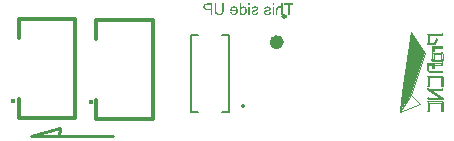
<source format=gbo>
%FSLAX44Y44*%
%MOMM*%
G71*
G01*
G75*
G04 Layer_Color=32896*
%ADD10C,1.0000*%
%ADD11R,0.6000X0.5000*%
G04:AMPARAMS|DCode=12|XSize=0.508mm|YSize=0.6096mm|CornerRadius=0.127mm|HoleSize=0mm|Usage=FLASHONLY|Rotation=0.000|XOffset=0mm|YOffset=0mm|HoleType=Round|Shape=RoundedRectangle|*
%AMROUNDEDRECTD12*
21,1,0.5080,0.3556,0,0,0.0*
21,1,0.2540,0.6096,0,0,0.0*
1,1,0.2540,0.1270,-0.1778*
1,1,0.2540,-0.1270,-0.1778*
1,1,0.2540,-0.1270,0.1778*
1,1,0.2540,0.1270,0.1778*
%
%ADD12ROUNDEDRECTD12*%
%ADD13P,1.7321X8X22.5*%
G04:AMPARAMS|DCode=14|XSize=0.508mm|YSize=0.6096mm|CornerRadius=0.127mm|HoleSize=0mm|Usage=FLASHONLY|Rotation=270.000|XOffset=0mm|YOffset=0mm|HoleType=Round|Shape=RoundedRectangle|*
%AMROUNDEDRECTD14*
21,1,0.5080,0.3556,0,0,270.0*
21,1,0.2540,0.6096,0,0,270.0*
1,1,0.2540,-0.1778,-0.1270*
1,1,0.2540,-0.1778,0.1270*
1,1,0.2540,0.1778,0.1270*
1,1,0.2540,0.1778,-0.1270*
%
%ADD14ROUNDEDRECTD14*%
G04:AMPARAMS|DCode=15|XSize=0.7112mm|YSize=1.3208mm|CornerRadius=0.1778mm|HoleSize=0mm|Usage=FLASHONLY|Rotation=0.000|XOffset=0mm|YOffset=0mm|HoleType=Round|Shape=RoundedRectangle|*
%AMROUNDEDRECTD15*
21,1,0.7112,0.9652,0,0,0.0*
21,1,0.3556,1.3208,0,0,0.0*
1,1,0.3556,0.1778,-0.4826*
1,1,0.3556,-0.1778,-0.4826*
1,1,0.3556,-0.1778,0.4826*
1,1,0.3556,0.1778,0.4826*
%
%ADD15ROUNDEDRECTD15*%
G04:AMPARAMS|DCode=16|XSize=0.275mm|YSize=0.275mm|CornerRadius=0.0688mm|HoleSize=0mm|Usage=FLASHONLY|Rotation=90.000|XOffset=0mm|YOffset=0mm|HoleType=Round|Shape=RoundedRectangle|*
%AMROUNDEDRECTD16*
21,1,0.2750,0.1375,0,0,90.0*
21,1,0.1375,0.2750,0,0,90.0*
1,1,0.1375,0.0688,0.0688*
1,1,0.1375,0.0688,-0.0688*
1,1,0.1375,-0.0688,-0.0688*
1,1,0.1375,-0.0688,0.0688*
%
%ADD16ROUNDEDRECTD16*%
G04:AMPARAMS|DCode=17|XSize=0.275mm|YSize=0.275mm|CornerRadius=0.0688mm|HoleSize=0mm|Usage=FLASHONLY|Rotation=180.000|XOffset=0mm|YOffset=0mm|HoleType=Round|Shape=RoundedRectangle|*
%AMROUNDEDRECTD17*
21,1,0.2750,0.1375,0,0,180.0*
21,1,0.1375,0.2750,0,0,180.0*
1,1,0.1375,-0.0688,0.0688*
1,1,0.1375,0.0688,0.0688*
1,1,0.1375,0.0688,-0.0688*
1,1,0.1375,-0.0688,-0.0688*
%
%ADD17ROUNDEDRECTD17*%
%ADD18R,0.6096X0.5080*%
%ADD19R,0.5000X0.6000*%
%ADD20R,1.0000X0.6000*%
%ADD21R,0.8500X0.3000*%
%ADD22R,1.3000X2.0000*%
%ADD23R,0.4000X0.4000*%
%ADD24R,0.6000X0.5500*%
%ADD25R,1.4000X1.2000*%
%ADD26R,3.4500X3.4500*%
%ADD27O,0.3000X0.6000*%
%ADD28O,0.6000X0.3000*%
%ADD29C,0.1270*%
%ADD30C,0.2540*%
%ADD31C,0.3000*%
%ADD32C,1.5240*%
%ADD33C,0.4500*%
G04:AMPARAMS|DCode=34|XSize=0.7mm|YSize=1.8mm|CornerRadius=0.175mm|HoleSize=0mm|Usage=FLASHONLY|Rotation=270.000|XOffset=0mm|YOffset=0mm|HoleType=Round|Shape=RoundedRectangle|*
%AMROUNDEDRECTD34*
21,1,0.7000,1.4500,0,0,270.0*
21,1,0.3500,1.8000,0,0,270.0*
1,1,0.3500,-0.7250,-0.1750*
1,1,0.3500,-0.7250,0.1750*
1,1,0.3500,0.7250,0.1750*
1,1,0.3500,0.7250,-0.1750*
%
%ADD34ROUNDEDRECTD34*%
G04:AMPARAMS|DCode=35|XSize=1.6mm|YSize=2.2mm|CornerRadius=0.4mm|HoleSize=0mm|Usage=FLASHONLY|Rotation=270.000|XOffset=0mm|YOffset=0mm|HoleType=Round|Shape=RoundedRectangle|*
%AMROUNDEDRECTD35*
21,1,1.6000,1.4000,0,0,270.0*
21,1,0.8000,2.2000,0,0,270.0*
1,1,0.8000,-0.7000,-0.4000*
1,1,0.8000,-0.7000,0.4000*
1,1,0.8000,0.7000,0.4000*
1,1,0.8000,0.7000,-0.4000*
%
%ADD35ROUNDEDRECTD35*%
%ADD36O,0.6000X1.6500*%
G04:AMPARAMS|DCode=37|XSize=0.6096mm|YSize=1.7018mm|CornerRadius=0.3048mm|HoleSize=0mm|Usage=FLASHONLY|Rotation=270.000|XOffset=0mm|YOffset=0mm|HoleType=Round|Shape=RoundedRectangle|*
%AMROUNDEDRECTD37*
21,1,0.6096,1.0922,0,0,270.0*
21,1,0.0000,1.7018,0,0,270.0*
1,1,0.6096,-0.5461,0.0000*
1,1,0.6096,-0.5461,0.0000*
1,1,0.6096,0.5461,0.0000*
1,1,0.6096,0.5461,0.0000*
%
%ADD37ROUNDEDRECTD37*%
G04:AMPARAMS|DCode=38|XSize=2.8194mm|YSize=1.016mm|CornerRadius=0.508mm|HoleSize=0mm|Usage=FLASHONLY|Rotation=180.000|XOffset=0mm|YOffset=0mm|HoleType=Round|Shape=RoundedRectangle|*
%AMROUNDEDRECTD38*
21,1,2.8194,0.0000,0,0,180.0*
21,1,1.8034,1.0160,0,0,180.0*
1,1,1.0160,-0.9017,0.0000*
1,1,1.0160,0.9017,0.0000*
1,1,1.0160,0.9017,0.0000*
1,1,1.0160,-0.9017,0.0000*
%
%ADD38ROUNDEDRECTD38*%
%ADD39C,0.2500*%
%ADD40C,0.3000*%
%ADD41C,0.1000*%
%ADD42C,0.3000*%
%ADD43C,0.1524*%
%ADD44C,0.7620*%
%ADD45C,0.2000*%
%ADD46R,0.1524X0.5049*%
%ADD47R,0.5049X0.1524*%
%ADD48R,0.6048X0.1524*%
%ADD49R,0.4500X0.4500*%
%ADD50R,0.4500X0.4500*%
%ADD51R,0.4500X0.4500*%
%ADD52R,0.4500X0.4500*%
%ADD53C,1.2032*%
%ADD54R,0.8032X0.7032*%
%ADD55P,1.9520X8X22.5*%
G04:AMPARAMS|DCode=56|XSize=0.4782mm|YSize=0.4782mm|CornerRadius=0.1704mm|HoleSize=0mm|Usage=FLASHONLY|Rotation=90.000|XOffset=0mm|YOffset=0mm|HoleType=Round|Shape=RoundedRectangle|*
%AMROUNDEDRECTD56*
21,1,0.4782,0.1375,0,0,90.0*
21,1,0.1375,0.4782,0,0,90.0*
1,1,0.3407,0.0688,0.0688*
1,1,0.3407,0.0688,-0.0688*
1,1,0.3407,-0.0688,-0.0688*
1,1,0.3407,-0.0688,0.0688*
%
%ADD56ROUNDEDRECTD56*%
G04:AMPARAMS|DCode=57|XSize=0.4782mm|YSize=0.4782mm|CornerRadius=0.1704mm|HoleSize=0mm|Usage=FLASHONLY|Rotation=180.000|XOffset=0mm|YOffset=0mm|HoleType=Round|Shape=RoundedRectangle|*
%AMROUNDEDRECTD57*
21,1,0.4782,0.1375,0,0,180.0*
21,1,0.1375,0.4782,0,0,180.0*
1,1,0.3407,-0.0688,0.0688*
1,1,0.3407,0.0688,0.0688*
1,1,0.3407,0.0688,-0.0688*
1,1,0.3407,-0.0688,-0.0688*
%
%ADD57ROUNDEDRECTD57*%
%ADD58R,0.8128X0.7112*%
%ADD59R,0.7032X0.8032*%
%ADD60R,1.2032X0.8032*%
%ADD61R,1.0532X0.5032*%
%ADD62R,1.5032X2.2032*%
%ADD63R,0.6032X0.6032*%
%ADD64R,0.8032X0.7532*%
%ADD65R,1.6032X1.4032*%
%ADD66R,3.6532X3.6532*%
%ADD67O,0.5032X0.8032*%
%ADD68O,0.8032X0.5032*%
%ADD69C,0.6532*%
G04:AMPARAMS|DCode=70|XSize=0.9032mm|YSize=2.0032mm|CornerRadius=0.2766mm|HoleSize=0mm|Usage=FLASHONLY|Rotation=270.000|XOffset=0mm|YOffset=0mm|HoleType=Round|Shape=RoundedRectangle|*
%AMROUNDEDRECTD70*
21,1,0.9032,1.4500,0,0,270.0*
21,1,0.3500,2.0032,0,0,270.0*
1,1,0.5532,-0.7250,-0.1750*
1,1,0.5532,-0.7250,0.1750*
1,1,0.5532,0.7250,0.1750*
1,1,0.5532,0.7250,-0.1750*
%
%ADD70ROUNDEDRECTD70*%
G04:AMPARAMS|DCode=71|XSize=1.8032mm|YSize=2.4032mm|CornerRadius=0.5016mm|HoleSize=0mm|Usage=FLASHONLY|Rotation=270.000|XOffset=0mm|YOffset=0mm|HoleType=Round|Shape=RoundedRectangle|*
%AMROUNDEDRECTD71*
21,1,1.8032,1.4000,0,0,270.0*
21,1,0.8000,2.4032,0,0,270.0*
1,1,1.0032,-0.7000,-0.4000*
1,1,1.0032,-0.7000,0.4000*
1,1,1.0032,0.7000,0.4000*
1,1,1.0032,0.7000,-0.4000*
%
%ADD71ROUNDEDRECTD71*%
%ADD72O,0.8032X1.8532*%
G04:AMPARAMS|DCode=73|XSize=0.8128mm|YSize=1.905mm|CornerRadius=0.4064mm|HoleSize=0mm|Usage=FLASHONLY|Rotation=270.000|XOffset=0mm|YOffset=0mm|HoleType=Round|Shape=RoundedRectangle|*
%AMROUNDEDRECTD73*
21,1,0.8128,1.0922,0,0,270.0*
21,1,0.0000,1.9050,0,0,270.0*
1,1,0.8128,-0.5461,0.0000*
1,1,0.8128,-0.5461,0.0000*
1,1,0.8128,0.5461,0.0000*
1,1,0.8128,0.5461,0.0000*
%
%ADD73ROUNDEDRECTD73*%
G04:AMPARAMS|DCode=74|XSize=3.0226mm|YSize=1.2192mm|CornerRadius=0.6096mm|HoleSize=0mm|Usage=FLASHONLY|Rotation=180.000|XOffset=0mm|YOffset=0mm|HoleType=Round|Shape=RoundedRectangle|*
%AMROUNDEDRECTD74*
21,1,3.0226,0.0000,0,0,180.0*
21,1,1.8034,1.2192,0,0,180.0*
1,1,1.2192,-0.9017,0.0000*
1,1,1.2192,0.9017,0.0000*
1,1,1.2192,0.9017,0.0000*
1,1,1.2192,-0.9017,0.0000*
%
%ADD74ROUNDEDRECTD74*%
%ADD75C,1.7272*%
%ADD76C,0.0127*%
%ADD77C,0.6000*%
%ADD78C,0.0130*%
%ADD79C,0.3048*%
%ADD80R,0.1174X0.5265*%
%ADD81R,0.7193X0.1174*%
%ADD82R,0.1174X0.5265*%
%ADD83R,0.1154X0.0734*%
%ADD84R,0.7209X0.1174*%
%ADD85R,0.0587X0.0587*%
%ADD86R,0.1174X0.0587*%
%ADD87R,0.0432X0.0393*%
%ADD88R,0.0077X0.0288*%
%ADD89R,0.0019X0.0732*%
%ADD90R,0.1143X0.0771*%
%ADD91R,0.0876X0.0324*%
%ADD92R,0.0735X0.0567*%
%ADD93R,0.0039X0.0299*%
%ADD94R,0.0356X0.1063*%
%ADD95R,0.0521X0.0883*%
%ADD96R,0.0227X0.0740*%
%ADD97R,0.0168X0.0271*%
%ADD98R,0.0278X0.0228*%
%ADD99R,0.0294X0.1092*%
%ADD100R,0.0304X0.0082*%
%ADD101R,0.0479X0.0922*%
%ADD102R,0.0541X0.0810*%
%ADD103R,0.0484X0.0328*%
%ADD104R,0.0393X0.0104*%
%ADD105R,0.0288X0.0181*%
%ADD106R,0.0732X0.0568*%
%ADD107R,0.0398X0.0221*%
%ADD108R,0.0335X0.0872*%
%ADD109R,0.0572X0.0286*%
%ADD110R,0.0427X0.0300*%
%ADD111R,0.0472X0.0218*%
%ADD112R,0.0497X0.0384*%
%ADD113R,0.0049X0.0274*%
%ADD114R,0.0337X0.0459*%
%ADD115R,0.0044X0.0416*%
%ADD116R,0.0254X0.0212*%
%ADD117R,0.0082X0.0146*%
%ADD118R,0.0323X0.0207*%
%ADD119R,0.0323X0.0218*%
%ADD120R,0.0245X0.0060*%
%ADD121R,0.0126X0.0144*%
%ADD122R,0.0405X0.0331*%
%ADD123R,0.7226X0.1174*%
%ADD124R,0.0055X0.0608*%
%ADD125R,1.3257X0.0530*%
%ADD126R,0.0225X0.1053*%
%ADD127R,0.0122X0.1005*%
%ADD128R,0.0232X0.0193*%
%ADD129R,0.0124X0.0218*%
G36*
X678193Y375837D02*
X683158Y375838D01*
X683172Y375844D01*
X683187Y375838D01*
X683186Y375837D01*
X690398Y375843D01*
X690450Y375821D01*
X690471Y375770D01*
X690450Y375718D01*
X690398Y375697D01*
Y375702D01*
X683241D01*
X683241Y374584D01*
X683247Y374596D01*
X683241Y374581D01*
Y374584D01*
X683240Y374582D01*
X683242Y371293D01*
X683245D01*
X683242Y371286D01*
Y371293D01*
X683240D01*
X683241Y371282D01*
X683242Y371287D01*
X683244Y371282D01*
X683245Y371293D01*
X683300D01*
X683294Y371279D01*
X683244Y371280D01*
D01*
D01*
D01*
X683245Y371281D01*
X683244Y371282D01*
X683244Y371280D01*
D01*
X683244Y371278D01*
X683241Y371279D01*
X683242Y371273D01*
X683244Y371278D01*
X683264Y371272D01*
X683294Y371279D01*
X683287Y371264D01*
X683264Y371272D01*
X683244Y371267D01*
X683244Y371268D01*
X683243Y371273D01*
X683242Y371272D01*
X683242Y371273D01*
X683241Y371272D01*
X683242Y371272D01*
X683242Y371266D01*
X683244Y371267D01*
X683243Y371265D01*
X683242Y371265D01*
X683243Y371263D01*
X683243Y371265D01*
X683280Y371248D01*
X683286Y371262D01*
X683280Y371248D01*
X683280Y371248D01*
X683273Y371232D01*
X683280Y371248D01*
X683237Y371235D01*
X683256Y371222D01*
X683273Y371232D01*
X683266Y371216D01*
X683256Y371222D01*
X683238Y371212D01*
X683239Y371218D01*
X683235Y371211D01*
X683238Y371212D01*
X683236Y371203D01*
X683240Y371211D01*
X683247Y371194D01*
X683259Y371200D01*
X683252Y371183D01*
X683247Y371194D01*
X683231Y371186D01*
X683245Y371165D01*
X683244Y371165D01*
X683237Y371147D01*
X683237Y371147D01*
X683229Y371128D01*
X683237Y371147D01*
X683221Y371130D01*
X683221Y371108D01*
X683229Y371128D01*
X683221Y371108D01*
Y371108D01*
X683212Y371087D01*
X683221Y371108D01*
X683202Y371064D01*
X683212Y371087D01*
X683201Y371064D01*
X683202Y371064D01*
X683192Y371038D01*
X683179Y371009D01*
X683165Y370975D01*
X683163Y370976D01*
X683165Y370975D01*
X683147Y370931D01*
X683147Y370932D01*
X683088Y370790D01*
X683020Y370761D01*
X683003Y370782D01*
X683020Y370761D01*
X682948Y370731D01*
X682948Y370731D01*
X682904Y370713D01*
X682904Y370713D01*
X682870Y370699D01*
X682870Y370700D01*
X682870Y370699D01*
X682842Y370687D01*
X682840Y370687D01*
X682795Y370668D01*
X682816Y370677D01*
X682794Y370670D01*
X682794Y370670D01*
X682793Y370670D01*
X682794Y370670D01*
X682772Y370658D01*
X682793Y370667D01*
X682752Y370650D01*
X682772Y370658D01*
X682752Y370650D01*
X682731Y370654D01*
X682715Y370635D01*
X682712Y370650D01*
X682698Y370627D01*
X682715Y370634D01*
X682698Y370627D01*
X682678Y370645D01*
X682673Y370642D01*
X682678Y370642D01*
X682669Y370639D01*
X682673Y370642D01*
X682662Y370640D01*
X682670Y370643D01*
X682662Y370643D01*
X682648Y370606D01*
X682665Y370613D01*
X682633Y370599D01*
X682648Y370606D01*
X682619Y370593D01*
X682633Y370599D01*
X682619Y370593D01*
X682619Y370593D01*
X682617Y370592D01*
X682619Y370593D01*
X682617Y370592D01*
X682601Y370639D01*
X682594Y370608D01*
X682586Y370631D01*
X682568Y370591D01*
X682547Y370600D01*
X682568Y370591D01*
X682551Y370635D01*
X682553Y370634D01*
Y370640D01*
X682551Y370637D01*
X682549Y370640D01*
X682549Y370636D01*
X682549Y370636D01*
X682551Y370637D01*
X682551Y370635D01*
X682549Y370636D01*
X682525Y370609D01*
Y370609D01*
Y370609D01*
X682525Y370609D01*
X682525D01*
X682527Y370641D01*
X682513Y370628D01*
X682503Y370641D01*
X682501Y370620D01*
X682473Y370631D01*
X682473Y370631D01*
X682443Y370644D01*
Y370644D01*
X682406Y370660D01*
Y370660D01*
X682103Y370785D01*
X682102Y370785D01*
X682101Y370785D01*
X682068Y370864D01*
X682068Y370864D01*
X682067Y370866D01*
X682076Y370871D01*
X682068Y370864D01*
D01*
X682087Y370879D01*
X682085Y370877D01*
X682084Y370879D01*
X682077Y370872D01*
X682085Y370877D01*
X682085Y370877D01*
X682076Y370871D01*
X682077Y370872D01*
X682067Y370866D01*
X682045Y370919D01*
X682045Y370919D01*
X682027Y370962D01*
X682027Y370962D01*
X682012Y370999D01*
X681999Y371031D01*
X681999D01*
X681987Y371059D01*
Y371059D01*
X681987Y371059D01*
X681988Y371059D01*
X681988Y371059D01*
Y371059D01*
X681988D01*
X681987Y371060D01*
X681987Y371059D01*
X681986Y371061D01*
X681987Y371060D01*
X681987Y371061D01*
X681988Y371059D01*
X681988Y371059D01*
X681976Y371085D01*
X681986Y371061D01*
X681966Y371108D01*
X681976Y371085D01*
X681966Y371108D01*
Y371108D01*
X681957Y371130D01*
X681966Y371108D01*
X681965Y371134D01*
X681965Y371132D01*
X681966Y371134D01*
X681949Y371151D01*
X681957Y371132D01*
X681949Y371151D01*
X681949Y371151D01*
X681941Y371170D01*
X681948Y371151D01*
X681940Y371170D01*
X681940Y371170D01*
X681933Y371189D01*
X681940Y371170D01*
X681955Y371192D01*
X681925Y371207D01*
X681932Y371189D01*
X681925Y371207D01*
X681925D01*
X681925D01*
D01*
Y371207D01*
Y371207D01*
X681953Y371210D01*
X681937Y371217D01*
X681925Y371207D01*
X681917Y371224D01*
X681937Y371217D01*
X681951Y371227D01*
X681928Y371236D01*
X681917Y371224D01*
X681910Y371242D01*
X681928Y371236D01*
X681936Y371244D01*
X681909Y371242D01*
X681902Y371259D01*
X681932Y371255D01*
X681915Y371264D01*
X681902Y371259D01*
X681895Y371275D01*
X681915Y371264D01*
X681948Y371276D01*
X681921Y371284D01*
X681895Y371275D01*
X681887Y371293D01*
X681921Y371284D01*
X681948Y371293D01*
Y374529D01*
X678847D01*
X678892Y370289D01*
X678899Y370304D01*
X678892Y370287D01*
X678892Y370289D01*
X678846Y370288D01*
X678891Y370287D01*
X678878Y370254D01*
X678877Y370254D01*
X678808Y370087D01*
Y370087D01*
X678784Y370029D01*
X678784D01*
X678765Y369984D01*
X678760Y369987D01*
X678766Y369984D01*
X678749Y369944D01*
X678738Y369949D01*
X678748Y369942D01*
X678730Y369898D01*
X678730Y369898D01*
X678710Y369850D01*
X678679Y369878D01*
X678710Y369849D01*
X678699Y369822D01*
X678667Y369808D01*
X678639Y369839D01*
X678667Y369808D01*
X678584Y369774D01*
X678575Y369787D01*
X678584Y369774D01*
X678265Y369641D01*
X678265Y369642D01*
X678265Y369641D01*
X678193Y369611D01*
X678193Y369611D01*
X678164Y369623D01*
X678164Y369623D01*
X678164Y369623D01*
X678168Y369661D01*
X678169Y369661D01*
Y369667D01*
X678168Y369661D01*
X678166Y369663D01*
X678166Y369667D01*
X678164Y369623D01*
X678052Y369669D01*
X678055Y369681D01*
X678052Y369669D01*
X677769Y369787D01*
X677781Y369803D01*
X677769Y369787D01*
X677697Y369817D01*
X677698Y369817D01*
D01*
X677732Y369852D01*
X677698Y369817D01*
X677686Y369822D01*
X677668Y369866D01*
X677668Y369866D01*
X677648Y369913D01*
X677649Y369913D01*
D01*
X677666Y369926D01*
X677649Y369913D01*
X677631Y369956D01*
X677641Y369962D01*
X677631Y369956D01*
X677614Y369998D01*
X677614Y369998D01*
D01*
X677617Y370000D01*
X677617Y370000D01*
X677614Y369998D01*
X677594Y370046D01*
X677594Y370046D01*
X677543Y370170D01*
X677547Y370171D01*
X677542Y370170D01*
X677514Y370239D01*
X677514Y370239D01*
X677500Y370272D01*
X677517Y370274D01*
X677535Y370274D01*
X677535Y370276D01*
X677517Y370274D01*
X677498Y370274D01*
X677486Y370304D01*
X677538Y370304D01*
X677486Y375183D01*
X677534Y375299D01*
X677549Y375296D01*
X677534Y375299D01*
X677557Y375355D01*
X677557Y375355D01*
X677575Y375397D01*
X677591Y375435D01*
X677591Y375435D01*
X677591Y375435D01*
D01*
X677591D01*
X677607Y375474D01*
X677608Y375473D01*
X677607Y375474D01*
D01*
X677607D01*
X677624Y375517D01*
X677627Y375515D01*
X677624Y375517D01*
X677693Y375683D01*
X677803Y375728D01*
X677803Y375728D01*
X677857Y375751D01*
X677861Y375744D01*
X677858Y375751D01*
X677900Y375768D01*
X677900Y375768D01*
X677940Y375785D01*
X677940Y375785D01*
X677940Y375785D01*
X677940D01*
D01*
X677979Y375801D01*
X677980Y375800D01*
X677979Y375801D01*
X678023Y375819D01*
X678023Y375819D01*
X678193Y375889D01*
Y375837D01*
D02*
G37*
G36*
X690468Y343501D02*
X690468Y343494D01*
X690470Y343501D01*
X690514Y343483D01*
X690515Y343482D01*
D01*
X690515Y343482D01*
X690549Y343468D01*
Y343468D01*
X690551Y343467D01*
X690578Y343456D01*
Y343456D01*
X690579Y343456D01*
X690580Y343455D01*
X690582Y343455D01*
X690609Y343443D01*
X690611Y343443D01*
X690608Y343442D01*
X690609Y343442D01*
X690608Y343442D01*
X690610Y343441D01*
X690609Y343442D01*
X690611Y343443D01*
X690644Y343429D01*
X690644Y343429D01*
X690778Y343374D01*
X690816Y343282D01*
X690810Y343277D01*
X690803Y343273D01*
X690804Y343272D01*
X690810Y343277D01*
X690816Y343280D01*
X690834Y343238D01*
X690835Y343236D01*
X690847Y343206D01*
X690848Y343204D01*
X690846Y343205D01*
X690846Y343205D01*
X690846Y343205D01*
X690846Y343203D01*
X690846Y343205D01*
X690848Y343204D01*
X690861Y343173D01*
X690861Y343172D01*
X690873Y343143D01*
X690872Y343142D01*
X690873Y343143D01*
X690888Y343108D01*
X690884Y343107D01*
X690883Y343106D01*
X690883Y343106D01*
X690884Y343107D01*
X690888Y343108D01*
X690941Y342979D01*
X690942Y342977D01*
X690896D01*
Y342979D01*
X690895Y342977D01*
X690896D01*
X690901Y335181D01*
X690900Y335181D01*
X690895Y335181D01*
X690896Y335179D01*
X690900Y335181D01*
X690941Y335179D01*
X690903Y335087D01*
X690903Y335087D01*
X690885Y335042D01*
X690884Y335041D01*
X690881Y335043D01*
X690881Y335042D01*
X690884Y335041D01*
Y335041D01*
X690884Y335041D01*
X690870Y335006D01*
Y335006D01*
X690870D01*
X690869Y335004D01*
X690857Y334974D01*
X690857D01*
X690856Y334973D01*
X690844Y334944D01*
X690843Y334942D01*
X690842Y334943D01*
X690841Y334943D01*
X690842Y334945D01*
X690841Y334943D01*
X690842Y334943D01*
X690843Y334942D01*
X690828Y334906D01*
X690822Y334910D01*
X690822Y334910D01*
X690828Y334904D01*
X690778Y334784D01*
X690707Y334755D01*
X690705Y334754D01*
X690695Y334770D01*
X690694Y334770D01*
X690693Y334769D01*
X690704Y334754D01*
X690655Y334733D01*
X690655Y334733D01*
D01*
X690651Y334739D01*
X690650Y334740D01*
X690648Y334739D01*
X690649Y334738D01*
X690655Y334733D01*
X690652Y334732D01*
X690620Y334719D01*
X690618Y334718D01*
Y334718D01*
D01*
X690617Y334720D01*
X690618Y334718D01*
X690588Y334706D01*
X690586Y334705D01*
Y334705D01*
X690554Y334691D01*
X690554Y334692D01*
Y334692D01*
X690552Y334691D01*
X690554Y334691D01*
X690552Y334691D01*
X690521Y334678D01*
X690519Y334677D01*
X690518Y334679D01*
X690518Y334680D01*
X690520Y334681D01*
X690518Y334681D01*
X690518Y334679D01*
X690519Y334677D01*
X690383Y334621D01*
X690381Y334620D01*
Y334620D01*
X690381D01*
X690284Y334660D01*
X690285Y334666D01*
X690283Y334661D01*
X690243Y334677D01*
X690242Y334679D01*
X690244Y334681D01*
X690242Y334681D01*
X690242Y334679D01*
X690241Y334678D01*
X690208Y334692D01*
X690208Y334692D01*
X690208Y334692D01*
X690206Y334692D01*
X690177Y334704D01*
X690176Y334705D01*
X690147Y334717D01*
X690147Y334718D01*
X690148Y334719D01*
X690147Y334719D01*
X690147Y334718D01*
X690146Y334717D01*
X690110Y334732D01*
X690114Y334738D01*
X690114Y334739D01*
X690113Y334739D01*
X690112Y334739D01*
X690110Y334732D01*
X690110Y334732D01*
X690110Y334732D01*
X690108Y334733D01*
X689984Y334784D01*
X689953Y334859D01*
X689961Y334866D01*
X689953Y334860D01*
X689933Y334908D01*
X689933Y334908D01*
X689932Y334910D01*
X689918Y334944D01*
X689919Y334944D01*
Y334944D01*
X689920Y334945D01*
X689919Y334944D01*
X689906Y334974D01*
X689905Y334976D01*
X689905D01*
X689892Y335007D01*
X689892Y335008D01*
X689892Y335007D01*
X689891Y335010D01*
X689879Y335040D01*
X689880Y335041D01*
X689878Y335042D01*
X689820Y335181D01*
X689862Y342390D01*
X689867D01*
X689846Y342441D01*
X689794Y342463D01*
X679265Y342457D01*
Y342463D01*
X679214Y342441D01*
X679192Y342390D01*
X679198Y335181D01*
X679242D01*
X679238Y335170D01*
X679237Y335168D01*
X679237D01*
X679236Y335166D01*
X679220Y335129D01*
X679220D01*
X679219Y335126D01*
X679197Y335074D01*
X679196Y335072D01*
X679196Y335072D01*
D01*
X679138Y334930D01*
X679137Y334929D01*
X679136Y334932D01*
X679135Y334931D01*
X679135Y334932D01*
X679134Y334930D01*
X679135Y334931D01*
X679135Y334930D01*
X679137Y334929D01*
X679076Y334782D01*
X678849Y334688D01*
X678848Y334687D01*
X678848Y334687D01*
X678813Y334673D01*
X678811Y334672D01*
Y334672D01*
X678787Y334662D01*
X678785Y334666D01*
X678785Y334665D01*
X678787Y334662D01*
X678785Y334661D01*
X678785Y334665D01*
X678783Y334668D01*
X678783Y334671D01*
X678785Y334666D01*
X678785Y334672D01*
X678783Y334673D01*
D01*
X678783Y334668D01*
X678783Y334668D01*
X678783Y334666D01*
X678783Y334666D01*
X678783Y334660D01*
X678764Y334652D01*
X678763Y334652D01*
X678763Y334652D01*
X678761Y334651D01*
X678743Y334644D01*
X678743Y334643D01*
X678741Y334642D01*
X678728Y334637D01*
X678726Y334636D01*
D01*
D01*
D01*
X678726Y334636D01*
X678709Y334629D01*
X678709Y334628D01*
X678708Y334628D01*
X678706Y334665D01*
X678700Y334663D01*
X678700Y334664D01*
X678694Y334667D01*
X678694D01*
X678692Y334666D01*
X678693Y334661D01*
X678708Y334628D01*
X678695Y334623D01*
X678694Y334622D01*
X678682Y334640D01*
X678682Y334645D01*
X678686Y334663D01*
X678692Y334666D01*
X678678Y334667D01*
X678686Y334664D01*
X678686Y334663D01*
X678685Y334663D01*
X678682Y334645D01*
X678682Y334640D01*
X678678Y334645D01*
X678678Y334620D01*
X678670Y334623D01*
X678668Y334624D01*
Y334624D01*
X678667Y334625D01*
X678645Y334634D01*
X678645Y334647D01*
X678647Y334666D01*
X678647Y334666D01*
X678645Y334647D01*
X678645Y334635D01*
X678485Y334701D01*
Y334701D01*
X678485Y334701D01*
X678484Y334701D01*
X678448Y334716D01*
X678445Y334717D01*
X678411Y334732D01*
X678410Y334732D01*
X678409Y334732D01*
X678376Y334746D01*
X678386Y334758D01*
X678376Y334746D01*
D01*
X678376Y334746D01*
X678375Y334746D01*
X678341Y334760D01*
X678339Y334761D01*
X678361Y334783D01*
X678359Y334784D01*
X678339Y334761D01*
X678339D01*
X678339Y334761D01*
X678300Y334777D01*
X678298Y334781D01*
X678314Y334798D01*
X678331Y334813D01*
X678331Y334813D01*
X678329Y334814D01*
X678314Y334798D01*
X678297Y334782D01*
X678276Y334832D01*
X678276Y334834D01*
X678276Y334834D01*
X678276Y334834D01*
D01*
X678275Y334834D01*
X678236Y334928D01*
X678239Y334929D01*
X678239Y334929D01*
X678236Y334930D01*
X678154Y335128D01*
X678178Y335130D01*
X678178Y335130D01*
X678182Y335130D01*
X678181Y335132D01*
X678178Y335130D01*
X678152Y335130D01*
X678131Y335181D01*
X678131Y335181D01*
X678176Y335183D01*
Y342977D01*
X678131D01*
X678138Y342992D01*
X678176Y342991D01*
X678176Y342991D01*
X678139Y342994D01*
X678174Y343079D01*
X678185Y343077D01*
X678174Y343079D01*
X678175Y343081D01*
X678271Y343312D01*
X678280Y343307D01*
X678288Y343299D01*
X678288Y343301D01*
X678280Y343307D01*
X678271Y343314D01*
X678294Y343367D01*
X678320Y343341D01*
X678323Y343340D01*
X678324Y343338D01*
X678325Y343338D01*
X678325Y343339D01*
X678323Y343340D01*
X678322Y343343D01*
X678295Y343369D01*
X678300Y343381D01*
X678332Y343394D01*
X678352Y343372D01*
X678332Y343394D01*
X678334Y343394D01*
X678369Y343409D01*
X678369Y343409D01*
X678403Y343423D01*
X678403Y343423D01*
X678437Y343437D01*
Y343437D01*
X678438Y343437D01*
X678472Y343451D01*
X678472Y343451D01*
X678474Y343452D01*
X678474Y343452D01*
X678575Y343494D01*
X678577Y343495D01*
Y343495D01*
X678627Y343516D01*
X678627Y343516D01*
X678629Y343517D01*
X678655Y343527D01*
Y343528D01*
X678678Y343537D01*
X690379Y343497D01*
X690379Y343496D01*
X690379Y343492D01*
X690381Y343491D01*
X690379Y343496D01*
X690381Y343537D01*
X690381Y343538D01*
X690468Y343501D01*
D02*
G37*
G36*
X682683Y385725D02*
X682681Y385725D01*
X682678Y385744D01*
X682678Y385745D01*
X682683Y385725D01*
D02*
G37*
G36*
X682681Y385724D02*
X682665Y385718D01*
X682673Y385734D01*
X682681Y385724D01*
D02*
G37*
G36*
X682698Y370627D02*
X682681Y370620D01*
X682698Y370627D01*
X682698Y370627D01*
D02*
G37*
G36*
X682525Y370610D02*
X682503Y370619D01*
X682513Y370628D01*
X682525Y370610D01*
D02*
G37*
G36*
X682752Y370650D02*
X682733Y370642D01*
X682752Y370650D01*
X682752D01*
D02*
G37*
G36*
X678434Y353086D02*
X680623D01*
Y353035D01*
X690500Y346456D01*
D01*
X690716Y346312D01*
X690500Y346456D01*
X690381Y345239D01*
X678753D01*
X678731Y345186D01*
X678678Y345164D01*
X678663Y345171D01*
X678662Y345171D01*
X678662Y345126D01*
X678636Y345137D01*
X678641Y345167D01*
X678638Y345169D01*
X678638Y345173D01*
X678638Y345169D01*
D01*
X678636Y345137D01*
X678432Y345222D01*
X678381Y345243D01*
X678379Y345244D01*
X678337Y345261D01*
X678342Y345270D01*
X678337Y345261D01*
X678294Y345279D01*
X678305Y345295D01*
X678293Y345279D01*
X678247Y345298D01*
X678247Y345298D01*
X678197Y345319D01*
X678195Y345323D01*
X678194Y345323D01*
X678166Y345391D01*
X678186Y345406D01*
X678188Y345408D01*
X678166Y345391D01*
X678116Y345510D01*
X678116D01*
X678012Y345762D01*
X678012Y345761D01*
X677987Y345823D01*
X677986Y345825D01*
X677986Y345826D01*
X677994Y345825D01*
X677987Y345823D01*
X678012Y345824D01*
X678036Y345823D01*
X678036Y345825D01*
X678041Y345826D01*
X678038Y345830D01*
X678036Y345826D01*
X678036Y345826D01*
Y345826D01*
X678036Y345826D01*
X678035Y345826D01*
X678036Y345825D01*
X678012Y345824D01*
X677994Y345825D01*
X678036Y345834D01*
Y345835D01*
X678036Y345835D01*
X678036Y345836D01*
Y345835D01*
X678036Y345834D01*
X678041Y345835D01*
X678038Y345831D01*
X678038Y345831D01*
X678037Y345830D01*
X678038Y345831D01*
X678038Y345830D01*
X678041Y345835D01*
X678036Y345836D01*
X678036Y345836D01*
X678041Y345836D01*
X678036Y345836D01*
Y345836D01*
X677990Y345837D01*
X678022Y345913D01*
X678046Y345910D01*
X678022Y345913D01*
X678147Y346215D01*
X678160Y346206D01*
X678159Y346207D01*
X678147Y346215D01*
X678182Y346298D01*
X678182Y346298D01*
X678196Y346332D01*
X678224Y346343D01*
X678224Y346343D01*
X678272Y346363D01*
X678274Y346363D01*
X678290Y346343D01*
X678274Y346363D01*
X678319Y346382D01*
X678326Y346372D01*
X678327Y346372D01*
X678321Y346382D01*
X678362Y346400D01*
X678362Y346400D01*
D01*
X678365Y346395D01*
X678362Y346400D01*
X678410Y346419D01*
X678410Y346419D01*
X678410Y346419D01*
X678410D01*
D01*
X678555Y346479D01*
Y346480D01*
X678614Y346504D01*
X678614Y346504D01*
X678647Y346518D01*
X678648Y346482D01*
X678650Y346483D01*
X678649Y346519D01*
X678662Y346525D01*
X678663Y346480D01*
X678678Y346486D01*
X678731Y346465D01*
X678753Y346412D01*
X688453D01*
X678360Y353135D01*
X678434Y353086D01*
D02*
G37*
G36*
X683296Y386387D02*
X683289Y386372D01*
X683289Y386372D01*
D01*
D01*
D01*
Y386372D01*
D01*
Y386372D01*
X683289D01*
X683244Y386381D01*
X683245Y386388D01*
X683296Y386387D01*
D02*
G37*
G36*
X678785Y334661D02*
X678783Y334660D01*
X678783Y334666D01*
X678785Y334661D01*
D02*
G37*
G36*
X683244Y386381D02*
X683244Y386378D01*
X683242Y386381D01*
X683244Y386381D01*
D02*
G37*
G36*
X683245Y386376D02*
X683244Y386374D01*
X683244Y386378D01*
X683245Y386376D01*
D02*
G37*
G36*
X676023Y384019D02*
X663936Y349159D01*
X654639Y335066D01*
X656424Y351177D01*
X663832Y402306D01*
X676023Y384019D01*
D02*
G37*
G36*
X682585Y385738D02*
X682584Y385738D01*
X682584D01*
X682585Y385738D01*
D02*
G37*
G36*
X683255Y386334D02*
X683240Y386329D01*
X683240Y386329D01*
X683254Y386334D01*
X683255Y386334D01*
D02*
G37*
G36*
X683235Y386296D02*
X683234Y386295D01*
X683235Y386298D01*
X683238Y386303D01*
X683235Y386296D01*
D02*
G37*
G36*
X682547Y370600D02*
X682525Y370609D01*
D01*
X682547Y370600D01*
D02*
G37*
G36*
X678657Y364782D02*
X678657D01*
Y364782D01*
X678657Y364782D01*
D02*
G37*
G36*
X690468Y364791D02*
X690468Y364791D01*
X690470Y364791D01*
X690514Y364773D01*
X690515Y364772D01*
D01*
X690515Y364772D01*
X690549Y364758D01*
Y364758D01*
X690551Y364757D01*
X690578Y364746D01*
X690580Y364745D01*
X690582Y364745D01*
X690608Y364734D01*
X690609Y364732D01*
X690611Y364733D01*
X690644Y364719D01*
X690644Y364719D01*
X690778Y364664D01*
X690816Y364572D01*
X690816Y364570D01*
X690834Y364528D01*
X690834Y364528D01*
X690834Y364528D01*
X690835Y364526D01*
X690847Y364496D01*
X690846Y364495D01*
X690846Y364495D01*
X690846Y364495D01*
X690846Y364493D01*
X690846Y364495D01*
X690848Y364494D01*
X690861Y364463D01*
X690861Y364462D01*
X690873Y364432D01*
X690873D01*
D01*
X690872Y364432D01*
X690873Y364432D01*
X690874Y364431D01*
X690888Y364398D01*
X690884Y364397D01*
X690883Y364396D01*
X690883Y364396D01*
X690884Y364397D01*
X690888Y364398D01*
X690941Y364269D01*
X690942Y364267D01*
X690896D01*
Y364269D01*
X690895Y364267D01*
X690896D01*
X690901Y356471D01*
X690942D01*
Y356471D01*
X690941Y356469D01*
X690903Y356377D01*
X690903Y356377D01*
X690885Y356332D01*
X690884Y356330D01*
D01*
X690884Y356330D01*
X690870Y356296D01*
X690869Y356295D01*
X690869Y356296D01*
X690869Y356294D01*
X690869Y356295D01*
X690869Y356294D01*
X690857Y356264D01*
X690857D01*
X690856Y356263D01*
X690844Y356234D01*
X690843Y356232D01*
X690842Y356233D01*
X690841Y356233D01*
X690842Y356235D01*
X690841Y356233D01*
X690842Y356233D01*
X690843Y356232D01*
X690828Y356196D01*
X690828Y356195D01*
X690828Y356194D01*
X690778Y356074D01*
X690707Y356044D01*
X690705Y356043D01*
X690695Y356060D01*
X690694Y356060D01*
X690693Y356058D01*
X690704Y356044D01*
X690655Y356023D01*
X690655Y356023D01*
X690653Y356022D01*
X690618Y356008D01*
X690617Y356010D01*
X690617Y356010D01*
X690615Y356009D01*
X690616Y356009D01*
X690618Y356008D01*
X690617Y356007D01*
X690588Y355995D01*
X690586Y355994D01*
Y355995D01*
X690554Y355981D01*
Y355981D01*
X690519Y355967D01*
X690519Y355967D01*
X690518Y355971D01*
X690516Y355970D01*
X690516Y355970D01*
X690519Y355967D01*
D01*
X690517Y355966D01*
X690383Y355911D01*
X690381Y355910D01*
Y355910D01*
X690381D01*
X690284Y355950D01*
X690286Y355960D01*
X690284Y355950D01*
X690284D01*
X690284Y355950D01*
X690284D01*
X690243Y355967D01*
X690244Y355970D01*
X690243Y355971D01*
X690242Y355971D01*
X690242Y355971D01*
X690240Y355972D01*
X690240Y355971D01*
X690242Y355971D01*
X690241Y355968D01*
X690239Y355969D01*
X690208Y355981D01*
X690208Y355982D01*
X690208Y355981D01*
X690177Y355994D01*
X690176Y355995D01*
X690147Y356007D01*
X690147Y356008D01*
X690148Y356009D01*
X690147Y356009D01*
X690147Y356008D01*
X690146Y356007D01*
X690110Y356022D01*
X690114Y356028D01*
X690110Y356022D01*
X690110Y356022D01*
X690110Y356022D01*
X690108Y356022D01*
X689984Y356074D01*
X689953Y356148D01*
X689953Y356150D01*
X689953Y356150D01*
X689934Y356196D01*
X689940Y356200D01*
Y356200D01*
X689933Y356198D01*
X689918Y356233D01*
X689919Y356234D01*
Y356233D01*
X689920Y356235D01*
X689919Y356234D01*
X689906Y356264D01*
X689906Y356264D01*
X689905Y356266D01*
X689892Y356297D01*
X689892Y356297D01*
X689892Y356297D01*
X689891Y356299D01*
X689879Y356330D01*
X689878Y356332D01*
X689878Y356332D01*
X689882Y356331D01*
X689881Y356333D01*
X689878Y356332D01*
X689878D01*
X689820Y356471D01*
X689862Y363680D01*
X689867D01*
X689846Y363731D01*
X689794Y363753D01*
X679265Y363747D01*
Y363753D01*
X679214Y363731D01*
X679192Y363680D01*
X679198Y356471D01*
X679198Y356464D01*
X679238Y356460D01*
X679242Y356471D01*
X679238Y356460D01*
X679238D01*
D01*
X679198Y356459D01*
X679237Y356458D01*
X679236Y356456D01*
X679220Y356419D01*
X679220D01*
X679219Y356416D01*
X679197Y356364D01*
X679196Y356362D01*
X679196Y356362D01*
D01*
X679138Y356220D01*
X679137Y356219D01*
X679136Y356222D01*
X679135Y356221D01*
X679135Y356222D01*
X679134Y356220D01*
X679135Y356221D01*
X679135Y356220D01*
X679137Y356219D01*
X679076Y356072D01*
X678848Y355977D01*
X678848Y355978D01*
X678847Y355978D01*
X678846Y355978D01*
X678846Y355978D01*
X678848Y355977D01*
X678848Y355977D01*
X678848Y355977D01*
X678846Y355976D01*
X678813Y355963D01*
X678811Y355962D01*
Y355962D01*
X678787Y355952D01*
X678785Y355956D01*
X678785Y355961D01*
X678783Y355962D01*
D01*
X678783Y355958D01*
X678783Y355958D01*
X678783Y355956D01*
X678783Y355956D01*
X678783Y355950D01*
X678765Y355943D01*
X678763Y355942D01*
X678763Y355942D01*
X678743Y355933D01*
X678743Y355933D01*
X678741Y355932D01*
X678727Y355927D01*
X678726Y355926D01*
Y355926D01*
X678723Y355953D01*
X678723Y355956D01*
X678721Y355956D01*
X678722Y355953D01*
X678726Y355926D01*
X678726Y355925D01*
X678724Y355925D01*
X678711Y355919D01*
X678709Y355919D01*
X678709Y355918D01*
X678695Y355913D01*
X678694Y355912D01*
X678682Y355929D01*
X678682Y355934D01*
X678686Y355953D01*
X678685Y355953D01*
X678682Y355934D01*
X678682Y355930D01*
X678678Y355935D01*
X678678Y355910D01*
X678670Y355913D01*
X678668Y355914D01*
Y355914D01*
X678667Y355915D01*
X678645Y355924D01*
X678645Y355937D01*
X678647Y355956D01*
X678647Y355956D01*
X678645Y355937D01*
X678645Y355925D01*
X678485Y355991D01*
Y355991D01*
X678485Y355991D01*
X678484Y355991D01*
X678447Y356007D01*
X678445Y356007D01*
Y356007D01*
X678412Y356021D01*
X678411Y356022D01*
X678416Y356027D01*
X678416Y356028D01*
X678417Y356028D01*
X678415Y356029D01*
X678416Y356028D01*
X678415Y356028D01*
X678410Y356021D01*
X678376Y356036D01*
X678386Y356048D01*
X678376Y356036D01*
D01*
X678376Y356035D01*
X678375Y356036D01*
X678339Y356051D01*
X678339Y356050D01*
X678337Y356051D01*
X678300Y356067D01*
X678299Y356069D01*
X678328Y356099D01*
X678332Y356101D01*
X678331Y356103D01*
X678328Y356099D01*
X678327Y356099D01*
X678298Y356070D01*
X678276Y356122D01*
X678276Y356124D01*
X678275Y356124D01*
X678236Y356219D01*
X678237Y356221D01*
X678238Y356221D01*
X678238Y356222D01*
X678237Y356221D01*
X678235Y356221D01*
X678154Y356418D01*
X678178Y356420D01*
X678178Y356420D01*
X678182Y356420D01*
X678181Y356422D01*
X678178Y356420D01*
X678152Y356419D01*
X678131Y356471D01*
X678131Y356471D01*
X678176D01*
Y364267D01*
X678131D01*
X678138Y364282D01*
X678176Y364281D01*
X678176Y364281D01*
X678180Y364281D01*
X678180Y364283D01*
X678176Y364281D01*
X678139Y364284D01*
X678174Y364369D01*
X678185Y364367D01*
X678174Y364369D01*
X678175Y364371D01*
X678271Y364602D01*
X678271Y364602D01*
X678272Y364605D01*
X678293Y364656D01*
X678320Y364631D01*
X678323Y364630D01*
X678322Y364632D01*
X678295Y364658D01*
X678300Y364670D01*
X678332Y364684D01*
X678352Y364661D01*
X678332Y364683D01*
X678334Y364684D01*
X678369Y364699D01*
X678369Y364699D01*
X678403Y364713D01*
X678403Y364713D01*
X678405Y364713D01*
X678435Y364726D01*
X678437Y364724D01*
X678437Y364726D01*
X678474Y364742D01*
X678474Y364742D01*
X678474Y364742D01*
X678475Y364743D01*
X678575Y364784D01*
X678577Y364785D01*
Y364785D01*
X678627Y364805D01*
X678627Y364806D01*
X678627Y364806D01*
X678655Y364817D01*
X678654Y364786D01*
X678656Y364783D01*
X678654Y364780D01*
X678657Y364782D01*
Y364781D01*
X678659Y364782D01*
X678658Y364786D01*
X678657Y364784D01*
X678655Y364818D01*
X678657Y364818D01*
X678676Y364827D01*
X678678Y364781D01*
X690381Y364786D01*
Y364827D01*
X690468Y364791D01*
D02*
G37*
G36*
X678682Y355929D02*
X678678Y355905D01*
D01*
Y355910D01*
D01*
X678682Y355930D01*
X678682Y355929D01*
D02*
G37*
G36*
X678657Y364782D02*
X678656Y364783D01*
X678657Y364784D01*
X678657Y364782D01*
D02*
G37*
G36*
X678785Y355956D02*
X678785Y355955D01*
X678783Y355958D01*
X678783Y355961D01*
X678785Y355956D01*
D02*
G37*
G36*
X679237Y356458D02*
X679238Y356460D01*
X679238D01*
X679237Y356458D01*
D02*
G37*
G36*
X678785Y355951D02*
X678783Y355950D01*
X678783Y355956D01*
X678785Y355951D01*
D02*
G37*
G36*
X678787Y355952D02*
X678785Y355951D01*
X678785Y355955D01*
X678787Y355952D01*
D02*
G37*
G36*
X682602Y370585D02*
X682587Y370579D01*
X682594Y370608D01*
X682602Y370585D01*
D02*
G37*
G36*
X680640Y369131D02*
Y369184D01*
X680640D01*
X680751Y369138D01*
X680751Y369138D01*
X680810Y369113D01*
X680809Y369108D01*
X680810Y369113D01*
X680854Y369095D01*
Y369095D01*
X680892Y369079D01*
D01*
X680931Y369063D01*
X680930Y369062D01*
X680931Y369063D01*
X680973Y369046D01*
X680969Y369041D01*
X680969Y369041D01*
X680973Y369046D01*
X681140Y368977D01*
X681188Y368861D01*
X681188Y368861D01*
X681188Y368861D01*
X681209Y368809D01*
X681210Y368807D01*
X681205Y368804D01*
X681210Y368807D01*
X681228Y368765D01*
X681226Y368764D01*
X681228Y368765D01*
X681244Y368726D01*
X681260Y368687D01*
X681278Y368643D01*
X681278Y368643D01*
Y368643D01*
X681273Y368642D01*
X681278Y368643D01*
X681347Y368477D01*
X681347D01*
X681347Y368477D01*
X681299Y368361D01*
X681284Y368364D01*
X681299Y368361D01*
X681276Y368305D01*
X681276Y368305D01*
X681258Y368263D01*
X681242Y368224D01*
X681242Y368224D01*
X681226Y368186D01*
X681224Y368187D01*
X681226Y368186D01*
D01*
X681226D01*
X681208Y368143D01*
X681203Y368146D01*
X681203Y368146D01*
X681209Y368143D01*
X681140Y367977D01*
X681030Y367932D01*
X681019Y367947D01*
X681030Y367932D01*
X680977Y367910D01*
X680975Y367909D01*
Y367909D01*
X680933Y367892D01*
X680933Y367892D01*
X680893Y367875D01*
X680854Y367859D01*
Y367859D01*
D01*
X680853Y367860D01*
X680854Y367859D01*
X680854D01*
X680810Y367841D01*
X680810Y367841D01*
X680640Y367771D01*
X679668Y367823D01*
Y367817D01*
X679667Y367818D01*
X679662Y367820D01*
X679663Y367819D01*
X679658Y367817D01*
X679657Y367818D01*
X679657Y367818D01*
X679657Y367823D01*
X679656Y367771D01*
X679637Y367779D01*
X679641Y367818D01*
X679639Y367819D01*
X679637Y367779D01*
X679617Y367788D01*
X679617D01*
X679623Y367819D01*
X679624Y367819D01*
Y367825D01*
X679623Y367819D01*
X679619Y367821D01*
X679620Y367825D01*
X679617Y367788D01*
X679595Y367797D01*
X679603Y367821D01*
X679597Y367824D01*
X679595Y367798D01*
X679570Y367808D01*
X679573Y367830D01*
X679570Y367808D01*
X679543Y367819D01*
X679543Y367819D01*
X679510Y367833D01*
X679510Y367833D01*
X679174Y367972D01*
X679209Y368009D01*
X679173Y367972D01*
X679167Y367974D01*
X679086Y368170D01*
X679007Y368362D01*
X679007Y368362D01*
X678979Y368429D01*
X678979Y368429D01*
X678960Y368475D01*
X679009Y368475D01*
X679008Y368477D01*
X678959D01*
X678964Y368491D01*
X678964D01*
Y368491D01*
X679014Y368490D01*
X678964Y368491D01*
X678986Y368543D01*
X679014Y368540D01*
X679015Y368542D01*
X678987Y368545D01*
X679021Y368626D01*
X679021Y368626D01*
X679123Y368874D01*
X679124Y368873D01*
X679124Y368873D01*
X679138Y368863D01*
X679124Y368873D01*
X679167Y368979D01*
X679445Y369094D01*
X679445Y369093D01*
X679445Y369093D01*
X679445Y369093D01*
X679445Y369094D01*
X679495Y369115D01*
X679496Y369109D01*
X679498Y369110D01*
X679496Y369115D01*
X679532Y369130D01*
X679534Y369119D01*
X679536Y369120D01*
X679533Y369131D01*
X679560Y369142D01*
X679560Y369142D01*
X679585Y369152D01*
Y369153D01*
X679606Y369161D01*
X679609Y369132D01*
X679611Y369132D01*
X679608Y369163D01*
X679628Y369171D01*
Y369171D01*
X679648Y369179D01*
Y369180D01*
X679668Y369188D01*
X680640Y369131D01*
D02*
G37*
G36*
X682617Y370592D02*
X682602Y370586D01*
X682617Y370592D01*
X682617Y370592D01*
D02*
G37*
G36*
X682585Y370584D02*
X682568Y370591D01*
X682568Y370591D01*
X682585Y370584D01*
D02*
G37*
G36*
X678678Y355905D02*
X678678D01*
X678678D01*
D01*
D02*
G37*
G36*
D02*
D01*
X678694Y355911D01*
X678678Y355905D01*
D02*
G37*
G36*
X690492Y369138D02*
X690492Y369138D01*
X690552Y369113D01*
X690550Y369108D01*
X690552Y369113D01*
X690593Y369096D01*
X690595Y369095D01*
X690595Y369095D01*
X690633Y369079D01*
X690633D01*
X690672Y369063D01*
X690671Y369062D01*
X690672Y369063D01*
X690714Y369046D01*
X690711Y369041D01*
X690711Y369041D01*
X690714Y369046D01*
X690881Y368977D01*
X690930Y368861D01*
X690929Y368861D01*
X690929Y368861D01*
X690952Y368807D01*
X690951Y368807D01*
D01*
X690946Y368804D01*
X690951Y368807D01*
X690969Y368765D01*
X690968Y368764D01*
X690969Y368765D01*
X690984Y368728D01*
X690984Y368728D01*
X690985Y368726D01*
X690985Y368726D01*
X691001Y368687D01*
X691019Y368643D01*
X691019Y368643D01*
Y368643D01*
X691014Y368642D01*
X691019Y368643D01*
X691088Y368477D01*
X691088D01*
X691088Y368477D01*
X691040Y368361D01*
X691026Y368364D01*
X691040Y368361D01*
X691017Y368305D01*
X691017Y368305D01*
X691000Y368263D01*
X691000D01*
X690984Y368224D01*
X690984Y368224D01*
X690984Y368224D01*
Y368224D01*
X690984Y368224D01*
X690967Y368186D01*
X690966Y368187D01*
X690967Y368186D01*
D01*
X690967D01*
X690950Y368143D01*
X690950Y368143D01*
X690944Y368146D01*
X690944Y368145D01*
X690950Y368143D01*
X690950Y368143D01*
X690949Y368141D01*
X690881Y367977D01*
X690771Y367932D01*
X690771Y367932D01*
X690717Y367909D01*
X690713Y367916D01*
X690717Y367909D01*
X690674Y367892D01*
X690674Y367892D01*
X690635Y367875D01*
X690634Y367875D01*
X690634Y367875D01*
X690635D01*
D01*
X690595Y367859D01*
X690594Y367860D01*
X690595Y367859D01*
X690552Y367841D01*
X690552Y367841D01*
X690382Y367771D01*
X682585Y367823D01*
Y367771D01*
X682585D01*
X682477Y367816D01*
X682479Y367832D01*
X682477Y367816D01*
X682418Y367840D01*
X682420Y367845D01*
X682418Y367840D01*
X682378Y367856D01*
X682376Y367857D01*
X682378Y367858D01*
X682378Y367857D01*
X682378Y367858D01*
X682378Y367858D01*
X682376Y367858D01*
X682376Y367857D01*
X682338Y367873D01*
Y367873D01*
X682338Y367873D01*
X682300Y367888D01*
X682301Y367890D01*
X682300Y367888D01*
X682260Y367905D01*
X682260Y367905D01*
X682211Y367926D01*
X682219Y367938D01*
X682218Y367937D01*
X682210Y367925D01*
X682085Y367977D01*
X682072Y368010D01*
X682072Y368010D01*
X682034Y368102D01*
X682034Y368102D01*
X682013Y368153D01*
X682018Y368156D01*
X682013Y368153D01*
X681996Y368193D01*
Y368193D01*
X681980Y368232D01*
X681980Y368232D01*
Y368232D01*
X681964Y368271D01*
X681965Y368271D01*
X681964Y368271D01*
X681946Y368314D01*
X681946Y368314D01*
X681880Y368475D01*
X681926Y368475D01*
X681926Y368477D01*
X681879D01*
Y368477D01*
X681924Y368586D01*
X681940Y368583D01*
X681924Y368586D01*
X681948Y368644D01*
X681948D01*
X681965Y368686D01*
X681966Y368686D01*
X681965Y368686D01*
X681981Y368724D01*
X681981D01*
X681981Y368724D01*
X681997Y368762D01*
X681998Y368761D01*
X681997Y368762D01*
X682013Y368802D01*
X682013Y368803D01*
X682034Y368852D01*
X682046Y368843D01*
X682045Y368844D01*
X682046Y368843D01*
X682034Y368852D01*
X682085Y368977D01*
X682119Y368991D01*
X682147Y368959D01*
X682119Y368991D01*
X682210Y369029D01*
X682211Y369029D01*
X682261Y369049D01*
X682264Y369044D01*
X682261Y369049D01*
X682300Y369065D01*
X682300Y369064D01*
X682302Y369065D01*
X682302Y369065D01*
X682301Y369066D01*
X682340Y369082D01*
Y369082D01*
X682379Y369098D01*
X682422Y369116D01*
X682422Y369116D01*
X682422D01*
X682423Y369110D01*
X682422Y369116D01*
X682585Y369184D01*
X690382Y369131D01*
Y369184D01*
X690492Y369138D01*
D02*
G37*
G36*
X690468Y354146D02*
Y354146D01*
X690468Y354146D01*
X690470Y354146D01*
X690514Y354128D01*
X690515Y354127D01*
X690549Y354113D01*
Y354113D01*
X690551Y354112D01*
X690578Y354101D01*
X690580Y354100D01*
X690582Y354099D01*
X690609Y354088D01*
X690608Y354087D01*
X690609Y354087D01*
X690608Y354086D01*
X690610Y354086D01*
X690609Y354087D01*
X690611Y354087D01*
X690644Y354074D01*
X690644Y354074D01*
X690778Y354018D01*
X690816Y353927D01*
X690816Y353925D01*
X690816Y353925D01*
X690816Y353925D01*
X690834Y353883D01*
X690835Y353881D01*
X690847Y353850D01*
X690848Y353849D01*
X690846Y353850D01*
X690846Y353850D01*
X690846Y353850D01*
X690846Y353848D01*
X690846Y353850D01*
X690848Y353849D01*
X690861Y353818D01*
X690861Y353816D01*
X690873Y353787D01*
X690872Y353787D01*
X690873Y353787D01*
X690888Y353753D01*
X690884Y353751D01*
X690883Y353751D01*
X690883Y353751D01*
X690884Y353751D01*
X690888Y353752D01*
X690942Y353622D01*
X690942D01*
Y353622D01*
X690901D01*
X690942Y353622D01*
D01*
X690905Y353533D01*
X690904Y353530D01*
X690893Y353535D01*
X690892Y353534D01*
X690893Y353532D01*
X690904Y353530D01*
X690886Y353486D01*
X690884Y353486D01*
X690882Y353487D01*
X690882Y353487D01*
X690884Y353486D01*
X690882Y353485D01*
X690884Y353486D01*
D01*
X690884Y353486D01*
D01*
X690886Y353486D01*
X690885Y353484D01*
X690884Y353486D01*
X690884Y353486D01*
X690885Y353484D01*
X690873Y353454D01*
X690872Y353453D01*
X690872Y353455D01*
Y353455D01*
X690871Y353453D01*
X690872Y353455D01*
Y353455D01*
X690872Y353453D01*
X690859Y353422D01*
Y353422D01*
X690847Y353391D01*
X690845Y353392D01*
X690844Y353391D01*
X690844Y353391D01*
X690847Y353391D01*
D01*
X690847D01*
X690846Y353390D01*
X690833Y353358D01*
X690828Y353360D01*
X690833Y353357D01*
X690833Y353358D01*
X690833Y353357D01*
X690778Y353225D01*
X690690Y353188D01*
X690689Y353188D01*
X690689Y353188D01*
X690681Y353200D01*
X690680Y353202D01*
X690677Y353201D01*
X690679Y353199D01*
X690689Y353188D01*
X690687Y353187D01*
X690646Y353170D01*
X690646Y353171D01*
X690645Y353170D01*
X690614Y353157D01*
X690612Y353156D01*
X690614Y353159D01*
X690613Y353159D01*
X690614Y353159D01*
X690611Y353158D01*
X690613Y353159D01*
X690612Y353156D01*
X690582Y353144D01*
X690581Y353143D01*
X690582Y353144D01*
X690581Y353143D01*
X690549Y353130D01*
D01*
Y353130D01*
X690548Y353130D01*
X690517Y353117D01*
X690515Y353116D01*
X690516Y353120D01*
X690516D01*
X690516Y353121D01*
X690514Y353120D01*
X690516Y353120D01*
X690515Y353116D01*
X690381Y353061D01*
X680690Y353102D01*
X680691Y353102D01*
X680676Y353139D01*
X680623Y353160D01*
X678434Y353155D01*
X678427Y353156D01*
X678425Y353154D01*
X678425Y353154D01*
X678424Y353154D01*
X678425Y353154D01*
X678411Y353187D01*
X678399Y353192D01*
X678391Y353181D01*
X678369Y353190D01*
X678367Y353190D01*
X678380Y353204D01*
Y353204D01*
X678382Y353206D01*
X678380Y353207D01*
X678380Y353204D01*
X678368Y353191D01*
X678294Y353221D01*
X678228Y353381D01*
X678227Y353382D01*
X678228Y353382D01*
X678230Y353382D01*
X678230Y353382D01*
X678228Y353382D01*
X678227Y353382D01*
Y353382D01*
D01*
X678152Y353564D01*
X678152Y353564D01*
X678152Y353564D01*
X678151Y353566D01*
X678126Y353628D01*
X678132Y353643D01*
X678133Y353643D01*
X678133Y353645D01*
X678152Y353691D01*
X678164Y353690D01*
X678153Y353692D01*
X678170Y353733D01*
X678170Y353733D01*
D01*
X678180Y353731D01*
X678170Y353733D01*
X678171Y353734D01*
X678186Y353770D01*
X678186Y353772D01*
X678190Y353771D01*
X678191Y353773D01*
X678194Y353782D01*
X678191Y353775D01*
X678193Y353782D01*
X678194Y353784D01*
X678200Y353800D01*
X678200D01*
X678208Y353818D01*
X678215Y353835D01*
X678216Y353837D01*
Y353837D01*
X678223Y353855D01*
X678224Y353856D01*
X678224Y353856D01*
X678224Y353858D01*
X678232Y353876D01*
X678236Y353874D01*
X678232Y353876D01*
X678233Y353878D01*
X678240Y353896D01*
X678240Y353896D01*
Y353896D01*
X678247Y353892D01*
X678248Y353893D01*
X678248Y353894D01*
X678240Y353896D01*
X678241Y353898D01*
X678248Y353915D01*
X678249Y353917D01*
X678249Y353917D01*
D01*
X678258Y353910D01*
X678249Y353917D01*
X678258Y353937D01*
X678265Y353933D01*
X678272Y353927D01*
X678273Y353928D01*
X678265Y353933D01*
X678258Y353939D01*
X678266Y353957D01*
X678267Y353959D01*
X678284Y353946D01*
X678267Y353959D01*
X678275Y353979D01*
X678288Y353970D01*
X678276Y353981D01*
X678285Y354002D01*
X678311Y353978D01*
X678312Y353978D01*
X678315Y353974D01*
X678316Y353976D01*
X678312Y353978D01*
X678286Y354004D01*
X678295Y354024D01*
X678298Y354026D01*
X678298Y354025D01*
X678298D01*
X678328Y353995D01*
X678298Y354025D01*
X678300Y354026D01*
X678322Y354035D01*
X678323Y354035D01*
X678325Y354036D01*
X678345Y354044D01*
X678347Y354045D01*
X678347Y354045D01*
D01*
X678362Y354026D01*
X678347Y354045D01*
X678349Y354045D01*
X678371Y354054D01*
X678371Y354054D01*
X678395Y354064D01*
X678395Y354064D01*
X678398Y354065D01*
X678418Y354074D01*
X678420Y354075D01*
X678423Y354070D01*
X678420Y354075D01*
X678447Y354086D01*
Y354086D01*
X678449Y354086D01*
X678478Y354099D01*
X678478Y354099D01*
X678479Y354099D01*
X678479Y354099D01*
X678478Y354099D01*
X678478Y354099D01*
X678608Y354152D01*
X678611Y354137D01*
X678611Y354136D01*
X678611Y354134D01*
X678613Y354134D01*
X678611Y354136D01*
X678610Y354153D01*
X678650Y354170D01*
X678652Y354154D01*
X678652Y354171D01*
X678678Y354182D01*
X690379Y354141D01*
X690379Y354141D01*
X690379Y354136D01*
X690381Y354136D01*
X690379Y354141D01*
X690381Y354182D01*
X690381Y354182D01*
X690468Y354146D01*
D02*
G37*
G36*
X684134Y391855D02*
X684137Y391863D01*
X684138Y391865D01*
X684134Y391855D01*
D02*
G37*
G36*
X678682Y334640D02*
X678678Y334615D01*
D01*
Y334620D01*
D01*
X678682Y334640D01*
X678682Y334640D01*
D02*
G37*
G36*
X547931Y416560D02*
X546735D01*
Y423617D01*
X547931D01*
Y416560D01*
D02*
G37*
G36*
X678678Y334615D02*
X678678D01*
X678678D01*
D01*
D02*
G37*
G36*
D02*
D01*
X678694Y334622D01*
X678678Y334615D01*
D02*
G37*
G36*
X532227Y423765D02*
X532417Y423751D01*
X532593Y423722D01*
X532748Y423701D01*
X532811Y423687D01*
X532875Y423673D01*
X532931Y423659D01*
X532973Y423645D01*
X533008Y423638D01*
X533036Y423631D01*
X533050Y423624D01*
X533058D01*
X533226Y423568D01*
X533381Y423511D01*
X533508Y423455D01*
X533613Y423399D01*
X533705Y423349D01*
X533768Y423314D01*
X533803Y423286D01*
X533817Y423279D01*
X533951Y423174D01*
X534064Y423061D01*
X534169Y422948D01*
X534254Y422843D01*
X534317Y422752D01*
X534366Y422681D01*
X534387Y422653D01*
X534401Y422632D01*
X534408Y422618D01*
Y422611D01*
X534479Y422456D01*
X534528Y422308D01*
X534570Y422160D01*
X534591Y422027D01*
X534605Y421907D01*
X534613Y421858D01*
Y421816D01*
X534619Y421788D01*
Y421759D01*
Y421745D01*
Y421738D01*
X534605Y421548D01*
X534577Y421372D01*
X534535Y421211D01*
X534486Y421070D01*
X534465Y421007D01*
X534444Y420950D01*
X534422Y420901D01*
X534401Y420866D01*
X534380Y420831D01*
X534373Y420810D01*
X534359Y420796D01*
Y420788D01*
X534254Y420634D01*
X534127Y420500D01*
X534000Y420387D01*
X533881Y420296D01*
X533768Y420219D01*
X533719Y420191D01*
X533677Y420162D01*
X533642Y420148D01*
X533613Y420134D01*
X533599Y420120D01*
X533592D01*
X533487Y420078D01*
X533367Y420029D01*
X533233Y419979D01*
X533093Y419930D01*
X532790Y419832D01*
X532488Y419740D01*
X532340Y419698D01*
X532206Y419663D01*
X532087Y419628D01*
X531974Y419599D01*
X531890Y419578D01*
X531819Y419557D01*
X531777Y419550D01*
X531770Y419543D01*
X531763D01*
X531587Y419501D01*
X531425Y419459D01*
X531285Y419417D01*
X531158Y419381D01*
X531045Y419346D01*
X530940Y419311D01*
X530855Y419283D01*
X530778Y419255D01*
X530722Y419227D01*
X530665Y419206D01*
X530623Y419184D01*
X530588Y419170D01*
X530567Y419156D01*
X530553Y419149D01*
X530539Y419142D01*
X530475Y419100D01*
X530419Y419051D01*
X530370Y418994D01*
X530328Y418945D01*
X530264Y418840D01*
X530222Y418741D01*
X530201Y418650D01*
X530187Y418572D01*
X530180Y418551D01*
Y418530D01*
Y418516D01*
Y418509D01*
X530187Y418424D01*
X530194Y418347D01*
X530215Y418270D01*
X530243Y418199D01*
X530307Y418059D01*
X530377Y417946D01*
X530454Y417855D01*
X530518Y417784D01*
X530546Y417756D01*
X530567Y417735D01*
X530574Y417728D01*
X530581Y417721D01*
X530658Y417665D01*
X530750Y417615D01*
X530940Y417531D01*
X531144Y417475D01*
X531341Y417432D01*
X531439Y417418D01*
X531524Y417411D01*
X531601Y417397D01*
X531671D01*
X531728Y417390D01*
X531805D01*
X531953Y417397D01*
X532094Y417404D01*
X532227Y417425D01*
X532354Y417447D01*
X532467Y417475D01*
X532572Y417510D01*
X532671Y417545D01*
X532755Y417580D01*
X532832Y417608D01*
X532896Y417644D01*
X532952Y417679D01*
X533001Y417707D01*
X533036Y417728D01*
X533065Y417749D01*
X533079Y417756D01*
X533086Y417763D01*
X533163Y417840D01*
X533241Y417918D01*
X533304Y418002D01*
X533360Y418094D01*
X533459Y418277D01*
X533529Y418453D01*
X533557Y418530D01*
X533578Y418607D01*
X533599Y418678D01*
X533613Y418734D01*
X533620Y418783D01*
X533628Y418825D01*
X533634Y418847D01*
Y418854D01*
X534817Y418671D01*
X534774Y418467D01*
X534718Y418277D01*
X534662Y418094D01*
X534591Y417932D01*
X534514Y417777D01*
X534444Y417636D01*
X534359Y417517D01*
X534282Y417404D01*
X534212Y417299D01*
X534141Y417214D01*
X534071Y417144D01*
X534015Y417081D01*
X533972Y417038D01*
X533930Y417003D01*
X533909Y416982D01*
X533902Y416975D01*
X533761Y416877D01*
X533606Y416785D01*
X533438Y416708D01*
X533269Y416644D01*
X533093Y416588D01*
X532917Y416546D01*
X532748Y416504D01*
X532579Y416476D01*
X532417Y416455D01*
X532270Y416433D01*
X532143Y416426D01*
X532023Y416412D01*
X531932D01*
X531861Y416405D01*
X531798D01*
X531496Y416419D01*
X531214Y416447D01*
X531088Y416476D01*
X530961Y416497D01*
X530848Y416525D01*
X530743Y416553D01*
X530651Y416574D01*
X530567Y416602D01*
X530490Y416630D01*
X530426Y416651D01*
X530377Y416665D01*
X530342Y416680D01*
X530321Y416694D01*
X530314D01*
X530194Y416750D01*
X530081Y416813D01*
X529976Y416877D01*
X529877Y416940D01*
X529786Y417010D01*
X529701Y417081D01*
X529624Y417144D01*
X529561Y417207D01*
X529497Y417271D01*
X529448Y417327D01*
X529399Y417376D01*
X529364Y417425D01*
X529336Y417461D01*
X529314Y417489D01*
X529308Y417503D01*
X529300Y417510D01*
X529237Y417608D01*
X529181Y417707D01*
X529139Y417812D01*
X529096Y417911D01*
X529033Y418101D01*
X528991Y418270D01*
X528977Y418347D01*
X528970Y418418D01*
X528956Y418481D01*
Y418537D01*
X528949Y418579D01*
Y418607D01*
Y418629D01*
Y418636D01*
X528963Y418854D01*
X528991Y419051D01*
X529040Y419220D01*
X529068Y419297D01*
X529089Y419367D01*
X529118Y419431D01*
X529146Y419487D01*
X529167Y419536D01*
X529195Y419578D01*
X529209Y419607D01*
X529223Y419628D01*
X529237Y419642D01*
Y419649D01*
X529357Y419796D01*
X529483Y419923D01*
X529610Y420029D01*
X529737Y420120D01*
X529849Y420191D01*
X529898Y420219D01*
X529941Y420240D01*
X529976Y420261D01*
X530004Y420275D01*
X530018Y420282D01*
X530025D01*
X530131Y420324D01*
X530243Y420366D01*
X530377Y420416D01*
X530511Y420458D01*
X530806Y420556D01*
X531102Y420641D01*
X531235Y420683D01*
X531369Y420718D01*
X531489Y420753D01*
X531594Y420782D01*
X531679Y420803D01*
X531742Y420824D01*
X531784Y420831D01*
X531791Y420838D01*
X531798D01*
X531953Y420880D01*
X532101Y420922D01*
X532227Y420957D01*
X532340Y420985D01*
X532438Y421014D01*
X532523Y421042D01*
X532600Y421063D01*
X532664Y421077D01*
X532713Y421098D01*
X532755Y421105D01*
X532790Y421119D01*
X532818Y421126D01*
X532840Y421133D01*
X532854Y421140D01*
X532861D01*
X532973Y421190D01*
X533065Y421246D01*
X533149Y421295D01*
X533212Y421344D01*
X533262Y421394D01*
X533297Y421429D01*
X533318Y421450D01*
X533325Y421457D01*
X533374Y421527D01*
X533409Y421605D01*
X533430Y421675D01*
X533445Y421738D01*
X533459Y421795D01*
X533466Y421837D01*
Y421872D01*
Y421879D01*
X533459Y421942D01*
X533452Y422013D01*
X533409Y422132D01*
X533353Y422238D01*
X533290Y422329D01*
X533226Y422407D01*
X533170Y422463D01*
X533128Y422498D01*
X533121Y422512D01*
X533114D01*
X533044Y422561D01*
X532959Y422604D01*
X532875Y422639D01*
X532783Y422674D01*
X532586Y422723D01*
X532389Y422752D01*
X532298Y422766D01*
X532213Y422773D01*
X532136Y422780D01*
X532066D01*
X532009Y422787D01*
X531805D01*
X531686Y422773D01*
X531573Y422758D01*
X531468Y422737D01*
X531376Y422716D01*
X531285Y422688D01*
X531207Y422660D01*
X531130Y422632D01*
X531067Y422604D01*
X531010Y422576D01*
X530968Y422547D01*
X530926Y422526D01*
X530898Y422505D01*
X530869Y422491D01*
X530862Y422484D01*
X530855Y422477D01*
X530785Y422421D01*
X530722Y422357D01*
X530616Y422217D01*
X530539Y422076D01*
X530475Y421942D01*
X530433Y421823D01*
X530412Y421767D01*
X530405Y421724D01*
X530391Y421682D01*
Y421654D01*
X530384Y421640D01*
Y421633D01*
X529216Y421795D01*
X529265Y422041D01*
X529300Y422146D01*
X529336Y422252D01*
X529364Y422351D01*
X529399Y422442D01*
X529434Y422519D01*
X529469Y422597D01*
X529505Y422660D01*
X529533Y422723D01*
X529561Y422773D01*
X529589Y422808D01*
X529610Y422843D01*
X529624Y422864D01*
X529631Y422878D01*
X529638Y422885D01*
X529695Y422963D01*
X529765Y423033D01*
X529906Y423160D01*
X530060Y423272D01*
X530208Y423364D01*
X530349Y423434D01*
X530405Y423462D01*
X530454Y423490D01*
X530497Y423511D01*
X530532Y423518D01*
X530553Y423532D01*
X530560D01*
X530799Y423610D01*
X531052Y423673D01*
X531299Y423715D01*
X531418Y423730D01*
X531524Y423744D01*
X531629Y423751D01*
X531728Y423758D01*
X531812Y423765D01*
X531883Y423772D01*
X532023D01*
X532227Y423765D01*
D02*
G37*
G36*
X677995Y399981D02*
X677986Y399960D01*
X677995Y399981D01*
Y399981D01*
D02*
G37*
G36*
X542809Y423765D02*
X542999Y423751D01*
X543175Y423722D01*
X543330Y423701D01*
X543393Y423687D01*
X543456Y423673D01*
X543513Y423659D01*
X543555Y423645D01*
X543590Y423638D01*
X543618Y423631D01*
X543632Y423624D01*
X543639D01*
X543808Y423568D01*
X543963Y423511D01*
X544090Y423455D01*
X544195Y423399D01*
X544287Y423349D01*
X544350Y423314D01*
X544385Y423286D01*
X544399Y423279D01*
X544533Y423174D01*
X544646Y423061D01*
X544751Y422948D01*
X544836Y422843D01*
X544899Y422752D01*
X544948Y422681D01*
X544969Y422653D01*
X544983Y422632D01*
X544990Y422618D01*
Y422611D01*
X545061Y422456D01*
X545110Y422308D01*
X545152Y422160D01*
X545173Y422027D01*
X545187Y421907D01*
X545194Y421858D01*
Y421816D01*
X545201Y421788D01*
Y421759D01*
Y421745D01*
Y421738D01*
X545187Y421548D01*
X545159Y421372D01*
X545117Y421211D01*
X545068Y421070D01*
X545047Y421007D01*
X545025Y420950D01*
X545004Y420901D01*
X544983Y420866D01*
X544962Y420831D01*
X544955Y420810D01*
X544941Y420796D01*
Y420788D01*
X544836Y420634D01*
X544709Y420500D01*
X544582Y420387D01*
X544463Y420296D01*
X544350Y420219D01*
X544301Y420191D01*
X544259Y420162D01*
X544223Y420148D01*
X544195Y420134D01*
X544181Y420120D01*
X544174D01*
X544069Y420078D01*
X543949Y420029D01*
X543815Y419979D01*
X543675Y419930D01*
X543372Y419832D01*
X543069Y419740D01*
X542922Y419698D01*
X542788Y419663D01*
X542668Y419628D01*
X542556Y419599D01*
X542472Y419578D01*
X542401Y419557D01*
X542359Y419550D01*
X542352Y419543D01*
X542345D01*
X542169Y419501D01*
X542007Y419459D01*
X541866Y419417D01*
X541740Y419381D01*
X541627Y419346D01*
X541522Y419311D01*
X541437Y419283D01*
X541360Y419255D01*
X541303Y419227D01*
X541247Y419206D01*
X541205Y419184D01*
X541170Y419170D01*
X541149Y419156D01*
X541135Y419149D01*
X541121Y419142D01*
X541057Y419100D01*
X541001Y419051D01*
X540952Y418994D01*
X540910Y418945D01*
X540846Y418840D01*
X540804Y418741D01*
X540783Y418650D01*
X540769Y418572D01*
X540762Y418551D01*
Y418530D01*
Y418516D01*
Y418509D01*
X540769Y418424D01*
X540776Y418347D01*
X540797Y418270D01*
X540825Y418199D01*
X540888Y418059D01*
X540959Y417946D01*
X541036Y417855D01*
X541100Y417784D01*
X541128Y417756D01*
X541149Y417735D01*
X541156Y417728D01*
X541163Y417721D01*
X541240Y417665D01*
X541332Y417615D01*
X541522Y417531D01*
X541726Y417475D01*
X541923Y417432D01*
X542021Y417418D01*
X542106Y417411D01*
X542183Y417397D01*
X542253D01*
X542310Y417390D01*
X542387D01*
X542535Y417397D01*
X542676Y417404D01*
X542809Y417425D01*
X542936Y417447D01*
X543048Y417475D01*
X543154Y417510D01*
X543252Y417545D01*
X543337Y417580D01*
X543414Y417608D01*
X543478Y417644D01*
X543534Y417679D01*
X543583Y417707D01*
X543618Y417728D01*
X543647Y417749D01*
X543661Y417756D01*
X543668Y417763D01*
X543745Y417840D01*
X543822Y417918D01*
X543886Y418002D01*
X543942Y418094D01*
X544040Y418277D01*
X544111Y418453D01*
X544139Y418530D01*
X544160Y418607D01*
X544181Y418678D01*
X544195Y418734D01*
X544202Y418783D01*
X544209Y418825D01*
X544216Y418847D01*
Y418854D01*
X545398Y418671D01*
X545356Y418467D01*
X545300Y418277D01*
X545244Y418094D01*
X545173Y417932D01*
X545096Y417777D01*
X545025Y417636D01*
X544941Y417517D01*
X544864Y417404D01*
X544793Y417299D01*
X544723Y417214D01*
X544653Y417144D01*
X544596Y417081D01*
X544554Y417038D01*
X544512Y417003D01*
X544491Y416982D01*
X544484Y416975D01*
X544343Y416877D01*
X544188Y416785D01*
X544019Y416708D01*
X543851Y416644D01*
X543675Y416588D01*
X543499Y416546D01*
X543330Y416504D01*
X543161Y416476D01*
X542999Y416455D01*
X542851Y416433D01*
X542725Y416426D01*
X542605Y416412D01*
X542514D01*
X542443Y416405D01*
X542380D01*
X542077Y416419D01*
X541796Y416447D01*
X541669Y416476D01*
X541543Y416497D01*
X541430Y416525D01*
X541325Y416553D01*
X541233Y416574D01*
X541149Y416602D01*
X541071Y416630D01*
X541008Y416651D01*
X540959Y416665D01*
X540924Y416680D01*
X540902Y416694D01*
X540896D01*
X540776Y416750D01*
X540663Y416813D01*
X540558Y416877D01*
X540459Y416940D01*
X540368Y417010D01*
X540283Y417081D01*
X540206Y417144D01*
X540143Y417207D01*
X540079Y417271D01*
X540030Y417327D01*
X539981Y417376D01*
X539946Y417425D01*
X539917Y417461D01*
X539896Y417489D01*
X539889Y417503D01*
X539882Y417510D01*
X539819Y417608D01*
X539763Y417707D01*
X539720Y417812D01*
X539678Y417911D01*
X539615Y418101D01*
X539573Y418270D01*
X539559Y418347D01*
X539552Y418418D01*
X539538Y418481D01*
Y418537D01*
X539530Y418579D01*
Y418607D01*
Y418629D01*
Y418636D01*
X539545Y418854D01*
X539573Y419051D01*
X539622Y419220D01*
X539650Y419297D01*
X539671Y419367D01*
X539699Y419431D01*
X539728Y419487D01*
X539749Y419536D01*
X539777Y419578D01*
X539791Y419607D01*
X539805Y419628D01*
X539819Y419642D01*
Y419649D01*
X539939Y419796D01*
X540065Y419923D01*
X540192Y420029D01*
X540318Y420120D01*
X540431Y420191D01*
X540480Y420219D01*
X540523Y420240D01*
X540558Y420261D01*
X540586Y420275D01*
X540600Y420282D01*
X540607D01*
X540713Y420324D01*
X540825Y420366D01*
X540959Y420416D01*
X541092Y420458D01*
X541388Y420556D01*
X541684Y420641D01*
X541817Y420683D01*
X541951Y420718D01*
X542070Y420753D01*
X542176Y420782D01*
X542260Y420803D01*
X542324Y420824D01*
X542366Y420831D01*
X542373Y420838D01*
X542380D01*
X542535Y420880D01*
X542683Y420922D01*
X542809Y420957D01*
X542922Y420985D01*
X543020Y421014D01*
X543105Y421042D01*
X543182Y421063D01*
X543245Y421077D01*
X543295Y421098D01*
X543337Y421105D01*
X543372Y421119D01*
X543400Y421126D01*
X543421Y421133D01*
X543435Y421140D01*
X543442D01*
X543555Y421190D01*
X543647Y421246D01*
X543731Y421295D01*
X543794Y421344D01*
X543843Y421394D01*
X543879Y421429D01*
X543900Y421450D01*
X543907Y421457D01*
X543956Y421527D01*
X543991Y421605D01*
X544012Y421675D01*
X544026Y421738D01*
X544040Y421795D01*
X544048Y421837D01*
Y421872D01*
Y421879D01*
X544040Y421942D01*
X544033Y422013D01*
X543991Y422132D01*
X543935Y422238D01*
X543872Y422329D01*
X543808Y422407D01*
X543752Y422463D01*
X543710Y422498D01*
X543703Y422512D01*
X543696D01*
X543625Y422561D01*
X543541Y422604D01*
X543456Y422639D01*
X543365Y422674D01*
X543168Y422723D01*
X542971Y422752D01*
X542880Y422766D01*
X542795Y422773D01*
X542718Y422780D01*
X542647D01*
X542591Y422787D01*
X542387D01*
X542267Y422773D01*
X542155Y422758D01*
X542049Y422737D01*
X541958Y422716D01*
X541866Y422688D01*
X541789Y422660D01*
X541712Y422632D01*
X541648Y422604D01*
X541592Y422576D01*
X541550Y422547D01*
X541508Y422526D01*
X541479Y422505D01*
X541451Y422491D01*
X541444Y422484D01*
X541437Y422477D01*
X541367Y422421D01*
X541303Y422357D01*
X541198Y422217D01*
X541121Y422076D01*
X541057Y421942D01*
X541015Y421823D01*
X540994Y421767D01*
X540987Y421724D01*
X540973Y421682D01*
Y421654D01*
X540966Y421640D01*
Y421633D01*
X539798Y421795D01*
X539847Y422041D01*
X539882Y422146D01*
X539917Y422252D01*
X539946Y422351D01*
X539981Y422442D01*
X540016Y422519D01*
X540051Y422597D01*
X540086Y422660D01*
X540115Y422723D01*
X540143Y422773D01*
X540171Y422808D01*
X540192Y422843D01*
X540206Y422864D01*
X540213Y422878D01*
X540220Y422885D01*
X540276Y422963D01*
X540347Y423033D01*
X540487Y423160D01*
X540642Y423272D01*
X540790Y423364D01*
X540931Y423434D01*
X540987Y423462D01*
X541036Y423490D01*
X541078Y423511D01*
X541114Y423518D01*
X541135Y423532D01*
X541142D01*
X541381Y423610D01*
X541634Y423673D01*
X541880Y423715D01*
X542000Y423730D01*
X542106Y423744D01*
X542211Y423751D01*
X542310Y423758D01*
X542394Y423765D01*
X542464Y423772D01*
X542605D01*
X542809Y423765D01*
D02*
G37*
G36*
X527527Y416560D02*
X526331D01*
Y423617D01*
X527527D01*
Y416560D01*
D02*
G37*
G36*
X495634D02*
X494347D01*
Y420521D01*
X491666D01*
X491483Y420528D01*
X491307Y420542D01*
X491138Y420556D01*
X490976Y420577D01*
X490822Y420598D01*
X490533Y420655D01*
X490280Y420718D01*
X490041Y420796D01*
X489837Y420873D01*
X489654Y420950D01*
X489492Y421028D01*
X489358Y421105D01*
X489246Y421183D01*
X489154Y421246D01*
X489084Y421302D01*
X489035Y421344D01*
X489006Y421372D01*
X488999Y421380D01*
X488859Y421541D01*
X488739Y421717D01*
X488633Y421893D01*
X488542Y422069D01*
X488465Y422245D01*
X488401Y422421D01*
X488345Y422590D01*
X488303Y422752D01*
X488268Y422899D01*
X488247Y423040D01*
X488226Y423160D01*
X488218Y423272D01*
X488211Y423357D01*
X488204Y423420D01*
Y423462D01*
Y423476D01*
X488218Y423744D01*
X488254Y423990D01*
X488275Y424109D01*
X488296Y424215D01*
X488324Y424320D01*
X488352Y424412D01*
X488380Y424496D01*
X488408Y424574D01*
X488429Y424644D01*
X488451Y424700D01*
X488472Y424743D01*
X488486Y424778D01*
X488493Y424799D01*
X488500Y424806D01*
X488619Y425017D01*
X488746Y425207D01*
X488880Y425369D01*
X488943Y425439D01*
X488999Y425503D01*
X489056Y425559D01*
X489112Y425608D01*
X489161Y425650D01*
X489203Y425678D01*
X489232Y425706D01*
X489260Y425728D01*
X489274Y425735D01*
X489281Y425742D01*
X489471Y425861D01*
X489675Y425953D01*
X489872Y426037D01*
X490062Y426101D01*
X490153Y426122D01*
X490231Y426143D01*
X490301Y426164D01*
X490364Y426178D01*
X490414Y426185D01*
X490449Y426192D01*
X490477Y426199D01*
X490484D01*
X490583Y426213D01*
X490695Y426234D01*
X490934Y426255D01*
X491180Y426276D01*
X491420Y426283D01*
X491532Y426291D01*
X491631D01*
X491729Y426297D01*
X495634D01*
Y416560D01*
D02*
G37*
G36*
X678679Y391457D02*
X678666Y391462D01*
X678677Y391462D01*
X678679Y391457D01*
D02*
G37*
G36*
X690413Y390015D02*
X690413Y390014D01*
X690445Y390001D01*
X690445Y390001D01*
X690617Y389930D01*
X690618Y389929D01*
X690674Y389906D01*
X690674Y389905D01*
X690674Y389906D01*
X690676Y389905D01*
X690718Y389888D01*
X690715Y389882D01*
X690718Y389888D01*
X690760Y389870D01*
X690752Y389859D01*
X690760Y389870D01*
X690803Y389853D01*
X690803Y389853D01*
X690851Y389833D01*
X690822Y389802D01*
X690851Y389833D01*
D01*
X690851Y389833D01*
X690880Y389821D01*
X690892Y389793D01*
X690892Y389793D01*
X690893Y389791D01*
X690925Y389715D01*
X690925Y389715D01*
X691059Y389390D01*
X691060Y389390D01*
X691091Y389315D01*
X691091Y389314D01*
X691091D01*
X691080Y389289D01*
X691080D01*
X691080Y389289D01*
X691035Y389290D01*
X691080Y389289D01*
X690972Y389027D01*
X690909Y388877D01*
X690909Y388877D01*
X690881Y388810D01*
X690844Y388847D01*
X690881Y388810D01*
X690880Y388808D01*
X690829Y388787D01*
X690829Y388787D01*
X690783Y388768D01*
X690771Y388784D01*
X690783Y388768D01*
X690741Y388751D01*
X690741Y388751D01*
X690698Y388733D01*
Y388733D01*
D01*
X690697Y388736D01*
X690698Y388733D01*
X690651Y388714D01*
X690545Y388670D01*
X690543Y388677D01*
X690545Y388670D01*
X690465Y388636D01*
X690465Y388636D01*
X690428Y388621D01*
X690428Y388621D01*
X690426Y388661D01*
X690424Y388656D01*
X690426Y388657D01*
X690424Y388656D01*
D01*
D01*
D01*
X690424Y388656D01*
X690428Y388621D01*
X690428Y388620D01*
X690426Y388620D01*
X690401Y388609D01*
X690400Y388633D01*
X690401Y388656D01*
X690399Y388655D01*
X690400Y388633D01*
X690398Y388608D01*
D01*
X690398Y388655D01*
X683240Y388660D01*
Y386397D01*
X683245D01*
X683245Y386396D01*
X683242Y386396D01*
X683242Y386397D01*
X683239Y386396D01*
X683242D01*
X683243Y386393D01*
X683245Y386396D01*
X683243Y386393D01*
X683243Y386393D01*
X683243Y386392D01*
X683241Y386388D01*
X683243Y386393D01*
X683245Y386389D01*
X683245Y386389D01*
X683242Y386381D01*
X683239Y386387D01*
X683239Y386389D01*
X683243Y386392D01*
X683239Y386389D01*
X683239Y386387D01*
X683239Y386366D01*
X683238Y386366D01*
X683239Y386366D01*
Y386366D01*
X683241Y386366D01*
X683244Y386374D01*
X683289Y386372D01*
X683289Y386372D01*
D01*
D01*
X683282Y386356D01*
X683289Y386372D01*
X683243Y386360D01*
X683242Y386358D01*
D01*
Y386358D01*
X683242Y386358D01*
X683238Y386359D01*
X683239Y386351D01*
X683242Y386358D01*
X683242D01*
X683238Y386343D01*
X683242Y386351D01*
X683241Y386343D01*
X683243Y386348D01*
X683242Y386351D01*
X683242Y386351D01*
X683242Y386358D01*
D01*
D01*
D01*
X683282Y386356D01*
X683275Y386341D01*
X683275Y386340D01*
X683268Y386324D01*
X683255Y386334D01*
X683275Y386340D01*
X683275Y386341D01*
X683254Y386334D01*
X683241Y386343D01*
X683238Y386335D01*
X683241Y386335D01*
X683242Y386334D01*
X683240Y386329D01*
X683236Y386327D01*
X683240Y386329D01*
X683239Y386327D01*
Y386327D01*
X683268Y386324D01*
X683261Y386308D01*
X683261Y386308D01*
X683261Y386308D01*
X683236Y386303D01*
X683237Y386311D01*
X683233Y386303D01*
X683236Y386303D01*
X683235Y386298D01*
X683232Y386294D01*
X683234Y386295D01*
X683234Y386294D01*
X683235Y386296D01*
X683261Y386308D01*
X683254Y386291D01*
X683253Y386291D01*
X683246Y386273D01*
X683229Y386276D01*
X683246Y386273D01*
X683239Y386255D01*
X683238Y386255D01*
X683231Y386236D01*
X683230Y386236D01*
X683222Y386216D01*
X683222Y386216D01*
D01*
X683216Y386218D01*
X683222Y386216D01*
X683213Y386195D01*
X683213D01*
X683204Y386172D01*
X683203Y386172D01*
X683204Y386172D01*
X683193Y386146D01*
X683181Y386117D01*
X683181Y386117D01*
X683181Y386117D01*
D01*
X683181D01*
X683167Y386083D01*
Y386083D01*
X683149Y386040D01*
X683149Y386040D01*
X683089Y385894D01*
X683021Y385866D01*
X683004Y385887D01*
X683021Y385866D01*
X682949Y385836D01*
X682949Y385836D01*
X682905Y385818D01*
X682904Y385821D01*
X682905Y385818D01*
X682871Y385804D01*
X682871Y385805D01*
X682871Y385804D01*
D01*
X682871Y385804D01*
X682842Y385792D01*
X682816Y385781D01*
X682816Y385782D01*
X682816Y385781D01*
X682793Y385772D01*
X682793Y385774D01*
X682793Y385772D01*
X682772Y385763D01*
Y385763D01*
Y385763D01*
X682752Y385755D01*
X682752Y385755D01*
X682733Y385747D01*
X682731Y385758D01*
X682733Y385747D01*
D01*
X682733Y385747D01*
X682715Y385739D01*
X682712Y385755D01*
X682715Y385739D01*
X682698Y385732D01*
X682690Y385740D01*
X682690Y385739D01*
X682698Y385732D01*
X682683Y385725D01*
X682690Y385739D01*
X682681Y385748D01*
X682681Y385748D01*
X682690Y385740D01*
X682695Y385750D01*
X682686Y385746D01*
X682686Y385750D01*
X682686Y385750D01*
X682686Y385751D01*
X682686Y385750D01*
X682681Y385748D01*
X682679Y385750D01*
X682681Y385748D01*
X682680Y385748D01*
X682669Y385747D01*
X682670Y385743D01*
X682678Y385747D01*
Y385747D01*
X682680Y385748D01*
X682678Y385745D01*
X682678Y385746D01*
X682678Y385744D01*
X682673Y385734D01*
X682663Y385745D01*
X682669Y385747D01*
X682662Y385747D01*
X682663Y385745D01*
X682662Y385745D01*
X682653Y385745D01*
Y385746D01*
X682652Y385745D01*
X682653Y385745D01*
X682653Y385742D01*
X682654Y385741D01*
X682662Y385745D01*
X682656Y385730D01*
X682665Y385717D01*
X682648Y385711D01*
X682656Y385730D01*
X682647Y385743D01*
X682646Y385742D01*
X682640Y385726D01*
X682648Y385710D01*
X682633Y385704D01*
X682640Y385726D01*
X682632Y385741D01*
X682630Y385741D01*
X682625Y385741D01*
X682625Y385741D01*
X682623Y385741D01*
X682626Y385739D01*
X682625Y385741D01*
X682630Y385741D01*
X682626Y385739D01*
X682633Y385704D01*
X682619Y385698D01*
X682617Y385697D01*
Y385696D01*
X682602Y385690D01*
Y385690D01*
X682585Y385683D01*
X682585Y385683D01*
Y385738D01*
X682585Y385738D01*
X682584Y385739D01*
X682585Y385739D01*
X682585Y385743D01*
X682585D01*
X682584Y385739D01*
X682584Y385739D01*
X682584Y385738D01*
X682584Y385738D01*
X682584Y385738D01*
D01*
X682584Y385738D01*
X682582Y385738D01*
X682582Y385738D01*
X682582Y385690D01*
X682581Y385690D01*
X682561Y385698D01*
X682565Y385738D01*
X682565Y385738D01*
Y385742D01*
X682565D01*
X682565Y385738D01*
X682563Y385739D01*
X682562Y385699D01*
X682540Y385708D01*
X682542Y385741D01*
X682546Y385739D01*
X682545Y385741D01*
X682542Y385741D01*
D01*
D01*
X682540Y385708D01*
X682516Y385718D01*
X682524Y385741D01*
X682526Y385741D01*
Y385746D01*
X682524Y385741D01*
X682519Y385744D01*
X682516Y385718D01*
X682490Y385729D01*
X682494Y385750D01*
X682490Y385729D01*
X682462Y385740D01*
X682462Y385741D01*
X682429Y385754D01*
Y385754D01*
X682388Y385772D01*
X682388Y385774D01*
X682388Y385772D01*
X682388D01*
Y385771D01*
X682147Y385871D01*
X682169Y385897D01*
X682147Y385871D01*
X682101Y385890D01*
X682078Y385944D01*
X682078Y385944D01*
X682052Y386007D01*
X682064Y386015D01*
X682052Y386007D01*
D01*
X682052Y386007D01*
X682032Y386054D01*
X682032Y386054D01*
X682017Y386092D01*
X682018Y386093D01*
X682017Y386094D01*
X682017Y386095D01*
X682016Y386094D01*
X682002Y386128D01*
X682002D01*
X681990Y386157D01*
X681990D01*
X681979Y386184D01*
X681969Y386208D01*
X681969D01*
X681959Y386230D01*
X681959D01*
X681950Y386251D01*
X681950Y386251D01*
X681942Y386272D01*
X681942Y386271D01*
X681934Y386291D01*
X681933Y386291D01*
X681926Y386310D01*
X681953Y386313D01*
X681925Y386310D01*
X681918Y386329D01*
X681951Y386332D01*
X681918Y386329D01*
D01*
X681917Y386329D01*
X681917Y386330D01*
X681910Y386346D01*
X681949Y386349D01*
X681910Y386346D01*
X681903Y386363D01*
X681903Y386363D01*
X681923Y386371D01*
X681944Y386365D01*
X681943Y386368D01*
X681945Y386373D01*
X681946Y386373D01*
X681944Y386379D01*
X681923Y386371D01*
X681916Y386373D01*
X681903Y386363D01*
X681902Y386363D01*
X681896Y386379D01*
X681916Y386373D01*
X681931Y386385D01*
X681918Y386389D01*
X681895Y386379D01*
X681888Y386397D01*
Y386397D01*
X681918Y386389D01*
X681942Y386399D01*
Y386397D01*
X681943Y386399D01*
X681942Y386399D01*
X681948Y389314D01*
X681893D01*
X681903Y389341D01*
X681904D01*
X682012Y389602D01*
X682074Y389752D01*
X682075Y389752D01*
X682102Y389819D01*
X682103Y389819D01*
X682104Y389821D01*
X682154Y389842D01*
X682177Y389816D01*
X682155Y389842D01*
X682200Y389861D01*
X682201Y389861D01*
X682243Y389878D01*
X682243Y389878D01*
X682285Y389896D01*
X682287Y389893D01*
X682285Y389896D01*
X682333Y389916D01*
X682333Y389915D01*
X682333Y389916D01*
X682333D01*
D01*
X682438Y389959D01*
X682440Y389952D01*
X682439Y389959D01*
X682519Y389993D01*
X682519Y389993D01*
X682556Y390008D01*
Y390009D01*
Y390009D01*
X682585Y390021D01*
X690398Y389969D01*
X690412Y389969D01*
X690406Y389972D01*
X690406Y389971D01*
X690398Y389974D01*
X690405Y389974D01*
X690398Y390021D01*
X690413Y390015D01*
D02*
G37*
G36*
X505435Y420669D02*
X505428Y420387D01*
X505421Y420120D01*
X505400Y419867D01*
X505379Y419635D01*
X505351Y419417D01*
X505322Y419220D01*
X505287Y419037D01*
X505252Y418868D01*
X505217Y418720D01*
X505182Y418593D01*
X505154Y418481D01*
X505126Y418389D01*
X505104Y418319D01*
X505083Y418270D01*
X505076Y418242D01*
X505069Y418228D01*
X504992Y418066D01*
X504907Y417918D01*
X504816Y417770D01*
X504717Y417644D01*
X504619Y417517D01*
X504513Y417411D01*
X504408Y417306D01*
X504309Y417214D01*
X504211Y417137D01*
X504126Y417067D01*
X504042Y417003D01*
X503972Y416954D01*
X503915Y416919D01*
X503866Y416891D01*
X503838Y416877D01*
X503831Y416870D01*
X503662Y416785D01*
X503486Y416715D01*
X503296Y416651D01*
X503113Y416595D01*
X502923Y416553D01*
X502740Y416511D01*
X502557Y416483D01*
X502382Y416455D01*
X502220Y416440D01*
X502065Y416426D01*
X501931Y416412D01*
X501812Y416405D01*
X501720Y416398D01*
X501586D01*
X501326Y416405D01*
X501087Y416419D01*
X500855Y416447D01*
X500637Y416483D01*
X500433Y416525D01*
X500250Y416567D01*
X500081Y416616D01*
X499919Y416665D01*
X499785Y416715D01*
X499659Y416764D01*
X499560Y416806D01*
X499469Y416848D01*
X499405Y416884D01*
X499356Y416912D01*
X499321Y416926D01*
X499314Y416933D01*
X499159Y417038D01*
X499011Y417151D01*
X498885Y417264D01*
X498765Y417383D01*
X498652Y417503D01*
X498554Y417615D01*
X498470Y417728D01*
X498392Y417840D01*
X498322Y417946D01*
X498266Y418037D01*
X498223Y418122D01*
X498181Y418199D01*
X498153Y418256D01*
X498132Y418305D01*
X498125Y418333D01*
X498118Y418340D01*
X498061Y418509D01*
X498005Y418692D01*
X497963Y418875D01*
X497921Y419072D01*
X497864Y419459D01*
X497843Y419649D01*
X497822Y419832D01*
X497808Y420000D01*
X497794Y420162D01*
X497787Y420303D01*
Y420430D01*
X497780Y420528D01*
Y420570D01*
Y420606D01*
Y420634D01*
Y420655D01*
Y420662D01*
Y420669D01*
Y426297D01*
X499068D01*
Y420676D01*
X499075Y420345D01*
X499096Y420043D01*
X499124Y419768D01*
X499159Y419515D01*
X499208Y419290D01*
X499258Y419086D01*
X499314Y418910D01*
X499370Y418755D01*
X499426Y418615D01*
X499483Y418502D01*
X499532Y418403D01*
X499581Y418326D01*
X499616Y418270D01*
X499645Y418228D01*
X499666Y418206D01*
X499673Y418199D01*
X499792Y418087D01*
X499933Y417988D01*
X500081Y417904D01*
X500243Y417826D01*
X500411Y417770D01*
X500580Y417714D01*
X500749Y417672D01*
X500911Y417636D01*
X501073Y417615D01*
X501221Y417594D01*
X501347Y417580D01*
X501467Y417566D01*
X501565D01*
X501636Y417559D01*
X501699D01*
X501854Y417566D01*
X501995Y417573D01*
X502135Y417587D01*
X502269Y417608D01*
X502396Y417636D01*
X502508Y417665D01*
X502614Y417693D01*
X502712Y417721D01*
X502804Y417749D01*
X502881Y417777D01*
X502944Y417805D01*
X503001Y417834D01*
X503050Y417855D01*
X503078Y417869D01*
X503099Y417883D01*
X503106D01*
X503212Y417946D01*
X503303Y418016D01*
X503395Y418087D01*
X503472Y418164D01*
X503549Y418242D01*
X503613Y418319D01*
X503725Y418467D01*
X503810Y418600D01*
X503845Y418657D01*
X503866Y418706D01*
X503887Y418748D01*
X503901Y418776D01*
X503915Y418797D01*
Y418804D01*
X503957Y418924D01*
X503993Y419058D01*
X504021Y419206D01*
X504049Y419353D01*
X504091Y419663D01*
X504105Y419818D01*
X504119Y419965D01*
X504126Y420113D01*
X504133Y420247D01*
X504140Y420366D01*
Y420472D01*
X504147Y420556D01*
Y420620D01*
Y420662D01*
Y420676D01*
Y426297D01*
X505435D01*
Y420669D01*
D02*
G37*
G36*
X683711Y391522D02*
X683711Y391522D01*
X683730Y391530D01*
X683711Y391522D01*
D02*
G37*
G36*
X683692Y391515D02*
X683672Y391506D01*
X683682Y391517D01*
X683692Y391515D01*
D02*
G37*
G36*
X527527Y424926D02*
X526331D01*
Y426297D01*
X527527D01*
Y424926D01*
D02*
G37*
G36*
X547931D02*
X546735D01*
Y426297D01*
X547931D01*
Y424926D01*
D02*
G37*
G36*
X564388Y425151D02*
X561180D01*
Y416560D01*
X559892D01*
Y425151D01*
X556670D01*
Y426297D01*
X564388D01*
Y425151D01*
D02*
G37*
G36*
X555502Y416560D02*
X554306D01*
Y420416D01*
Y420570D01*
X554299Y420711D01*
X554285Y420845D01*
X554278Y420971D01*
X554256Y421084D01*
X554242Y421190D01*
X554228Y421288D01*
X554207Y421380D01*
X554186Y421457D01*
X554172Y421527D01*
X554151Y421584D01*
X554137Y421633D01*
X554130Y421668D01*
X554116Y421696D01*
X554109Y421710D01*
Y421717D01*
X554024Y421886D01*
X553919Y422034D01*
X553813Y422160D01*
X553701Y422266D01*
X553602Y422351D01*
X553525Y422414D01*
X553489Y422435D01*
X553468Y422449D01*
X553454Y422463D01*
X553447D01*
X553271Y422555D01*
X553088Y422625D01*
X552920Y422674D01*
X552765Y422709D01*
X552695Y422723D01*
X552638Y422730D01*
X552582Y422737D01*
X552533D01*
X552491Y422744D01*
X552441D01*
X552315Y422737D01*
X552188Y422723D01*
X552075Y422709D01*
X551970Y422681D01*
X551871Y422646D01*
X551780Y422611D01*
X551702Y422576D01*
X551625Y422540D01*
X551562Y422498D01*
X551506Y422463D01*
X551456Y422428D01*
X551414Y422393D01*
X551386Y422365D01*
X551365Y422351D01*
X551351Y422336D01*
X551344Y422329D01*
X551273Y422245D01*
X551210Y422154D01*
X551161Y422055D01*
X551119Y421956D01*
X551048Y421738D01*
X550999Y421527D01*
X550985Y421429D01*
X550971Y421330D01*
X550964Y421246D01*
X550957Y421175D01*
X550950Y421112D01*
Y421070D01*
Y421035D01*
Y421028D01*
Y416560D01*
X549753D01*
Y421028D01*
Y421218D01*
X549768Y421394D01*
X549775Y421555D01*
X549796Y421710D01*
X549810Y421851D01*
X549831Y421985D01*
X549859Y422097D01*
X549880Y422203D01*
X549901Y422294D01*
X549929Y422379D01*
X549950Y422449D01*
X549965Y422505D01*
X549986Y422547D01*
X549993Y422576D01*
X550007Y422597D01*
Y422604D01*
X550056Y422702D01*
X550112Y422801D01*
X550239Y422970D01*
X550380Y423117D01*
X550513Y423237D01*
X550640Y423335D01*
X550696Y423371D01*
X550738Y423406D01*
X550781Y423427D01*
X550809Y423448D01*
X550830Y423462D01*
X550837D01*
X550950Y423518D01*
X551062Y423568D01*
X551294Y423638D01*
X551520Y423694D01*
X551731Y423736D01*
X551829Y423744D01*
X551921Y423758D01*
X551998Y423765D01*
X552061D01*
X552118Y423772D01*
X552195D01*
X552427Y423758D01*
X552652Y423730D01*
X552863Y423680D01*
X553060Y423617D01*
X553250Y423546D01*
X553419Y423462D01*
X553581Y423378D01*
X553729Y423286D01*
X553855Y423195D01*
X553975Y423110D01*
X554073Y423026D01*
X554158Y422956D01*
X554221Y422892D01*
X554271Y422843D01*
X554299Y422815D01*
X554306Y422801D01*
Y426297D01*
X555502D01*
Y416560D01*
D02*
G37*
G36*
X514321Y423758D02*
X514575Y423730D01*
X514814Y423680D01*
X515046Y423617D01*
X515257Y423546D01*
X515447Y423462D01*
X515630Y423371D01*
X515792Y423279D01*
X515939Y423188D01*
X516066Y423096D01*
X516172Y423019D01*
X516263Y422942D01*
X516340Y422878D01*
X516390Y422829D01*
X516418Y422801D01*
X516432Y422787D01*
X516594Y422597D01*
X516735Y422386D01*
X516854Y422168D01*
X516960Y421942D01*
X517051Y421710D01*
X517122Y421478D01*
X517185Y421253D01*
X517234Y421042D01*
X517269Y420831D01*
X517297Y420641D01*
X517318Y420472D01*
X517333Y420324D01*
X517340Y420254D01*
Y420197D01*
Y420148D01*
X517347Y420106D01*
Y420071D01*
Y420050D01*
Y420036D01*
Y420029D01*
X517340Y419712D01*
X517304Y419417D01*
X517262Y419142D01*
X517206Y418882D01*
X517136Y418643D01*
X517058Y418424D01*
X516981Y418228D01*
X516896Y418045D01*
X516812Y417883D01*
X516727Y417749D01*
X516657Y417629D01*
X516587Y417531D01*
X516530Y417453D01*
X516481Y417397D01*
X516453Y417369D01*
X516446Y417355D01*
X516270Y417186D01*
X516080Y417038D01*
X515883Y416912D01*
X515679Y416806D01*
X515475Y416715D01*
X515271Y416637D01*
X515067Y416574D01*
X514877Y416525D01*
X514694Y416483D01*
X514525Y416455D01*
X514378Y416433D01*
X514244Y416419D01*
X514138Y416412D01*
X514096D01*
X514061Y416405D01*
X513991D01*
X513765Y416412D01*
X513547Y416433D01*
X513343Y416461D01*
X513153Y416497D01*
X512977Y416546D01*
X512809Y416595D01*
X512661Y416651D01*
X512520Y416708D01*
X512393Y416757D01*
X512288Y416813D01*
X512189Y416862D01*
X512112Y416912D01*
X512049Y416947D01*
X512006Y416975D01*
X511978Y416996D01*
X511971Y417003D01*
X511831Y417123D01*
X511697Y417249D01*
X511577Y417383D01*
X511472Y417517D01*
X511373Y417658D01*
X511282Y417798D01*
X511204Y417939D01*
X511134Y418066D01*
X511071Y418192D01*
X511021Y418312D01*
X510979Y418418D01*
X510944Y418509D01*
X510923Y418579D01*
X510902Y418636D01*
X510888Y418671D01*
Y418685D01*
X512119Y418847D01*
X512175Y418706D01*
X512232Y418579D01*
X512288Y418460D01*
X512351Y418347D01*
X512415Y418249D01*
X512471Y418157D01*
X512534Y418080D01*
X512590Y418002D01*
X512647Y417939D01*
X512696Y417883D01*
X512738Y417840D01*
X512780Y417798D01*
X512816Y417770D01*
X512837Y417749D01*
X512851Y417742D01*
X512858Y417735D01*
X512949Y417672D01*
X513041Y417622D01*
X513132Y417573D01*
X513231Y417538D01*
X513421Y417475D01*
X513597Y417432D01*
X513674Y417418D01*
X513751Y417411D01*
X513815Y417404D01*
X513871Y417397D01*
X513920Y417390D01*
X513983D01*
X514145Y417397D01*
X514300Y417418D01*
X514448Y417447D01*
X514589Y417489D01*
X514722Y417531D01*
X514842Y417587D01*
X514954Y417636D01*
X515053Y417700D01*
X515144Y417756D01*
X515229Y417812D01*
X515299Y417862D01*
X515355Y417904D01*
X515398Y417946D01*
X515433Y417974D01*
X515454Y417995D01*
X515461Y418002D01*
X515567Y418122D01*
X515658Y418256D01*
X515742Y418396D01*
X515813Y418544D01*
X515876Y418692D01*
X515925Y418840D01*
X515975Y418980D01*
X516010Y419128D01*
X516038Y419262D01*
X516066Y419381D01*
X516080Y419494D01*
X516094Y419592D01*
X516108Y419670D01*
Y419733D01*
X516115Y419768D01*
Y419782D01*
X510853D01*
Y419860D01*
X510846Y419923D01*
Y419972D01*
Y420022D01*
Y420057D01*
Y420078D01*
Y420092D01*
Y420099D01*
X510853Y420416D01*
X510881Y420718D01*
X510930Y421000D01*
X510986Y421260D01*
X511057Y421499D01*
X511127Y421724D01*
X511211Y421928D01*
X511296Y422111D01*
X511380Y422273D01*
X511458Y422414D01*
X511535Y422533D01*
X511605Y422632D01*
X511662Y422709D01*
X511704Y422766D01*
X511739Y422794D01*
X511746Y422808D01*
X511922Y422977D01*
X512105Y423124D01*
X512288Y423258D01*
X512485Y423364D01*
X512675Y423462D01*
X512872Y423540D01*
X513055Y423603D01*
X513238Y423652D01*
X513407Y423694D01*
X513561Y423722D01*
X513695Y423744D01*
X513822Y423758D01*
X513920Y423765D01*
X513991Y423772D01*
X514054D01*
X514321Y423758D01*
D02*
G37*
G36*
X520034Y422794D02*
X520161Y422948D01*
X520295Y423089D01*
X520428Y423209D01*
X520562Y423307D01*
X520675Y423392D01*
X520724Y423420D01*
X520766Y423448D01*
X520801Y423469D01*
X520829Y423483D01*
X520843Y423497D01*
X520850D01*
X521040Y423589D01*
X521237Y423659D01*
X521427Y423708D01*
X521603Y423736D01*
X521681Y423751D01*
X521751Y423758D01*
X521821Y423765D01*
X521878D01*
X521920Y423772D01*
X521983D01*
X522145Y423765D01*
X522300Y423751D01*
X522448Y423730D01*
X522595Y423701D01*
X522729Y423666D01*
X522863Y423624D01*
X522982Y423582D01*
X523095Y423540D01*
X523193Y423497D01*
X523285Y423455D01*
X523362Y423413D01*
X523426Y423378D01*
X523482Y423349D01*
X523517Y423328D01*
X523545Y423314D01*
X523552Y423307D01*
X523679Y423216D01*
X523798Y423117D01*
X523911Y423019D01*
X524017Y422906D01*
X524108Y422801D01*
X524193Y422688D01*
X524277Y422583D01*
X524340Y422477D01*
X524403Y422379D01*
X524460Y422287D01*
X524502Y422203D01*
X524544Y422132D01*
X524572Y422076D01*
X524594Y422027D01*
X524601Y421999D01*
X524608Y421992D01*
X524671Y421830D01*
X524720Y421661D01*
X524769Y421499D01*
X524805Y421330D01*
X524868Y421007D01*
X524889Y420859D01*
X524910Y420711D01*
X524924Y420577D01*
X524931Y420458D01*
X524938Y420352D01*
X524945Y420254D01*
X524952Y420183D01*
Y420127D01*
Y420092D01*
Y420078D01*
X524945Y419881D01*
X524938Y419684D01*
X524917Y419501D01*
X524889Y419325D01*
X524861Y419156D01*
X524833Y418994D01*
X524798Y418847D01*
X524755Y418713D01*
X524720Y418593D01*
X524685Y418481D01*
X524657Y418389D01*
X524629Y418312D01*
X524601Y418249D01*
X524579Y418199D01*
X524572Y418171D01*
X524565Y418164D01*
X524488Y418016D01*
X524411Y417869D01*
X524319Y417735D01*
X524235Y417615D01*
X524143Y417496D01*
X524052Y417390D01*
X523960Y417292D01*
X523876Y417207D01*
X523791Y417130D01*
X523721Y417060D01*
X523651Y417003D01*
X523587Y416954D01*
X523545Y416919D01*
X523503Y416891D01*
X523482Y416877D01*
X523475Y416870D01*
X523341Y416785D01*
X523208Y416715D01*
X523067Y416651D01*
X522933Y416602D01*
X522799Y416553D01*
X522673Y416518D01*
X522553Y416490D01*
X522434Y416461D01*
X522328Y416447D01*
X522229Y416433D01*
X522145Y416419D01*
X522068Y416412D01*
X522011Y416405D01*
X521927D01*
X521688Y416419D01*
X521470Y416447D01*
X521259Y416504D01*
X521069Y416567D01*
X520893Y416651D01*
X520731Y416736D01*
X520583Y416834D01*
X520449Y416933D01*
X520337Y417024D01*
X520231Y417123D01*
X520147Y417207D01*
X520076Y417292D01*
X520020Y417355D01*
X519978Y417411D01*
X519957Y417439D01*
X519950Y417453D01*
Y416560D01*
X518838D01*
Y426297D01*
X520034D01*
Y422794D01*
D02*
G37*
G36*
X683245Y386388D02*
X683245D01*
X683245Y386389D01*
X683245Y386388D01*
D02*
G37*
G36*
X678679Y400614D02*
X690384Y400619D01*
X690382Y400619D01*
X690384Y400665D01*
X690492Y400620D01*
X690490Y400605D01*
X690492Y400620D01*
X690552Y400596D01*
X690552Y400596D01*
X690593Y400579D01*
X690595Y400578D01*
X690633Y400562D01*
X690633Y400562D01*
X690672Y400546D01*
X690671Y400544D01*
X690672Y400546D01*
X690714Y400529D01*
X690712Y400526D01*
X690711Y400523D01*
X690711Y400523D01*
X690712Y400526D01*
X690714Y400529D01*
X690881Y400460D01*
X690930Y400343D01*
X690918Y400332D01*
X690918Y400332D01*
X690917Y400334D01*
X690917Y400332D01*
X690918Y400332D01*
Y400332D01*
X690918Y400332D01*
X690930Y400341D01*
X690952Y400290D01*
X690951Y400290D01*
X690969Y400247D01*
X690968Y400247D01*
X690969Y400247D01*
X690984Y400210D01*
X690985Y400209D01*
X690984Y400210D01*
X690985Y400209D01*
X691001Y400170D01*
X691019Y400126D01*
X691014Y400124D01*
X691015Y400123D01*
X691015Y400125D01*
X691020Y400124D01*
X691088Y399960D01*
X691088Y399960D01*
X691040Y399844D01*
X691026Y399846D01*
X691040Y399844D01*
X691017Y399788D01*
X691017Y399788D01*
X691000Y399746D01*
X691000D01*
X690984Y399707D01*
X690984Y399707D01*
X690967Y399668D01*
X690950Y399626D01*
X690947Y399626D01*
X690944Y399629D01*
X690944Y399627D01*
X690947Y399626D01*
X690949Y399624D01*
X690881Y399460D01*
X690771Y399414D01*
X690760Y399429D01*
X690771Y399414D01*
X690717Y399392D01*
X690713Y399398D01*
X690717Y399392D01*
X690674Y399374D01*
X690674Y399374D01*
X690634Y399358D01*
X690635Y399358D01*
X690595Y399341D01*
X690594Y399342D01*
X690595Y399341D01*
X690552Y399324D01*
X690552Y399324D01*
X690552D01*
X690550Y399328D01*
X690552Y399324D01*
X690382Y399253D01*
Y399305D01*
X679333D01*
Y392817D01*
X683164D01*
X684922Y396352D01*
X684922Y396351D01*
X684923Y396352D01*
X684923Y396352D01*
X684922Y396351D01*
X684923Y396352D01*
X684923Y396353D01*
X684923Y396352D01*
X684922Y396352D01*
X684921Y396354D01*
X685003Y396552D01*
X685044Y396570D01*
X685070Y396540D01*
X685068Y396543D01*
X685068Y396543D01*
D01*
X685068Y396543D01*
X685070Y396540D01*
X685068Y396543D01*
D01*
X685059Y396553D01*
X685060Y396552D01*
X685068Y396543D01*
X685068Y396543D01*
X685060Y396552D01*
X685044Y396570D01*
X685059Y396553D01*
X685044Y396570D01*
X685400Y396717D01*
X685400Y396717D01*
X685462Y396743D01*
X685462Y396743D01*
D01*
X685464Y396710D01*
X685462Y396743D01*
X685516Y396765D01*
Y396765D01*
X685522Y396767D01*
X685568Y396748D01*
X685566Y396711D01*
X685568Y396748D01*
X685621Y396726D01*
X685621Y396725D01*
X685621D01*
X685618Y396705D01*
X685621Y396725D01*
X685800Y396651D01*
X685799Y396651D01*
X685804Y396652D01*
X686002Y396570D01*
X686021Y396524D01*
X685992Y396499D01*
X686021Y396525D01*
X686164Y396178D01*
X686150Y396176D01*
X686164Y396178D01*
X686190Y396116D01*
X686190Y396116D01*
X686190Y396116D01*
X686212Y396062D01*
X686162Y396061D01*
X686212Y396062D01*
X686217Y396051D01*
X686199Y396009D01*
X686199Y396009D01*
X686177Y395956D01*
X686177Y395956D01*
X686101Y395773D01*
X686100Y395773D01*
X686099Y395771D01*
X686100Y395772D01*
X686100Y395773D01*
D01*
Y395773D01*
Y395773D01*
X686100Y395773D01*
X686100Y395772D01*
X686099Y395771D01*
X684137Y391864D01*
X684138Y391866D01*
X684137Y391864D01*
X684137Y391863D01*
X684133Y391855D01*
X684133Y391845D01*
X684134Y391847D01*
X684127Y391829D01*
X684133Y391845D01*
X684119Y391833D01*
X684119Y391809D01*
X684127Y391829D01*
X684119Y391809D01*
X684119Y391809D01*
X684110Y391788D01*
X684119Y391809D01*
X684099Y391762D01*
X684110Y391787D01*
X684099Y391762D01*
X684099Y391762D01*
X684086Y391729D01*
X684099Y391762D01*
X684063Y391749D01*
X684060Y391751D01*
X684086Y391729D01*
X684061Y391667D01*
X683977Y391632D01*
X683960Y391654D01*
X683977Y391632D01*
X683926Y391611D01*
X683926Y391611D01*
X683893Y391598D01*
X683867Y391587D01*
X683893Y391598D01*
X683844Y391577D01*
X683823Y391569D01*
X683823Y391569D01*
X683844Y391577D01*
X683867Y391587D01*
X683843Y391579D01*
X683823Y391569D01*
X683803Y391561D01*
X683823Y391569D01*
X683790Y391555D01*
X683784Y391552D01*
X683784Y391553D01*
X683766Y391545D01*
X683784Y391552D01*
X683765Y391546D01*
X683748Y391538D01*
X683766Y391545D01*
X683748Y391538D01*
X683748Y391538D01*
X683730Y391530D01*
X683748Y391538D01*
X683729Y391534D01*
X683711Y391522D01*
X683692Y391514D01*
X683711Y391522D01*
X683690Y391524D01*
X683682Y391517D01*
X683669Y391520D01*
X683661Y391511D01*
X683672Y391506D01*
X683650Y391497D01*
X683661Y391511D01*
X683647Y391516D01*
X683627Y391488D01*
X683650Y391497D01*
X683626Y391487D01*
X683627Y391488D01*
X683623Y391513D01*
X683625Y391488D01*
X683597Y391476D01*
X683597Y391476D01*
X683597D01*
X683592Y391505D01*
X683596Y391507D01*
X683591Y391510D01*
X683592Y391505D01*
X683591Y391505D01*
X683597Y391476D01*
X683558Y391460D01*
Y391509D01*
X678677Y391462D01*
X678672Y391484D01*
X678677Y391504D01*
X678673Y391506D01*
X678673Y391506D01*
X678668Y391504D01*
X678667Y391505D01*
X678672Y391484D01*
X678666Y391463D01*
X678636Y391475D01*
X678636Y391476D01*
X678433Y391560D01*
X678433Y391560D01*
X678433Y391560D01*
X678382Y391581D01*
X678383Y391584D01*
X678381Y391584D01*
X678383Y391584D01*
X678380Y391582D01*
X678337Y391599D01*
X678343Y391608D01*
X678337Y391599D01*
X678337D01*
X678337Y391599D01*
X678294Y391617D01*
X678306Y391633D01*
X678294Y391617D01*
X678247Y391636D01*
X678247Y391636D01*
X678197Y391657D01*
X678195Y391661D01*
X678195Y391661D01*
X678167Y391729D01*
X678184Y391743D01*
X678167Y391729D01*
X678117Y391849D01*
X678120Y391850D01*
X678117Y391849D01*
X678013Y392100D01*
X678044Y392103D01*
X678013Y392100D01*
Y392100D01*
X678013Y392100D01*
X677986Y392164D01*
X678041Y392164D01*
X677995Y399981D01*
X677995Y399981D01*
X678040Y400088D01*
X678040Y400088D01*
X678161Y400380D01*
X678175Y400370D01*
X678161Y400380D01*
X678190Y400452D01*
X678191Y400451D01*
X678197Y400466D01*
X678238Y400483D01*
X678263Y400455D01*
X678238Y400483D01*
X678285Y400503D01*
X678299Y400485D01*
X678285Y400502D01*
X678328Y400520D01*
X678334Y400510D01*
X678328Y400520D01*
X678370Y400538D01*
X678373Y400533D01*
X678370Y400537D01*
X678418Y400557D01*
X678418Y400557D01*
X678549Y400612D01*
Y400612D01*
X678612Y400638D01*
X678614Y400613D01*
X678614Y400613D01*
X678614Y400613D01*
X678614Y400613D01*
X678614Y400613D01*
X678614Y400625D01*
X678612Y400638D01*
X678614Y400638D01*
Y400639D01*
X678649Y400653D01*
X678649Y400654D01*
X678679Y400666D01*
X678679Y400614D01*
D02*
G37*
G36*
X690398Y388608D02*
X690398D01*
X690398D01*
D01*
D02*
G37*
G36*
D02*
D01*
X690401Y388609D01*
X690398Y388608D01*
D02*
G37*
G36*
X328676Y342179D02*
X325161D01*
Y345694D01*
X328676D01*
Y342179D01*
D02*
G37*
G36*
X394462Y341417D02*
X390947D01*
Y344932D01*
X394462D01*
Y341417D01*
D02*
G37*
%LPC*%
G36*
X690892Y353535D02*
X690891Y353533D01*
X690892Y353534D01*
X690892Y353535D01*
D02*
G37*
G36*
X678175Y353568D02*
X678173Y353568D01*
X678152Y353564D01*
X678173Y353566D01*
X678176Y353567D01*
X678175Y353568D01*
D02*
G37*
G36*
X678164Y353690D02*
X678175Y353688D01*
X678176Y353690D01*
X678164Y353690D01*
D02*
G37*
G36*
X690816Y353925D02*
X690803Y353918D01*
X690804Y353916D01*
X690816Y353925D01*
D02*
G37*
G36*
X678192Y353775D02*
X678191Y353773D01*
X678190Y353771D01*
X678192Y353775D01*
D02*
G37*
G36*
X678357Y356071D02*
X678339Y356051D01*
X678339D01*
X678357Y356071D01*
D02*
G37*
G36*
X690822Y356200D02*
X690828Y356196D01*
Y356196D01*
X690822Y356200D01*
D02*
G37*
G36*
X678434Y353160D02*
X678424Y353156D01*
X678427Y353156D01*
X678434Y353160D01*
D02*
G37*
G36*
X690549Y353131D02*
X690547Y353130D01*
Y353130D01*
X690549Y353130D01*
X690549Y353131D01*
X690549Y353131D01*
D02*
G37*
G36*
X689940Y356202D02*
X689940Y356200D01*
X689941Y356200D01*
X689940Y356202D01*
D02*
G37*
G36*
X678293Y356138D02*
X678276Y356124D01*
D01*
X678293Y356138D01*
D02*
G37*
G36*
X678229Y353383D02*
X678230Y353382D01*
X678230Y353382D01*
X678229Y353383D01*
D02*
G37*
G36*
X690882Y353487D02*
X690881Y353486D01*
X690882Y353487D01*
X690882Y353487D01*
D02*
G37*
G36*
X690694Y356061D02*
X690692Y356060D01*
X690694Y356060D01*
X690694Y356061D01*
D02*
G37*
G36*
X690643Y353176D02*
X690641Y353175D01*
X690642Y353175D01*
X690646Y353171D01*
X690646D01*
X690643Y353176D01*
X690643Y353176D01*
D02*
G37*
G36*
X678812Y355969D02*
X678810Y355968D01*
X678811Y355962D01*
D01*
X678812Y355969D01*
D02*
G37*
G36*
X678783Y355962D02*
X678781Y355962D01*
X678783Y355962D01*
D01*
D02*
G37*
G36*
X678652Y354154D02*
Y354136D01*
X678654Y354137D01*
X678652Y354154D01*
D02*
G37*
G36*
X678784Y355963D02*
X678783Y355962D01*
D01*
X678784Y355963D01*
D02*
G37*
G36*
X678781Y355961D02*
X678783Y355956D01*
X678783Y355958D01*
X678781Y355961D01*
D02*
G37*
G36*
X678668Y355957D02*
X678667Y355956D01*
X678667Y355951D01*
X678678Y355935D01*
Y355957D01*
X678673Y355955D01*
X678674Y355954D01*
X678671Y355955D01*
X678669Y355956D01*
X678668Y355957D01*
D02*
G37*
G36*
X678678Y355957D02*
X678686Y355953D01*
X678686Y355953D01*
X678692Y355956D01*
X678678Y355957D01*
D02*
G37*
G36*
X690381D02*
Y355910D01*
X690383Y355956D01*
X690381Y355957D01*
D02*
G37*
G36*
X678694Y355957D02*
X678694D01*
X678692Y355956D01*
X678693Y355951D01*
X678700Y355954D01*
X678700Y355953D01*
X678707Y355956D01*
X678709Y355919D01*
Y355919D01*
D01*
Y355919D01*
Y355952D01*
X678707Y355956D01*
X678709Y355957D01*
X678700Y355954D01*
X678700Y355954D01*
X678694Y355957D01*
D02*
G37*
G36*
X690644Y354074D02*
X690641Y354069D01*
X690644Y354074D01*
X690644Y354074D01*
D02*
G37*
G36*
X678447Y354086D02*
D01*
X678448Y354084D01*
X678447Y354086D01*
D02*
G37*
G36*
X678288Y353970D02*
X678300Y353958D01*
X678300Y353960D01*
X678288Y353970D01*
D02*
G37*
G36*
X678395Y354064D02*
D01*
X678401Y354055D01*
X678395Y354064D01*
D02*
G37*
G36*
X690650Y356030D02*
X690649Y356029D01*
X690649Y356028D01*
X690655Y356023D01*
X690655D01*
X690650Y356030D01*
D02*
G37*
G36*
X690468Y354146D02*
X690466Y354132D01*
X690468Y354131D01*
X690468Y354133D01*
X690468Y354146D01*
D02*
G37*
G36*
X690242Y355971D02*
X690243Y355971D01*
X690244Y355971D01*
X690242Y355971D01*
D02*
G37*
G36*
X690554Y355982D02*
Y355982D01*
X690554Y355981D01*
X690554Y355982D01*
X690554Y355982D01*
D02*
G37*
G36*
X690554Y355981D02*
X690554Y355981D01*
D01*
X690554Y355981D01*
D02*
G37*
G36*
X678447Y334720D02*
X678447Y334720D01*
X678448Y334716D01*
X678449Y334719D01*
X678447Y334720D01*
D02*
G37*
G36*
X678414Y334740D02*
X678413Y334739D01*
X678411Y334732D01*
D01*
X678415Y334739D01*
X678414Y334740D01*
D02*
G37*
G36*
X690176Y334705D02*
X690177Y334704D01*
X690177Y334705D01*
X690176Y334705D01*
D02*
G37*
G36*
X678784Y334673D02*
X678783Y334673D01*
D01*
X678784Y334673D01*
D02*
G37*
G36*
X678849Y334689D02*
X678848Y334689D01*
X678848Y334687D01*
X678848Y334687D01*
X678849Y334689D01*
D02*
G37*
G36*
X690694Y334771D02*
X690692Y334771D01*
X690694Y334770D01*
X690694Y334771D01*
D02*
G37*
G36*
X690821Y334910D02*
X690820Y334909D01*
X690822Y334910D01*
X690821Y334910D01*
D02*
G37*
G36*
X678238Y334931D02*
X678239Y334929D01*
X678239Y334929D01*
X678238Y334931D01*
D02*
G37*
G36*
X689939Y334912D02*
X689933Y334908D01*
D01*
X689939Y334912D01*
D02*
G37*
G36*
X678295Y334850D02*
X678294Y334848D01*
X678293Y334848D01*
X678276Y334834D01*
X678294Y334847D01*
X678294Y334848D01*
X678296Y334848D01*
X678295Y334850D01*
D02*
G37*
G36*
X689969Y334873D02*
X689961Y334866D01*
X689970Y334871D01*
X689969Y334873D01*
D02*
G37*
G36*
X678812Y334679D02*
X678810Y334678D01*
X678811Y334672D01*
D01*
X678812Y334679D01*
D02*
G37*
G36*
X678762Y334670D02*
X678760Y334669D01*
X678761Y334669D01*
X678760Y334669D01*
X678760Y334667D01*
X678763Y334652D01*
X678762Y334668D01*
X678761Y334669D01*
X678762Y334670D01*
D02*
G37*
G36*
X678707Y334666D02*
X678706Y334665D01*
X678706Y334662D01*
X678709Y334629D01*
D01*
X678708Y334662D01*
X678707Y334666D01*
D02*
G37*
G36*
X678724Y334665D02*
X678723Y334663D01*
X678726Y334636D01*
X678726Y334663D01*
X678724Y334665D01*
D02*
G37*
G36*
X678668Y334667D02*
X678667Y334667D01*
X678667Y334661D01*
X678678Y334645D01*
Y334667D01*
X678673Y334665D01*
X678674Y334664D01*
X678671Y334665D01*
X678669Y334666D01*
X678668Y334667D01*
D02*
G37*
G36*
X678763Y334652D02*
Y334652D01*
X678763D01*
X678763Y334652D01*
D02*
G37*
G36*
X678726Y334668D02*
X678723Y334666D01*
X678724Y334665D01*
X678726Y334668D01*
D02*
G37*
G36*
X690381Y334667D02*
Y334620D01*
X690383Y334666D01*
X690381Y334667D01*
D02*
G37*
G36*
X678783Y334673D02*
X678781Y334672D01*
X678783Y334673D01*
D01*
D02*
G37*
G36*
X678760Y334669D02*
X678758Y334669D01*
X678759Y334667D01*
X678760Y334669D01*
X678760Y334669D01*
D02*
G37*
G36*
X690285Y334672D02*
X690285Y334666D01*
X690287Y334672D01*
X690285Y334672D01*
D02*
G37*
G36*
X678781Y334671D02*
X678783Y334666D01*
X678783Y334668D01*
X678781Y334671D01*
D02*
G37*
G36*
X678623Y343493D02*
X678623Y343488D01*
X678630Y343491D01*
X678623Y343493D01*
D02*
G37*
G36*
X678627Y343513D02*
X678623Y343494D01*
X678623Y343493D01*
X678627Y343513D01*
D02*
G37*
G36*
X690468Y343494D02*
X690466Y343488D01*
X690468Y343487D01*
X690468Y343494D01*
D02*
G37*
G36*
X690578Y343456D02*
X690580Y343455D01*
X690579Y343456D01*
X690578Y343456D01*
D02*
G37*
G36*
X690515Y343482D02*
X690512Y343479D01*
X690514Y343478D01*
X690515Y343482D01*
D02*
G37*
G36*
X678627Y343516D02*
X678627Y343516D01*
X678627Y343513D01*
X678627Y343516D01*
D02*
G37*
G36*
X514124Y422787D02*
X514047D01*
X513878Y422780D01*
X513723Y422758D01*
X513568Y422723D01*
X513428Y422681D01*
X513294Y422625D01*
X513174Y422569D01*
X513062Y422505D01*
X512963Y422442D01*
X512872Y422379D01*
X512787Y422315D01*
X512724Y422259D01*
X512668Y422203D01*
X512619Y422160D01*
X512590Y422125D01*
X512569Y422104D01*
X512562Y422097D01*
X512499Y422013D01*
X512436Y421914D01*
X512330Y421703D01*
X512253Y421485D01*
X512196Y421267D01*
X512168Y421168D01*
X512154Y421070D01*
X512133Y420985D01*
X512126Y420915D01*
X512112Y420852D01*
Y420810D01*
X512105Y420774D01*
Y420767D01*
X516052D01*
X516038Y420936D01*
X516010Y421091D01*
X515975Y421246D01*
X515932Y421380D01*
X515883Y421513D01*
X515834Y421633D01*
X515778Y421745D01*
X515721Y421844D01*
X515665Y421928D01*
X515616Y422006D01*
X515567Y422076D01*
X515524Y422132D01*
X515482Y422175D01*
X515454Y422203D01*
X515440Y422224D01*
X515433Y422231D01*
X515327Y422329D01*
X515215Y422414D01*
X515095Y422491D01*
X514976Y422555D01*
X514863Y422604D01*
X514743Y422653D01*
X514638Y422688D01*
X514525Y422716D01*
X514427Y422737D01*
X514335Y422758D01*
X514258Y422773D01*
X514180Y422780D01*
X514124Y422787D01*
D02*
G37*
G36*
X521899Y422780D02*
X521864D01*
X521716Y422773D01*
X521568Y422752D01*
X521434Y422716D01*
X521308Y422674D01*
X521181Y422625D01*
X521069Y422561D01*
X520963Y422505D01*
X520872Y422442D01*
X520787Y422372D01*
X520710Y422315D01*
X520646Y422259D01*
X520590Y422203D01*
X520548Y422160D01*
X520520Y422125D01*
X520499Y422104D01*
X520492Y422097D01*
X520393Y421964D01*
X520309Y421816D01*
X520231Y421654D01*
X520168Y421485D01*
X520112Y421309D01*
X520062Y421133D01*
X520027Y420957D01*
X519999Y420788D01*
X519978Y420620D01*
X519957Y420472D01*
X519943Y420338D01*
X519936Y420219D01*
X519929Y420120D01*
Y420043D01*
Y420015D01*
Y419994D01*
Y419986D01*
Y419979D01*
X519936Y419740D01*
X519950Y419515D01*
X519978Y419311D01*
X520013Y419121D01*
X520055Y418945D01*
X520105Y418783D01*
X520154Y418636D01*
X520203Y418509D01*
X520252Y418396D01*
X520302Y418298D01*
X520351Y418213D01*
X520393Y418143D01*
X520428Y418094D01*
X520457Y418052D01*
X520471Y418031D01*
X520478Y418023D01*
X520583Y417911D01*
X520689Y417812D01*
X520801Y417728D01*
X520914Y417658D01*
X521026Y417594D01*
X521139Y417545D01*
X521245Y417503D01*
X521350Y417468D01*
X521441Y417447D01*
X521533Y417425D01*
X521610Y417411D01*
X521674Y417397D01*
X521730D01*
X521772Y417390D01*
X521807D01*
X521948Y417397D01*
X522089Y417418D01*
X522215Y417453D01*
X522342Y417496D01*
X522462Y417545D01*
X522574Y417601D01*
X522673Y417665D01*
X522771Y417728D01*
X522856Y417784D01*
X522933Y417848D01*
X522996Y417904D01*
X523053Y417953D01*
X523095Y417995D01*
X523123Y418031D01*
X523144Y418052D01*
X523151Y418059D01*
X523250Y418192D01*
X523341Y418340D01*
X523419Y418495D01*
X523482Y418657D01*
X523538Y418825D01*
X523580Y418994D01*
X523623Y419156D01*
X523651Y419318D01*
X523672Y419473D01*
X523693Y419613D01*
X523700Y419747D01*
X523714Y419860D01*
Y419951D01*
X523721Y420022D01*
Y420043D01*
Y420064D01*
Y420071D01*
Y420078D01*
X523714Y420331D01*
X523700Y420570D01*
X523672Y420788D01*
X523637Y420985D01*
X523601Y421175D01*
X523552Y421344D01*
X523503Y421492D01*
X523454Y421626D01*
X523405Y421745D01*
X523362Y421844D01*
X523313Y421935D01*
X523278Y422006D01*
X523243Y422055D01*
X523214Y422097D01*
X523200Y422118D01*
X523193Y422125D01*
X523088Y422238D01*
X522982Y422343D01*
X522870Y422428D01*
X522757Y422505D01*
X522645Y422569D01*
X522539Y422618D01*
X522434Y422660D01*
X522328Y422695D01*
X522229Y422723D01*
X522145Y422744D01*
X522061Y422758D01*
X521997Y422773D01*
X521941D01*
X521899Y422780D01*
D02*
G37*
G36*
X678036Y345834D02*
X678036Y345834D01*
X678036Y345826D01*
X678036Y345826D01*
X678037Y345830D01*
X678037Y345830D01*
X678036Y345834D01*
D02*
G37*
G36*
X678642Y345172D02*
X678641Y345167D01*
X678642Y345167D01*
Y345172D01*
D02*
G37*
G36*
X494347Y425151D02*
X491701D01*
X491560Y425144D01*
X491427D01*
X491307Y425137D01*
X491195Y425130D01*
X491096Y425123D01*
X491012Y425116D01*
X490934Y425108D01*
X490864Y425094D01*
X490808Y425087D01*
X490758Y425080D01*
X490723Y425073D01*
X490695Y425066D01*
X490674D01*
X490667Y425059D01*
X490660D01*
X490477Y424996D01*
X490315Y424911D01*
X490181Y424813D01*
X490062Y424721D01*
X489970Y424630D01*
X489900Y424553D01*
X489879Y424524D01*
X489858Y424503D01*
X489844Y424489D01*
Y424482D01*
X489787Y424398D01*
X489738Y424314D01*
X489668Y424138D01*
X489612Y423962D01*
X489569Y423800D01*
X489562Y423730D01*
X489548Y423659D01*
X489541Y423596D01*
Y423546D01*
X489534Y423497D01*
Y423469D01*
Y423448D01*
Y423441D01*
X489541Y423286D01*
X489555Y423145D01*
X489583Y423005D01*
X489619Y422878D01*
X489654Y422766D01*
X489703Y422653D01*
X489745Y422561D01*
X489794Y422470D01*
X489844Y422393D01*
X489893Y422322D01*
X489942Y422266D01*
X489977Y422217D01*
X490013Y422182D01*
X490041Y422154D01*
X490055Y422139D01*
X490062Y422132D01*
X490167Y422048D01*
X490287Y421978D01*
X490421Y421914D01*
X490561Y421865D01*
X490709Y421816D01*
X490857Y421781D01*
X491145Y421724D01*
X491286Y421710D01*
X491413Y421696D01*
X491532Y421682D01*
X491631Y421675D01*
X491715Y421668D01*
X494347D01*
Y425151D01*
D02*
G37*
G36*
X678437Y343437D02*
D01*
X678438Y343433D01*
X678437Y343437D01*
D02*
G37*
G36*
X679187Y335076D02*
X679186Y335074D01*
X679196Y335072D01*
X679187Y335076D01*
D02*
G37*
G36*
X690892Y335089D02*
X690903Y335087D01*
Y335087D01*
X690892Y335089D01*
D02*
G37*
G36*
X689881Y335043D02*
X689880Y335041D01*
X689882Y335041D01*
X689881Y335043D01*
D02*
G37*
G36*
X690856Y334975D02*
X690856Y334974D01*
X690856Y334973D01*
X690857Y334974D01*
Y334974D01*
X690856Y334975D01*
D02*
G37*
G36*
X690869Y335006D02*
X690868Y335004D01*
X690868Y335004D01*
X690870Y335006D01*
X690869Y335006D01*
X690869Y335006D01*
D02*
G37*
G36*
X679192Y335131D02*
X679191Y335129D01*
X679195Y335129D01*
X679220Y335129D01*
Y335129D01*
X679196Y335131D01*
X679192Y335131D01*
D02*
G37*
G36*
X690861Y343173D02*
X690861Y343172D01*
X690861D01*
X690861Y343173D01*
D02*
G37*
G36*
X690834Y343238D02*
X690829Y343235D01*
X690829Y343235D01*
X690829Y343233D01*
X690830Y343234D01*
X690834Y343238D01*
D02*
G37*
G36*
X678180Y342993D02*
X678176Y342991D01*
X678180Y342991D01*
X678180Y342993D01*
D02*
G37*
G36*
X679193Y335169D02*
X679192Y335167D01*
X679192Y335167D01*
X679198Y335167D01*
X679237Y335168D01*
X679237Y335168D01*
X679193Y335169D01*
D02*
G37*
G36*
X678180Y335183D02*
X678176Y335183D01*
Y335181D01*
X678181D01*
X678180Y335183D01*
D02*
G37*
G36*
X682669Y385748D02*
X682669Y385747D01*
X682669Y385747D01*
Y385748D01*
D02*
G37*
G36*
X682669Y385749D02*
X682669Y385748D01*
X682670Y385748D01*
X682669Y385749D01*
D02*
G37*
G36*
X682771Y385768D02*
X682772Y385763D01*
X682772D01*
X682771Y385768D01*
D02*
G37*
G36*
X682519Y385747D02*
X682519Y385744D01*
D01*
X682519Y385747D01*
D02*
G37*
G36*
X682653Y385747D02*
X682653Y385746D01*
X682654Y385746D01*
X682653Y385747D01*
D02*
G37*
G36*
X682678Y385747D02*
X682678D01*
X682678Y385746D01*
X682678Y385747D01*
D02*
G37*
G36*
X683142Y386044D02*
X683149Y386040D01*
D01*
X683142Y386044D01*
D02*
G37*
G36*
X683236Y386316D02*
X683234Y386311D01*
X683236Y386314D01*
X683236Y386316D01*
D02*
G37*
G36*
X683239Y386327D02*
X683239Y386327D01*
D01*
X683236Y386319D01*
X683236Y386321D01*
X683235Y386319D01*
X683236Y386316D01*
X683239Y386327D01*
X683239D01*
X683239Y386327D01*
D02*
G37*
G36*
X683236Y386327D02*
X683236Y386321D01*
X683239Y386327D01*
X683236Y386327D01*
D02*
G37*
G36*
X682002Y386128D02*
X682002Y386128D01*
D01*
X682002Y386128D01*
D02*
G37*
G36*
X681990Y386157D02*
X681990Y386157D01*
Y386157D01*
X681990Y386157D01*
D02*
G37*
G36*
X683240Y386319D02*
X683236Y386314D01*
X683237Y386311D01*
X683240Y386319D01*
D02*
G37*
G36*
X682638Y385744D02*
X682638Y385741D01*
X682640Y385740D01*
X682646Y385742D01*
X682638Y385744D01*
D02*
G37*
G36*
X682542Y385741D02*
D01*
D01*
D01*
D02*
G37*
G36*
X682542Y385745D02*
X682542Y385741D01*
D01*
X682542Y385745D01*
D02*
G37*
G36*
X678023Y375819D02*
D01*
X678024Y375814D01*
X678023Y375819D01*
D02*
G37*
G36*
X682585Y385743D02*
X682585Y385743D01*
X682585Y385743D01*
X682587Y385743D01*
X682593Y385741D01*
X682585Y385738D01*
X682599Y385738D01*
X682593Y385741D01*
X682601Y385738D01*
X682599Y385738D01*
X682601Y385738D01*
X682601D01*
X682608Y385742D01*
X682601Y385738D01*
X682612Y385738D01*
X682608Y385740D01*
X682613Y385740D01*
X682612Y385738D01*
X682615Y385740D01*
X682613Y385740D01*
X682614Y385742D01*
X682587Y385743D01*
X682585Y385743D01*
D02*
G37*
G36*
X682615Y385744D02*
X682614Y385742D01*
X682617Y385741D01*
X682617Y385740D01*
X682615Y385740D01*
X682620Y385741D01*
D01*
X682617Y385740D01*
X682618Y385741D01*
X682617Y385741D01*
X682615Y385744D01*
D02*
G37*
G36*
X682623Y385745D02*
X682618Y385741D01*
X682620Y385741D01*
X682623Y385743D01*
X682620Y385741D01*
X682625Y385741D01*
X682623Y385745D01*
D02*
G37*
G36*
X682645Y385746D02*
X682647Y385743D01*
X682652Y385745D01*
X682645Y385746D01*
D02*
G37*
G36*
X682585Y385743D02*
X682585Y385743D01*
X682585D01*
Y385743D01*
D02*
G37*
G36*
X682638Y385744D02*
X682637Y385744D01*
X682638Y385744D01*
X682638Y385744D01*
D02*
G37*
G36*
X682630Y385745D02*
X682632Y385741D01*
X682637Y385744D01*
X682630Y385745D01*
D02*
G37*
G36*
X682542Y385745D02*
X682545Y385741D01*
X682565Y385742D01*
X682565Y385744D01*
Y385742D01*
X682580Y385743D01*
X682542Y385745D01*
D02*
G37*
G36*
X682582Y385743D02*
Y385743D01*
X682582Y385743D01*
X682582Y385743D01*
X682580Y385743D01*
X682582Y385743D01*
X682584Y385738D01*
X682582Y385739D01*
X682584Y385738D01*
D01*
D01*
X682584Y385739D01*
X682582Y385743D01*
X682582D01*
X682582Y385743D01*
D01*
X682582Y385743D01*
X682585Y385743D01*
X682585Y385743D01*
X682582Y385743D01*
X682582Y385743D01*
X682582Y385743D01*
D02*
G37*
G36*
X683242Y386366D02*
X683241Y386366D01*
X683240Y386366D01*
X683239Y386366D01*
X683238Y386359D01*
X683243Y386360D01*
X683244Y386362D01*
X683242Y386366D01*
D02*
G37*
G36*
X678188Y391746D02*
X678186Y391744D01*
X678184Y391743D01*
X678188Y391746D01*
D02*
G37*
G36*
X684119Y391809D02*
Y391809D01*
Y391809D01*
D01*
D02*
G37*
G36*
X684132Y391856D02*
X684129Y391849D01*
X684133Y391855D01*
X684132Y391856D01*
D02*
G37*
G36*
X678679Y391509D02*
X678677Y391504D01*
X678679Y391504D01*
Y391509D01*
D02*
G37*
G36*
X678638Y391511D02*
X678636Y391476D01*
X678636Y391476D01*
X678642Y391505D01*
X678643Y391505D01*
Y391511D01*
X678642Y391505D01*
X678638Y391507D01*
X678638Y391511D01*
D02*
G37*
G36*
X683803Y391560D02*
X683784Y391553D01*
X683790Y391555D01*
X683803Y391560D01*
D02*
G37*
G36*
X686155Y395959D02*
X686177Y395956D01*
X686177Y395956D01*
X686155Y395959D01*
D02*
G37*
G36*
X678175Y400370D02*
X678178Y400367D01*
D01*
X678180Y400366D01*
X678178Y400367D01*
Y400367D01*
X678175Y400370D01*
D02*
G37*
G36*
X678178Y400367D02*
D01*
X678180Y400366D01*
X678178Y400367D01*
D02*
G37*
G36*
X678614Y400638D02*
X678614D01*
X678614Y400625D01*
X678616Y400614D01*
Y400614D01*
X678614Y400613D01*
X678614Y400613D01*
X678614Y400613D01*
X678615Y400611D01*
X678614Y400613D01*
X678616Y400611D01*
X678616Y400614D01*
X678616D01*
X678616Y400614D01*
X678614Y400638D01*
D02*
G37*
G36*
X686161Y396012D02*
X686199Y396009D01*
D01*
X686161Y396012D01*
D02*
G37*
G36*
X686190Y396116D02*
X686159Y396113D01*
X686176Y396115D01*
X686159Y396113D01*
X686190Y396116D01*
X686176Y396115D01*
X686190Y396116D01*
D01*
D02*
G37*
G36*
X685400Y396717D02*
D01*
X685403Y396702D01*
X685400Y396717D01*
D02*
G37*
G36*
X681948Y386399D02*
X681942Y386397D01*
Y386397D01*
X681942Y386397D01*
X681942D01*
Y386397D01*
X681943Y386395D01*
X681931Y386385D01*
X681943Y386382D01*
Y386382D01*
X681945Y386389D01*
X681946Y386388D01*
X681943Y386395D01*
X681948Y386399D01*
D02*
G37*
G36*
X690398Y388660D02*
Y388655D01*
X690398D01*
X690399Y388655D01*
X690398Y388660D01*
D02*
G37*
G36*
X690424Y388656D02*
X690423Y388655D01*
X690424Y388656D01*
D01*
D02*
G37*
G36*
X681946Y386373D02*
X681946Y386373D01*
X681949Y386373D01*
X681946Y386373D01*
D02*
G37*
G36*
X681948Y386381D02*
X681943Y386380D01*
D01*
X681943D01*
X681944Y386379D01*
X681948Y386381D01*
D02*
G37*
G36*
X681943Y386382D02*
X681943Y386380D01*
X681948Y386381D01*
D01*
X681948D01*
X681948D01*
D01*
X681943Y386382D01*
D02*
G37*
G36*
X690423Y388661D02*
X690424Y388656D01*
X690424Y388656D01*
X690423Y388661D01*
D02*
G37*
G36*
X682103Y389819D02*
D01*
X682140Y389782D01*
X682103Y389819D01*
D02*
G37*
G36*
X690445Y390001D02*
X690443Y389967D01*
X690445Y390001D01*
X690445Y390001D01*
D02*
G37*
G36*
X690411Y389974D02*
X690410Y389974D01*
X690405Y389974D01*
X690406Y389972D01*
X690405Y389972D01*
X690406Y389972D01*
X690406Y389972D01*
X690410Y389974D01*
X690412Y389973D01*
X690411Y389974D01*
D02*
G37*
G36*
X690807Y388813D02*
X690829Y388787D01*
D01*
X690807Y388813D01*
D02*
G37*
G36*
X681904Y389341D02*
X681904Y389340D01*
X681948Y389339D01*
X681904Y389341D01*
D02*
G37*
G36*
X691059Y389390D02*
X691032Y389387D01*
X691059Y389390D01*
Y389390D01*
D02*
G37*
G36*
X677627Y375515D02*
X677630Y375513D01*
X677630Y375514D01*
X677627Y375515D01*
D02*
G37*
G36*
X678678Y364781D02*
X678676D01*
X678678Y364781D01*
X678678Y364781D01*
D02*
G37*
G36*
X679642Y367823D02*
X679641Y367818D01*
X679642Y367818D01*
Y367823D01*
D02*
G37*
G36*
X679605Y367826D02*
X679603Y367821D01*
X679605Y367821D01*
Y367826D01*
D02*
G37*
G36*
X690609Y364732D02*
X690608Y364732D01*
X690610Y364731D01*
X690609Y364732D01*
D02*
G37*
G36*
X690580Y364745D02*
X690580Y364745D01*
X690582Y364745D01*
X690580Y364745D01*
D02*
G37*
G36*
X690515Y364772D02*
X690512Y364768D01*
X690514Y364768D01*
X690515Y364772D01*
D02*
G37*
G36*
X679512Y367841D02*
X679510Y367833D01*
X679510Y367833D01*
X679512Y367841D01*
D02*
G37*
G36*
X690944Y368145D02*
X690944Y368144D01*
X690944Y368145D01*
X690944Y368145D01*
D02*
G37*
G36*
X690944Y368147D02*
X690944Y368146D01*
X690943Y368145D01*
X690944Y368145D01*
X690944Y368146D01*
X690944Y368146D01*
X690944Y368146D01*
X690944Y368146D01*
X690944Y368146D01*
X690944Y368147D01*
D02*
G37*
G36*
X681242Y368224D02*
X681242Y368224D01*
Y368224D01*
X681242Y368224D01*
D02*
G37*
G36*
X690550Y367846D02*
X690552Y367841D01*
X690552D01*
X690550Y367846D01*
D02*
G37*
G36*
X680974Y367916D02*
X680972Y367915D01*
X680975Y367909D01*
Y367909D01*
D01*
Y367909D01*
X680974Y367916D01*
D02*
G37*
G36*
X682103Y368039D02*
X682072Y368010D01*
Y368010D01*
X682103Y368039D01*
D02*
G37*
G36*
X690892Y356379D02*
X690903Y356377D01*
Y356377D01*
X690892Y356379D01*
D02*
G37*
G36*
X679192Y356421D02*
X679191Y356419D01*
X679195Y356418D01*
X679220Y356419D01*
Y356419D01*
X679196Y356421D01*
X679192Y356421D01*
D02*
G37*
G36*
X679192Y356471D02*
X679193Y356461D01*
X679193Y356459D01*
X679192Y356457D01*
X679192Y356457D01*
X679198Y356457D01*
X679196Y356459D01*
X679198Y356459D01*
Y356459D01*
X679198D01*
X679198Y356459D01*
X679198Y356464D01*
X679195Y356464D01*
X679194Y356461D01*
X679196Y356459D01*
X679193Y356459D01*
X679194Y356461D01*
X679193D01*
X679195Y356464D01*
X679195Y356464D01*
X679192Y356471D01*
D02*
G37*
G36*
X690856Y356264D02*
X690856Y356263D01*
X690857Y356264D01*
D01*
X690856Y356264D01*
D02*
G37*
G36*
X690881Y356333D02*
X690881Y356331D01*
X690884Y356330D01*
X690881Y356333D01*
D02*
G37*
G36*
X679187Y356366D02*
X679186Y356364D01*
X679196Y356362D01*
X679187Y356366D01*
D02*
G37*
G36*
X679195Y356465D02*
X679195Y356464D01*
D01*
X679195Y356465D01*
D02*
G37*
G36*
X678403Y364713D02*
X678403D01*
X678408Y364705D01*
X678403Y364713D01*
D02*
G37*
G36*
X690644Y364719D02*
X690641Y364714D01*
X690644Y364719D01*
X690644Y364719D01*
D02*
G37*
G36*
X678437Y364724D02*
X678437Y364722D01*
X678439Y364723D01*
X678437Y364724D01*
D02*
G37*
G36*
X690834Y364528D02*
X690829Y364525D01*
X690829Y364523D01*
X690830Y364524D01*
X690834Y364528D01*
D02*
G37*
G36*
X678271Y364602D02*
D01*
X678286Y364591D01*
X678271Y364602D01*
D02*
G37*
G36*
X678323Y364630D02*
X678324Y364627D01*
X678325Y364627D01*
X678325Y364629D01*
X678323Y364630D01*
D02*
G37*
G36*
X681952Y368315D02*
X681946Y368314D01*
Y368314D01*
X681952Y368315D01*
D02*
G37*
G36*
X682842Y370687D02*
X682816Y370677D01*
X682840Y370687D01*
X682842Y370687D01*
D02*
G37*
G36*
X683140Y370936D02*
X683147Y370932D01*
Y370932D01*
X683140Y370936D01*
D02*
G37*
G36*
X682030Y370964D02*
X682027Y370962D01*
D01*
X682030Y370964D01*
D02*
G37*
G36*
X682587Y370634D02*
X682585Y370633D01*
X682586Y370631D01*
X682587Y370634D01*
D02*
G37*
G36*
X682504Y370644D02*
X682503Y370641D01*
X682503D01*
X682503Y370641D01*
Y370641D01*
X682505Y370640D01*
X682504Y370644D01*
D02*
G37*
G36*
X682407Y370663D02*
X682405Y370660D01*
X682406D01*
X682407Y370663D01*
D02*
G37*
G36*
X683229Y371168D02*
X683237Y371147D01*
X683244Y371165D01*
D01*
Y371165D01*
Y371165D01*
X683229Y371168D01*
D02*
G37*
G36*
X683242Y371266D02*
X683239Y371265D01*
X683242Y371265D01*
X683242Y371266D01*
D02*
G37*
G36*
X683239Y371280D02*
Y371280D01*
X683241Y371279D01*
X683241Y371280D01*
X683244Y371280D01*
Y371280D01*
X683241Y371280D01*
D01*
X683239Y371280D01*
D02*
G37*
G36*
X683241Y371282D02*
X683239Y371280D01*
D01*
D01*
D01*
X683241Y371280D01*
X683241Y371282D01*
D02*
G37*
G36*
X681947Y371246D02*
X681946Y371245D01*
X681949Y371245D01*
X681947Y371246D01*
D02*
G37*
G36*
X681944Y371261D02*
X681948Y371253D01*
X681945Y371253D01*
X681944Y371249D01*
X681945Y371247D01*
X681942Y371249D01*
X681936Y371244D01*
X681946Y371245D01*
D01*
D01*
D01*
X681945Y371247D01*
X681947Y371246D01*
X681949Y371253D01*
X681944Y371261D01*
D02*
G37*
G36*
X681932Y371255D02*
X681942Y371249D01*
X681945Y371253D01*
X681945D01*
X681945Y371253D01*
X681945Y371253D01*
X681932Y371255D01*
D02*
G37*
G36*
X678257Y369665D02*
X678255Y369664D01*
X678265Y369642D01*
X678257Y369665D01*
D02*
G37*
G36*
X678255Y369670D02*
X678257Y369665D01*
X678262Y369667D01*
X678255Y369670D01*
D02*
G37*
G36*
X677782Y369805D02*
D01*
X677781Y369803D01*
X677782Y369805D01*
D02*
G37*
G36*
X680892Y369079D02*
Y369079D01*
X680892Y369079D01*
X680892D01*
D02*
G37*
G36*
X679496Y369109D02*
D01*
X679496Y369109D01*
X679496Y369109D01*
D02*
G37*
G36*
X679560Y369142D02*
X679560D01*
X679564Y369123D01*
X679560Y369142D01*
D02*
G37*
G36*
X677784Y369807D02*
X677782Y369805D01*
X677782D01*
X677784Y369807D01*
D02*
G37*
G36*
X677551Y370172D02*
X677547Y370171D01*
X677551Y370172D01*
Y370172D01*
D02*
G37*
G36*
X677542Y370241D02*
X677514Y370239D01*
Y370239D01*
X677542Y370241D01*
D02*
G37*
G36*
X678845Y370256D02*
X678877Y370254D01*
X678877Y370254D01*
X678845Y370256D01*
D02*
G37*
G36*
X678738Y369949D02*
Y369949D01*
X678738Y369949D01*
X678738Y369949D01*
D02*
G37*
G36*
X678739Y369951D02*
X678737Y369950D01*
X678738Y369949D01*
X678739Y369951D01*
D02*
G37*
G36*
X677594Y370046D02*
X677594Y370046D01*
D01*
X677594Y370046D01*
D02*
G37*
%LPD*%
D30*
X366268Y313944D02*
X366522Y320802D01*
X341884Y314452D02*
X366522Y321056D01*
X342138Y314198D02*
X411988D01*
D39*
X557900Y415284D02*
G03*
X557900Y415284I-1250J0D01*
G01*
D45*
X522776Y339530D02*
G03*
X522776Y339530I-1000J0D01*
G01*
X477776Y399530D02*
X483776D01*
X477776Y334530D02*
Y399530D01*
Y334530D02*
X483776D01*
X503776D02*
X509776D01*
Y399530D01*
X503776D02*
X509776D01*
D76*
X690958Y335077D02*
G03*
X690968Y335181I-558J104D01*
G01*
X690946Y335023D02*
G03*
X690958Y335077I-549J159D01*
G01*
X690932Y334983D02*
G03*
X690946Y335023I-542J201D01*
G01*
X690918Y334947D02*
G03*
X690932Y334982I-533J238D01*
G01*
X690901Y334912D02*
G03*
X690918Y334947I-521J276D01*
G01*
X690879Y334874D02*
G03*
X690901Y334912I-504J317D01*
G01*
X690734Y334715D02*
G03*
X690879Y334874I-369J481D01*
G01*
X690686Y334682D02*
G03*
X690734Y334715I-318J511D01*
G01*
X690648Y334660D02*
G03*
X690686Y334682I-277J527D01*
G01*
X690613Y334643D02*
G03*
X690648Y334660I-239J539D01*
G01*
X690577Y334629D02*
G03*
X690613Y334643I-200J548D01*
G01*
X690536Y334616D02*
G03*
X690577Y334629I-158J556D01*
G01*
X690381Y334594D02*
G03*
X690536Y334616I-0J568D01*
G01*
X690274Y334604D02*
G03*
X690381Y334594I108J556D01*
G01*
X690223Y334616D02*
G03*
X690274Y334604I159J549D01*
G01*
X690185Y334629D02*
G03*
X690223Y334616I199J542D01*
G01*
X690150Y334643D02*
G03*
X690185Y334629I236J534D01*
G01*
X690116Y334660D02*
G03*
X690150Y334643I273J523D01*
G01*
X690078Y334681D02*
G03*
X690116Y334660I312J507D01*
G01*
X689913Y334831D02*
G03*
X690078Y334681I484J366D01*
G01*
X689882Y334876D02*
G03*
X689913Y334831I511J318D01*
G01*
X689861Y334913D02*
G03*
X689882Y334876I527J277D01*
G01*
X689844Y334949D02*
G03*
X689861Y334913I539J239D01*
G01*
X689829Y334984D02*
G03*
X689844Y334949I547J201D01*
G01*
X689816Y335024D02*
G03*
X689829Y334984I555J159D01*
G01*
X689794Y335181D02*
G03*
X689816Y335024I568J0D01*
G01*
X679265Y335167D02*
G03*
X679265Y335181I-606J13D01*
G01*
X679262Y335125D02*
G03*
X679265Y335167I-599J56D01*
G01*
X679253Y335060D02*
G03*
X679263Y335125I-583J120D01*
G01*
X679194Y334898D02*
G03*
X679253Y335060I-517J280D01*
G01*
X678869Y334625D02*
G03*
X679194Y334898I-185J549D01*
G01*
X678827Y334612D02*
G03*
X678869Y334625I-143J565D01*
G01*
X678796Y334605D02*
G03*
X678827Y334612I-114J578D01*
G01*
X678771Y334601D02*
G03*
X678796Y334605I-90J588D01*
G01*
X678748Y334598D02*
G03*
X678771Y334601I-68J597D01*
G01*
X678729Y334596D02*
G03*
X678748Y334598I-50J605D01*
G01*
X678711Y334595D02*
G03*
X678729Y334596I-32J613D01*
G01*
X678694Y334594D02*
G03*
X678711Y334595I-16J620D01*
G01*
X678678Y334594D02*
G03*
X678694Y334594I0J626D01*
G01*
X678668Y334594D02*
G03*
X678678Y334594I10J567D01*
G01*
X678642Y334595D02*
G03*
X678668Y334594I36J562D01*
G01*
X678459Y334639D02*
G03*
X678642Y334595I218J507D01*
G01*
X678415Y334660D02*
G03*
X678459Y334639I265J490D01*
G01*
X678379Y334682D02*
G03*
X678415Y334660I303J474D01*
G01*
X678346Y334704D02*
G03*
X678379Y334682I340J457D01*
G01*
X678313Y334730D02*
G03*
X678346Y334704I376J435D01*
G01*
X678279Y334762D02*
G03*
X678313Y334730I413J408D01*
G01*
X678240Y334806D02*
G03*
X678279Y334762I457J368D01*
G01*
X678179Y334899D02*
G03*
X678240Y334806I523J279D01*
G01*
X678111Y335126D02*
G03*
X678179Y334899I594J54D01*
G01*
X678108Y335181D02*
G03*
X678111Y335126I604J-0D01*
G01*
X678109Y342995D02*
G03*
X678108Y342977I604J-18D01*
G01*
X678119Y343090D02*
G03*
X678109Y342995I589J-113D01*
G01*
X678232Y343342D02*
G03*
X678119Y343090I472J-364D01*
G01*
X678273Y343389D02*
G03*
X678232Y343342I425J-407D01*
G01*
X678307Y343422D02*
G03*
X678273Y343389I387J-435D01*
G01*
X678339Y343448D02*
G03*
X678307Y343422I351J-458D01*
G01*
X678371Y343471D02*
G03*
X678339Y343448I315J-476D01*
G01*
X678405Y343492D02*
G03*
X678371Y343471I278J-492D01*
G01*
X678446Y343513D02*
G03*
X678405Y343492I235J-507D01*
G01*
X678565Y343552D02*
G03*
X678446Y343513I112J-540D01*
G01*
X678623Y343561D02*
G03*
X678565Y343552I55J-550D01*
G01*
X678653Y343563D02*
G03*
X678623Y343561I24J-558D01*
G01*
X678678Y343564D02*
G03*
X678654Y343563I-0J-565D01*
G01*
X690478Y343555D02*
G03*
X690381Y343564I-97J-558D01*
G01*
X690532Y343543D02*
G03*
X690478Y343555I-152J-550D01*
G01*
X690572Y343531D02*
G03*
X690532Y343543I-193J-543D01*
G01*
X690606Y343517D02*
G03*
X690572Y343531I-230J-535D01*
G01*
X690640Y343501D02*
G03*
X690606Y343517I-266J-525D01*
G01*
X690676Y343482D02*
G03*
X690640Y343501I-304J-511D01*
G01*
X690860Y343312D02*
G03*
X690676Y343482I-495J-351D01*
G01*
X690887Y343270D02*
G03*
X690860Y343312I-517J-305D01*
G01*
X690907Y343234D02*
G03*
X690887Y343270I-531J-266D01*
G01*
X690922Y343200D02*
G03*
X690907Y343234I-541J-229D01*
G01*
X690936Y343165D02*
G03*
X690923Y343200I-549J-192D01*
G01*
X690949Y343124D02*
G03*
X690936Y343165I-556J-149D01*
G01*
X690968Y342977D02*
G03*
X690949Y343124I-567J-0D01*
G01*
X678668Y345239D02*
G03*
X678678Y345239I10J567D01*
G01*
X678642Y345240D02*
G03*
X678668Y345239I36J562D01*
G01*
X678459Y345284D02*
G03*
X678642Y345240I218J507D01*
G01*
X678415Y345305D02*
G03*
X678459Y345284I265J490D01*
G01*
X678379Y345326D02*
G03*
X678415Y345305I303J474D01*
G01*
X678346Y345349D02*
G03*
X678379Y345326I340J457D01*
G01*
X678313Y345375D02*
G03*
X678346Y345349I376J435D01*
G01*
X678279Y345407D02*
G03*
X678313Y345375I413J408D01*
G01*
X678240Y345450D02*
G03*
X678279Y345407I457J368D01*
G01*
X678179Y345544D02*
G03*
X678240Y345450I523J279D01*
G01*
X678111Y345770D02*
G03*
X678179Y345544I594J54D01*
G01*
X678108Y345826D02*
G03*
X678111Y345770I604J-0D01*
G01*
X678113Y345902D02*
G03*
X678108Y345835I596J-76D01*
G01*
X678216Y346167D02*
G03*
X678113Y345902I488J-341D01*
G01*
X678262Y346226D02*
G03*
X678215Y346167I437J-396D01*
G01*
X678298Y346262D02*
G03*
X678262Y346226I396J-429D01*
G01*
X678332Y346291D02*
G03*
X678298Y346262I359J-452D01*
G01*
X678364Y346315D02*
G03*
X678332Y346291I322J-472D01*
G01*
X678399Y346337D02*
G03*
X678364Y346315I284J-489D01*
G01*
X678439Y346358D02*
G03*
X678399Y346337I241J-505D01*
G01*
X678570Y346401D02*
G03*
X678439Y346358I107J-542D01*
G01*
X678624Y346409D02*
G03*
X678570Y346401I54J-551D01*
G01*
X678654Y346411D02*
G03*
X678624Y346409I24J-559D01*
G01*
X678678Y346412D02*
G03*
X678654Y346411I-0J-566D01*
G01*
X678338Y353151D02*
G03*
X678360Y353135I367J482D01*
G01*
X678169Y353353D02*
G03*
X678338Y353151I527J271D01*
G01*
X678106Y353559D02*
G03*
X678169Y353353I598J69D01*
G01*
X678103Y353644D02*
G03*
X678106Y353559I600J-17D01*
G01*
X678107Y353698D02*
G03*
X678103Y353644I590J-70D01*
G01*
X678114Y353744D02*
G03*
X678107Y353698I576J-115D01*
G01*
X678125Y353789D02*
G03*
X678114Y353744I560J-160D01*
G01*
X678130Y353805D02*
G03*
X678125Y353789I642J-232D01*
G01*
X678138Y353825D02*
G03*
X678130Y353805I629J-249D01*
G01*
X678146Y353845D02*
G03*
X678138Y353825I614J-267D01*
G01*
X678156Y353866D02*
G03*
X678146Y353845I599J-285D01*
G01*
X678166Y353886D02*
G03*
X678156Y353866I582J-303D01*
G01*
X678177Y353907D02*
G03*
X678166Y353886I565J-320D01*
G01*
X678189Y353927D02*
G03*
X678177Y353907I547J-338D01*
G01*
X678202Y353948D02*
G03*
X678189Y353927I528J-355D01*
G01*
X678216Y353968D02*
G03*
X678202Y353948I509J-371D01*
G01*
X678231Y353987D02*
G03*
X678216Y353968I489J-386D01*
G01*
X678247Y354006D02*
G03*
X678231Y353987I469J-402D01*
G01*
X678263Y354025D02*
G03*
X678247Y354006I447J-416D01*
G01*
X678281Y354043D02*
G03*
X678263Y354025I425J-430D01*
G01*
X678299Y354061D02*
G03*
X678281Y354043I402J-443D01*
G01*
X678319Y354078D02*
G03*
X678299Y354061I378J-456D01*
G01*
X678340Y354095D02*
G03*
X678319Y354078I353J-468D01*
G01*
X678363Y354111D02*
G03*
X678340Y354095I327J-480D01*
G01*
X678388Y354127D02*
G03*
X678363Y354111I298J-491D01*
G01*
X678417Y354143D02*
G03*
X678388Y354127I267J-502D01*
G01*
X678451Y354160D02*
G03*
X678417Y354143I230J-514D01*
G01*
X678603Y354203D02*
G03*
X678451Y354160I74J-549D01*
G01*
X678648Y354208D02*
G03*
X678603Y354203I30J-556D01*
G01*
X678678Y354208D02*
G03*
X678648Y354208I-0J-563D01*
G01*
X690478Y354200D02*
G03*
X690381Y354208I-97J-558D01*
G01*
X690532Y354188D02*
G03*
X690478Y354200I-152J-550D01*
G01*
X690572Y354176D02*
G03*
X690532Y354188I-193J-543D01*
G01*
X690606Y354162D02*
G03*
X690572Y354176I-230J-535D01*
G01*
X690640Y354146D02*
G03*
X690606Y354162I-266J-525D01*
G01*
X690676Y354127D02*
G03*
X690640Y354146I-304J-511D01*
G01*
X690860Y353956D02*
G03*
X690676Y354127I-495J-351D01*
G01*
X690887Y353914D02*
G03*
X690860Y353956I-517J-305D01*
G01*
X690907Y353878D02*
G03*
X690887Y353914I-531J-266D01*
G01*
X690922Y353844D02*
G03*
X690907Y353878I-541J-229D01*
G01*
X690936Y353809D02*
G03*
X690923Y353844I-549J-192D01*
G01*
X690949Y353769D02*
G03*
X690936Y353809I-556J-149D01*
G01*
X690968Y353622D02*
G03*
X690949Y353769I-567J-0D01*
G01*
X690959Y353520D02*
G03*
X690968Y353622I-557J101D01*
G01*
X690947Y353469D02*
G03*
X690959Y353520I-550J153D01*
G01*
X690935Y353430D02*
G03*
X690947Y353469I-543J193D01*
G01*
X690921Y353396D02*
G03*
X690935Y353430I-535J230D01*
G01*
X690905Y353362D02*
G03*
X690921Y353396I-525J267D01*
G01*
X690885Y353326D02*
G03*
X690905Y353362I-510J305D01*
G01*
X690720Y353146D02*
G03*
X690885Y353326I-355J492D01*
G01*
X690678Y353118D02*
G03*
X690720Y353146I-309J515D01*
G01*
X690642Y353098D02*
G03*
X690678Y353118I-270J529D01*
G01*
X690607Y353082D02*
G03*
X690642Y353098I-233J540D01*
G01*
X690572Y353068D02*
G03*
X690607Y353082I-195J549D01*
G01*
X690532Y353055D02*
G03*
X690572Y353068I-153J556D01*
G01*
X690381Y353035D02*
G03*
X690532Y353055I-0J567D01*
G01*
X690727Y346303D02*
G03*
X690716Y346312I-416J-511D01*
G01*
X690743Y346289D02*
G03*
X690727Y346303I-435J-501D01*
G01*
X690763Y346272D02*
G03*
X690743Y346289I-459J-489D01*
G01*
X690846Y346178D02*
G03*
X690763Y346272I-550J-403D01*
G01*
X690867Y346147D02*
G03*
X690846Y346178I-568J-370D01*
G01*
X690881Y346126D02*
G03*
X690867Y346147I-576J-345D01*
G01*
X690891Y346108D02*
G03*
X690881Y346126I-580J-323D01*
G01*
X690899Y346092D02*
G03*
X690891Y346108I-582J-305D01*
G01*
X690907Y346078D02*
G03*
X690899Y346092I-584J-287D01*
G01*
X690913Y346065D02*
G03*
X690907Y346078I-584J-271D01*
G01*
X690919Y346053D02*
G03*
X690913Y346065I-584J-256D01*
G01*
X690924Y346041D02*
G03*
X690919Y346053I-583J-242D01*
G01*
X690928Y346029D02*
G03*
X690924Y346041I-582J-228D01*
G01*
X690932Y346018D02*
G03*
X690928Y346029I-580J-214D01*
G01*
X690936Y346007D02*
G03*
X690932Y346018I-578J-201D01*
G01*
X690940Y345997D02*
G03*
X690936Y346007I-576J-189D01*
G01*
X690943Y345987D02*
G03*
X690940Y345997I-573J-177D01*
G01*
X690946Y345977D02*
G03*
X690943Y345987I-570J-165D01*
G01*
X690949Y345966D02*
G03*
X690946Y345976I-567J-153D01*
G01*
X690956Y345937D02*
G03*
X690954Y345947I-557J-119D01*
G01*
X690958Y345927D02*
G03*
X690956Y345937I-553J-108D01*
G01*
X690960Y345917D02*
G03*
X690958Y345927I-549J-97D01*
G01*
X690961Y345908D02*
G03*
X690960Y345917I-545J-86D01*
G01*
X690963Y345898D02*
G03*
X690962Y345908I-541J-75D01*
G01*
X690964Y345888D02*
G03*
X690963Y345898I-536J-65D01*
G01*
X690965Y345878D02*
G03*
X690964Y345888I-532J-54D01*
G01*
X690966Y345868D02*
G03*
X690965Y345878I-527J-44D01*
G01*
X690967Y345858D02*
G03*
X690966Y345868I-523J-33D01*
G01*
X690967Y345848D02*
G03*
X690967Y345858I-518J-22D01*
G01*
X690968Y345837D02*
G03*
X690967Y345848I-513J-12D01*
G01*
X690968Y345825D02*
G03*
X690968Y345837I-507J0D01*
G01*
X690945Y345639D02*
G03*
X690950Y345655I-640J234D01*
G01*
X690938Y345623D02*
G03*
X690945Y345639I-627J248D01*
G01*
X690932Y345607D02*
G03*
X690938Y345623I-614J261D01*
G01*
X690925Y345591D02*
G03*
X690932Y345607I-601J275D01*
G01*
X690917Y345574D02*
G03*
X690925Y345591I-587J289D01*
G01*
X690908Y345557D02*
G03*
X690917Y345574I-572J302D01*
G01*
X690899Y345541D02*
G03*
X690908Y345557I-557J316D01*
G01*
X690889Y345523D02*
G03*
X690899Y345541I-542J330D01*
G01*
X690878Y345506D02*
G03*
X690889Y345523I-525J344D01*
G01*
X690866Y345488D02*
G03*
X690878Y345506I-507J359D01*
G01*
X690852Y345470D02*
G03*
X690866Y345488I-489J373D01*
G01*
X690837Y345451D02*
G03*
X690852Y345470I-469J388D01*
G01*
X690820Y345431D02*
G03*
X690837Y345451I-447J404D01*
G01*
X690800Y345410D02*
G03*
X690820Y345431I-423J421D01*
G01*
X690777Y345388D02*
G03*
X690800Y345410I-395J439D01*
G01*
X690746Y345362D02*
G03*
X690777Y345388I-360J461D01*
G01*
X690635Y345294D02*
G03*
X690746Y345362I-244J522D01*
G01*
X690576Y345270D02*
G03*
X690635Y345294I-185J547D01*
G01*
X690543Y345260D02*
G03*
X690576Y345270I-154J563D01*
G01*
X690517Y345253D02*
G03*
X690543Y345260I-130J576D01*
G01*
X690494Y345249D02*
G03*
X690517Y345253I-109J586D01*
G01*
X690475Y345246D02*
G03*
X690494Y345249I-90J596D01*
G01*
X690457Y345243D02*
G03*
X690475Y345246I-74J604D01*
G01*
X690441Y345241D02*
G03*
X690457Y345243I-58J612D01*
G01*
X690425Y345240D02*
G03*
X690441Y345241I-43J619D01*
G01*
X690410Y345239D02*
G03*
X690425Y345240I-28J627D01*
G01*
X690396Y345239D02*
G03*
X690410Y345239I-14J634D01*
G01*
X690381Y345239D02*
G03*
X690396Y345239I0J641D01*
G01*
X690958Y356367D02*
G03*
X690968Y356471I-558J104D01*
G01*
X690946Y356313D02*
G03*
X690958Y356367I-549J159D01*
G01*
X690932Y356272D02*
G03*
X690946Y356313I-542J201D01*
G01*
X690918Y356237D02*
G03*
X690932Y356272I-533J238D01*
G01*
X690901Y356202D02*
G03*
X690918Y356237I-521J276D01*
G01*
X690879Y356164D02*
G03*
X690901Y356202I-504J317D01*
G01*
X690734Y356005D02*
G03*
X690879Y356164I-369J481D01*
G01*
X690686Y355972D02*
G03*
X690734Y356005I-318J511D01*
G01*
X690648Y355950D02*
G03*
X690686Y355972I-277J527D01*
G01*
X690613Y355933D02*
G03*
X690648Y355950I-239J539D01*
G01*
X690577Y355918D02*
G03*
X690613Y355933I-200J548D01*
G01*
X690536Y355905D02*
G03*
X690577Y355918I-158J556D01*
G01*
X690381Y355884D02*
G03*
X690536Y355905I-0J568D01*
G01*
X690274Y355894D02*
G03*
X690381Y355884I108J556D01*
G01*
X690223Y355906D02*
G03*
X690274Y355894I159J549D01*
G01*
X690185Y355919D02*
G03*
X690223Y355906I199J542D01*
G01*
X690150Y355933D02*
G03*
X690185Y355919I236J534D01*
G01*
X690116Y355949D02*
G03*
X690150Y355933I273J523D01*
G01*
X690078Y355970D02*
G03*
X690116Y355949I312J507D01*
G01*
X689913Y356120D02*
G03*
X690078Y355970I484J366D01*
G01*
X689882Y356166D02*
G03*
X689913Y356120I511J318D01*
G01*
X689861Y356203D02*
G03*
X689882Y356166I527J277D01*
G01*
X689844Y356239D02*
G03*
X689861Y356203I539J239D01*
G01*
X689829Y356274D02*
G03*
X689844Y356239I547J201D01*
G01*
X689816Y356314D02*
G03*
X689829Y356274I555J159D01*
G01*
X689794Y356471D02*
G03*
X689816Y356314I568J0D01*
G01*
X679265Y356457D02*
G03*
X679265Y356471I-606J13D01*
G01*
X679262Y356415D02*
G03*
X679265Y356457I-599J56D01*
G01*
X679253Y356350D02*
G03*
X679263Y356415I-583J120D01*
G01*
X679194Y356188D02*
G03*
X679253Y356350I-517J280D01*
G01*
X678869Y355914D02*
G03*
X679194Y356188I-185J549D01*
G01*
X678827Y355902D02*
G03*
X678869Y355914I-143J565D01*
G01*
X678796Y355895D02*
G03*
X678827Y355902I-114J578D01*
G01*
X678771Y355891D02*
G03*
X678796Y355895I-90J588D01*
G01*
X678748Y355888D02*
G03*
X678771Y355891I-68J597D01*
G01*
X678729Y355886D02*
G03*
X678748Y355888I-50J605D01*
G01*
X678711Y355885D02*
G03*
X678729Y355886I-32J613D01*
G01*
X678694Y355884D02*
G03*
X678711Y355885I-16J620D01*
G01*
X678678Y355884D02*
G03*
X678694Y355884I0J626D01*
G01*
X678668Y355884D02*
G03*
X678678Y355884I10J567D01*
G01*
X678642Y355885D02*
G03*
X678668Y355884I36J562D01*
G01*
X678459Y355929D02*
G03*
X678642Y355885I218J507D01*
G01*
X678415Y355950D02*
G03*
X678459Y355929I265J490D01*
G01*
X678379Y355971D02*
G03*
X678415Y355950I303J474D01*
G01*
X678346Y355994D02*
G03*
X678379Y355971I340J457D01*
G01*
X678313Y356020D02*
G03*
X678346Y355994I376J435D01*
G01*
X678279Y356052D02*
G03*
X678313Y356020I413J408D01*
G01*
X678240Y356096D02*
G03*
X678279Y356052I457J368D01*
G01*
X678179Y356189D02*
G03*
X678240Y356096I523J279D01*
G01*
X678111Y356416D02*
G03*
X678179Y356189I594J54D01*
G01*
X678108Y356471D02*
G03*
X678111Y356416I604J-0D01*
G01*
X678109Y364285D02*
G03*
X678108Y364267I604J-18D01*
G01*
X678119Y364380D02*
G03*
X678109Y364285I589J-113D01*
G01*
X678232Y364632D02*
G03*
X678119Y364380I472J-364D01*
G01*
X678273Y364679D02*
G03*
X678232Y364632I425J-407D01*
G01*
X678307Y364712D02*
G03*
X678273Y364679I387J-435D01*
G01*
X678339Y364738D02*
G03*
X678307Y364712I351J-458D01*
G01*
X678371Y364761D02*
G03*
X678339Y364738I315J-476D01*
G01*
X678405Y364782D02*
G03*
X678371Y364761I278J-492D01*
G01*
X678446Y364803D02*
G03*
X678405Y364782I235J-507D01*
G01*
X678565Y364842D02*
G03*
X678446Y364803I112J-540D01*
G01*
X678623Y364851D02*
G03*
X678565Y364842I55J-550D01*
G01*
X678653Y364853D02*
G03*
X678623Y364851I24J-558D01*
G01*
X678678Y364854D02*
G03*
X678654Y364853I-0J-565D01*
G01*
X690478Y364845D02*
G03*
X690381Y364854I-97J-558D01*
G01*
X690532Y364833D02*
G03*
X690478Y364845I-152J-550D01*
G01*
X690572Y364821D02*
G03*
X690532Y364833I-193J-543D01*
G01*
X690606Y364807D02*
G03*
X690572Y364821I-230J-535D01*
G01*
X690640Y364791D02*
G03*
X690606Y364807I-266J-525D01*
G01*
X690676Y364772D02*
G03*
X690640Y364791I-304J-511D01*
G01*
X690860Y364601D02*
G03*
X690676Y364772I-495J-351D01*
G01*
X690887Y364559D02*
G03*
X690860Y364601I-517J-305D01*
G01*
X690907Y364523D02*
G03*
X690887Y364559I-531J-266D01*
G01*
X690922Y364489D02*
G03*
X690907Y364523I-541J-229D01*
G01*
X690936Y364454D02*
G03*
X690923Y364489I-549J-192D01*
G01*
X690949Y364414D02*
G03*
X690936Y364454I-556J-149D01*
G01*
X690968Y364267D02*
G03*
X690949Y364414I-567J-0D01*
G01*
X682490Y367898D02*
G03*
X682585Y367890I95J558D01*
G01*
X682437Y367910D02*
G03*
X682490Y367898I149J550D01*
G01*
X682399Y367922D02*
G03*
X682437Y367910I189J544D01*
G01*
X682364Y367935D02*
G03*
X682398Y367922I225J536D01*
G01*
X682331Y367950D02*
G03*
X682364Y367935I261J527D01*
G01*
X682297Y367969D02*
G03*
X682331Y367950I298J513D01*
G01*
X682257Y367994D02*
G03*
X682297Y367969I340J494D01*
G01*
X682153Y368085D02*
G03*
X682257Y367994I449J409D01*
G01*
X682102Y368149D02*
G03*
X682153Y368085I499J344D01*
G01*
X682076Y368189D02*
G03*
X682102Y368149I519J300D01*
G01*
X682058Y368224D02*
G03*
X682076Y368189I532J262D01*
G01*
X682042Y368258D02*
G03*
X682058Y368224I542J226D01*
G01*
X682029Y368293D02*
G03*
X682042Y368258I550J188D01*
G01*
X682017Y368332D02*
G03*
X682029Y368293I556J147D01*
G01*
X681998Y368477D02*
G03*
X682017Y368332I567J0D01*
G01*
X682006Y368572D02*
G03*
X681998Y368477I558J-95D01*
G01*
X682018Y368625D02*
G03*
X682006Y368572I550J-149D01*
G01*
X682030Y368664D02*
G03*
X682018Y368625I544J-189D01*
G01*
X682043Y368698D02*
G03*
X682030Y368664I536J-225D01*
G01*
X682058Y368731D02*
G03*
X682043Y368698I527J-261D01*
G01*
X682077Y368766D02*
G03*
X682058Y368731I513J-298D01*
G01*
X682102Y368805D02*
G03*
X682077Y368766I494J-340D01*
G01*
X682193Y368909D02*
G03*
X682102Y368805I409J-449D01*
G01*
X682257Y368961D02*
G03*
X682193Y368909I344J-499D01*
G01*
X682297Y368986D02*
G03*
X682257Y368961I300J-519D01*
G01*
X682332Y369004D02*
G03*
X682297Y368986I262J-532D01*
G01*
X682366Y369020D02*
G03*
X682332Y369005I226J-542D01*
G01*
X682401Y369033D02*
G03*
X682366Y369020I188J-550D01*
G01*
X682441Y369045D02*
G03*
X682401Y369033I147J-556D01*
G01*
X682585Y369064D02*
G03*
X682441Y369045I0J-567D01*
G01*
X690478Y369056D02*
G03*
X690382Y369064I-97J-558D01*
G01*
X690533Y369044D02*
G03*
X690478Y369056I-152J-550D01*
G01*
X690572Y369031D02*
G03*
X690533Y369044I-193J-543D01*
G01*
X690607Y369017D02*
G03*
X690572Y369031I-230J-535D01*
G01*
X690641Y369002D02*
G03*
X690607Y369017I-266J-525D01*
G01*
X690676Y368982D02*
G03*
X690641Y369002I-304J-511D01*
G01*
X690861Y368812D02*
G03*
X690676Y368982I-495J-351D01*
G01*
X690888Y368770D02*
G03*
X690861Y368812I-517J-305D01*
G01*
X690907Y368734D02*
G03*
X690888Y368770I-531J-266D01*
G01*
X690923Y368700D02*
G03*
X690907Y368734I-541J-229D01*
G01*
X690937Y368665D02*
G03*
X690923Y368700I-549J-192D01*
G01*
X690949Y368624D02*
G03*
X690937Y368665I-556J-149D01*
G01*
X690968Y368477D02*
G03*
X690949Y368624I-567J-0D01*
G01*
X690959Y368376D02*
G03*
X690968Y368477I-557J101D01*
G01*
X690947Y368325D02*
G03*
X690959Y368376I-550J153D01*
G01*
X690935Y368286D02*
G03*
X690948Y368325I-543J193D01*
G01*
X690922Y368251D02*
G03*
X690935Y368286I-535J230D01*
G01*
X690906Y368217D02*
G03*
X690922Y368251I-525J267D01*
G01*
X690886Y368181D02*
G03*
X690906Y368217I-510J305D01*
G01*
X690721Y368001D02*
G03*
X690886Y368181I-355J492D01*
G01*
X690678Y367973D02*
G03*
X690721Y368001I-309J515D01*
G01*
X690642Y367953D02*
G03*
X690678Y367973I-270J529D01*
G01*
X690608Y367937D02*
G03*
X690642Y367953I-233J540D01*
G01*
X690572Y367923D02*
G03*
X690608Y367937I-195J549D01*
G01*
X690533Y367911D02*
G03*
X690572Y367923I-153J556D01*
G01*
X690382Y367890D02*
G03*
X690533Y367911I-0J567D01*
G01*
X679642Y367891D02*
G03*
X679658Y367890I26J621D01*
G01*
X679624Y367892D02*
G03*
X679642Y367891I43J613D01*
G01*
X679605Y367893D02*
G03*
X679624Y367892I63J605D01*
G01*
X679583Y367896D02*
G03*
X679605Y367893I84J596D01*
G01*
X679558Y367900D02*
G03*
X679583Y367896I108J586D01*
G01*
X679528Y367906D02*
G03*
X679558Y367900I137J574D01*
G01*
X679256Y368057D02*
G03*
X679528Y367906I405J411D01*
G01*
X679148Y368203D02*
G03*
X679256Y368057I518J271D01*
G01*
X679090Y368376D02*
G03*
X679148Y368203I580J99D01*
G01*
X679082Y368436D02*
G03*
X679090Y368376I594J40D01*
G01*
X679081Y368477D02*
G03*
X679082Y368436I602J-0D01*
G01*
X679081Y368489D02*
G03*
X679081Y368477I604J-11D01*
G01*
X679084Y368534D02*
G03*
X679081Y368489I597J-57D01*
G01*
X679096Y368609D02*
G03*
X679084Y368534I579J-131D01*
G01*
X679193Y368824D02*
G03*
X679096Y368609I476J-344D01*
G01*
X679468Y369030D02*
G03*
X679193Y368824I194J-545D01*
G01*
X679515Y369044D02*
G03*
X679468Y369030I148J-563D01*
G01*
X679547Y369052D02*
G03*
X679515Y369044I117J-576D01*
G01*
X679574Y369057D02*
G03*
X679547Y369052I91J-587D01*
G01*
X679596Y369060D02*
G03*
X679574Y369057I70J-596D01*
G01*
X679616Y369062D02*
G03*
X679596Y369060I50J-604D01*
G01*
X679634Y369063D02*
G03*
X679616Y369062I33J-611D01*
G01*
X679651Y369064D02*
G03*
X679634Y369063I17J-618D01*
G01*
X679668Y369064D02*
G03*
X679651Y369064I-0J-625D01*
G01*
X680737Y369056D02*
G03*
X680640Y369064I-97J-558D01*
G01*
X680791Y369044D02*
G03*
X680737Y369056I-152J-550D01*
G01*
X680831Y369031D02*
G03*
X680791Y369044I-193J-543D01*
G01*
X680866Y369017D02*
G03*
X680831Y369031I-230J-535D01*
G01*
X680900Y369002D02*
G03*
X680866Y369017I-266J-525D01*
G01*
X680935Y368982D02*
G03*
X680900Y369002I-304J-511D01*
G01*
X681119Y368812D02*
G03*
X680935Y368982I-495J-351D01*
G01*
X681146Y368770D02*
G03*
X681119Y368812I-517J-305D01*
G01*
X681166Y368734D02*
G03*
X681146Y368770I-531J-266D01*
G01*
X681182Y368700D02*
G03*
X681166Y368734I-541J-229D01*
G01*
X681195Y368665D02*
G03*
X681182Y368700I-549J-192D01*
G01*
X681208Y368624D02*
G03*
X681195Y368665I-556J-149D01*
G01*
X681227Y368477D02*
G03*
X681208Y368624I-567J-0D01*
G01*
X681218Y368376D02*
G03*
X681227Y368477I-557J101D01*
G01*
X681206Y368325D02*
G03*
X681218Y368376I-550J153D01*
G01*
X681194Y368286D02*
G03*
X681206Y368325I-543J193D01*
G01*
X681180Y368251D02*
G03*
X681194Y368286I-535J230D01*
G01*
X681164Y368217D02*
G03*
X681180Y368251I-525J267D01*
G01*
X681145Y368181D02*
G03*
X681164Y368217I-510J305D01*
G01*
X680980Y368001D02*
G03*
X681145Y368181I-355J492D01*
G01*
X680937Y367973D02*
G03*
X680979Y368001I-309J515D01*
G01*
X680901Y367953D02*
G03*
X680937Y367973I-270J529D01*
G01*
X680866Y367937D02*
G03*
X680901Y367953I-233J540D01*
G01*
X680831Y367923D02*
G03*
X680866Y367937I-195J549D01*
G01*
X680791Y367911D02*
G03*
X680831Y367923I-153J556D01*
G01*
X680640Y367890D02*
G03*
X680791Y367911I-0J567D01*
G01*
X678169Y369734D02*
G03*
X678193Y369734I24J604D01*
G01*
X678069Y369747D02*
G03*
X678169Y369734I124J586D01*
G01*
X677825Y369860D02*
G03*
X678069Y369747I366J470D01*
G01*
X677778Y369901D02*
G03*
X677825Y369860I409J423D01*
G01*
X677746Y369935D02*
G03*
X677778Y369901I437J384D01*
G01*
X677719Y369967D02*
G03*
X677746Y369935I459J348D01*
G01*
X677697Y369999D02*
G03*
X677719Y369967I477J313D01*
G01*
X677676Y370033D02*
G03*
X677697Y369999I493J275D01*
G01*
X677655Y370074D02*
G03*
X677676Y370033I508J232D01*
G01*
X677618Y370186D02*
G03*
X677655Y370074I539J117D01*
G01*
X677608Y370248D02*
G03*
X677618Y370186I550J55D01*
G01*
X677606Y370279D02*
G03*
X677608Y370248I558J24D01*
G01*
X677606Y370304D02*
G03*
X677606Y370279I564J-0D01*
G01*
X677615Y375284D02*
G03*
X677606Y375183I557J-101D01*
G01*
X677627Y375335D02*
G03*
X677615Y375284I550J-153D01*
G01*
X677639Y375374D02*
G03*
X677627Y375335I543J-193D01*
G01*
X677653Y375409D02*
G03*
X677639Y375374I535J-230D01*
G01*
X677669Y375443D02*
G03*
X677653Y375409I525J-267D01*
G01*
X677688Y375479D02*
G03*
X677669Y375443I510J-305D01*
G01*
X677853Y375659D02*
G03*
X677688Y375479I355J-492D01*
G01*
X677896Y375687D02*
G03*
X677853Y375659I309J-515D01*
G01*
X677932Y375706D02*
G03*
X677896Y375687I270J-529D01*
G01*
X677966Y375723D02*
G03*
X677932Y375706I233J-540D01*
G01*
X678002Y375737D02*
G03*
X677966Y375723I195J-549D01*
G01*
X678042Y375749D02*
G03*
X678002Y375737I153J-556D01*
G01*
X678193Y375770D02*
G03*
X678042Y375749I0J-567D01*
G01*
X690411Y375770D02*
G03*
X690398Y375770I-12J-565D01*
G01*
X690438Y375768D02*
G03*
X690411Y375770I-40J-559D01*
G01*
X690594Y375734D02*
G03*
X690438Y375768I-195J-515D01*
G01*
X690644Y375713D02*
G03*
X690594Y375734I-246J-498D01*
G01*
X690681Y375693D02*
G03*
X690644Y375713I-285J-483D01*
G01*
X690714Y375672D02*
G03*
X690681Y375693I-321J-467D01*
G01*
X690745Y375648D02*
G03*
X690714Y375672I-356J-448D01*
G01*
X690777Y375621D02*
G03*
X690745Y375648I-391J-426D01*
G01*
X690811Y375587D02*
G03*
X690777Y375621I-430J-396D01*
G01*
X690855Y375533D02*
G03*
X690811Y375587I-478J-346D01*
G01*
X690965Y375248D02*
G03*
X690855Y375533I-593J-65D01*
G01*
X690968Y375183D02*
G03*
X690965Y375248I-601J0D01*
G01*
X690968Y375161D02*
G03*
X690968Y375183I-603J22D01*
G01*
X690910Y374925D02*
G03*
X690968Y375161I-538J258D01*
G01*
X690835Y374806D02*
G03*
X690910Y374925I-461J375D01*
G01*
X690796Y374763D02*
G03*
X690835Y374806I-417J414D01*
G01*
X690763Y374732D02*
G03*
X690796Y374763I-380J441D01*
G01*
X690731Y374706D02*
G03*
X690763Y374732I-344J462D01*
G01*
X690699Y374684D02*
G03*
X690731Y374706I-308J479D01*
G01*
X690664Y374664D02*
G03*
X690699Y374684I-270J495D01*
G01*
X690624Y374644D02*
G03*
X690664Y374664I-227J510D01*
G01*
X690528Y374611D02*
G03*
X690623Y374644I-128J536D01*
G01*
X690455Y374599D02*
G03*
X690528Y374611I-56J549D01*
G01*
X690423Y374596D02*
G03*
X690455Y374599I-24J558D01*
G01*
X690398Y374596D02*
G03*
X690423Y374596I0J564D01*
G01*
X683172Y371281D02*
G03*
X683172Y371293I-667J12D01*
G01*
X683172Y371268D02*
G03*
X683172Y371281I-660J25D01*
G01*
X683171Y371254D02*
G03*
X683172Y371268I-653J38D01*
G01*
X683170Y371240D02*
G03*
X683171Y371254I-645J52D01*
G01*
X683169Y371226D02*
G03*
X683170Y371240I-637J66D01*
G01*
X683167Y371211D02*
G03*
X683169Y371226I-628J80D01*
G01*
X683165Y371196D02*
G03*
X683167Y371211I-620J94D01*
G01*
X683162Y371180D02*
G03*
X683165Y371196I-611J109D01*
G01*
X683159Y371163D02*
G03*
X683162Y371180I-601J125D01*
G01*
X683155Y371146D02*
G03*
X683159Y371163I-591J141D01*
G01*
X683150Y371127D02*
G03*
X683155Y371146I-581J158D01*
G01*
X683145Y371108D02*
G03*
X683150Y371127I-569J176D01*
G01*
X683138Y371086D02*
G03*
X683145Y371108I-556J195D01*
G01*
X683129Y371063D02*
G03*
X683138Y371086I-542J217D01*
G01*
X683118Y371037D02*
G03*
X683129Y371063I-525J240D01*
G01*
X683103Y371008D02*
G03*
X683118Y371037I-505J267D01*
G01*
X683083Y370972D02*
G03*
X683103Y371008I-479J301D01*
G01*
X682961Y370835D02*
G03*
X683083Y370972I-350J433D01*
G01*
X682907Y370796D02*
G03*
X682961Y370835I-298J474D01*
G01*
X682871Y370775D02*
G03*
X682907Y370796I-265J499D01*
G01*
X682842Y370761D02*
G03*
X682871Y370775I-239J519D01*
G01*
X682817Y370750D02*
G03*
X682842Y370761I-216J535D01*
G01*
X682794Y370741D02*
G03*
X682817Y370750I-195J549D01*
G01*
X682772Y370734D02*
G03*
X682794Y370741I-176J562D01*
G01*
X682753Y370728D02*
G03*
X682772Y370734I-158J574D01*
G01*
X682735Y370724D02*
G03*
X682753Y370728I-142J584D01*
G01*
X682717Y370720D02*
G03*
X682735Y370723I-125J594D01*
G01*
X682700Y370716D02*
G03*
X682717Y370720I-110J604D01*
G01*
X682684Y370714D02*
G03*
X682700Y370716I-95J613D01*
G01*
X682669Y370711D02*
G03*
X682684Y370714I-81J621D01*
G01*
X682654Y370710D02*
G03*
X682669Y370711I-67J629D01*
G01*
X682640Y370708D02*
G03*
X682654Y370710I-53J637D01*
G01*
X682626Y370707D02*
G03*
X682640Y370708I-40J645D01*
G01*
X682612Y370707D02*
G03*
X682626Y370707I-26J652D01*
G01*
X682599Y370706D02*
G03*
X682612Y370707I-14J659D01*
G01*
X682585Y370706D02*
G03*
X682599Y370706I0J667D01*
G01*
X682571D02*
G03*
X682585Y370706I14J602D01*
G01*
X682553Y370707D02*
G03*
X682571Y370706I32J596D01*
G01*
X682533Y370708D02*
G03*
X682553Y370707I51J588D01*
G01*
X682512Y370711D02*
G03*
X682533Y370708I72J580D01*
G01*
X682487Y370714D02*
G03*
X682512Y370710I96J571D01*
G01*
X682459Y370720D02*
G03*
X682487Y370714I123J559D01*
G01*
X682425Y370728D02*
G03*
X682459Y370720I156J545D01*
G01*
X682186Y370869D02*
G03*
X682425Y370728I392J394D01*
G01*
X682140Y370920D02*
G03*
X682186Y370869I441J346D01*
G01*
X682111Y370961D02*
G03*
X682140Y370920I475J309D01*
G01*
X682089Y370997D02*
G03*
X682111Y370961I501J276D01*
G01*
X682073Y371028D02*
G03*
X682089Y370997I523J248D01*
G01*
X682061Y371056D02*
G03*
X682073Y371028I540J222D01*
G01*
X682051Y371082D02*
G03*
X682061Y371056I556J199D01*
G01*
X682043Y371106D02*
G03*
X682051Y371082I569J177D01*
G01*
X682037Y371127D02*
G03*
X682043Y371106I581J157D01*
G01*
X682032Y371147D02*
G03*
X682037Y371127I592J139D01*
G01*
X682028Y371167D02*
G03*
X682032Y371147I603J121D01*
G01*
X682024Y371185D02*
G03*
X682028Y371167I612J104D01*
G01*
X682022Y371202D02*
G03*
X682024Y371185I621J88D01*
G01*
X682020Y371218D02*
G03*
X682022Y371202I629J73D01*
G01*
X682018Y371233D02*
G03*
X682020Y371218I637J58D01*
G01*
X682017Y371249D02*
G03*
X682018Y371233I645J43D01*
G01*
X682016Y371264D02*
G03*
X682017Y371249I653J29D01*
G01*
X682015Y371278D02*
G03*
X682016Y371264I660J15D01*
G01*
X682015Y371293D02*
G03*
X682015Y371278I667J-0D01*
G01*
X678779Y370289D02*
G03*
X678779Y370304I-565J14D01*
G01*
X678778Y370261D02*
G03*
X678779Y370289I-559J42D01*
G01*
X678745Y370110D02*
G03*
X678778Y370261I-517J192D01*
G01*
X678723Y370059D02*
G03*
X678745Y370110I-498J245D01*
G01*
X678702Y370022D02*
G03*
X678723Y370059I-483J285D01*
G01*
X678681Y369989D02*
G03*
X678702Y370022I-467J321D01*
G01*
X678657Y369956D02*
G03*
X678681Y369989I-448J356D01*
G01*
X678630Y369924D02*
G03*
X678657Y369956I-425J392D01*
G01*
X678594Y369888D02*
G03*
X678630Y369924I-393J432D01*
G01*
X678536Y369842D02*
G03*
X678594Y369888I-340J483D01*
G01*
X678255Y369737D02*
G03*
X678536Y369842I-62J593D01*
G01*
X678193Y369734D02*
G03*
X678255Y369737I0J601D01*
G01*
X682490Y377453D02*
G03*
X682585Y377445I95J558D01*
G01*
X682437Y377465D02*
G03*
X682490Y377453I149J550D01*
G01*
X682399Y377477D02*
G03*
X682437Y377465I189J544D01*
G01*
X682364Y377490D02*
G03*
X682398Y377477I225J536D01*
G01*
X682331Y377505D02*
G03*
X682364Y377490I261J527D01*
G01*
X682297Y377523D02*
G03*
X682331Y377505I298J513D01*
G01*
X682257Y377548D02*
G03*
X682297Y377523I340J494D01*
G01*
X682153Y377639D02*
G03*
X682257Y377548I449J409D01*
G01*
X682102Y377704D02*
G03*
X682153Y377639I499J344D01*
G01*
X682076Y377744D02*
G03*
X682102Y377704I519J300D01*
G01*
X682058Y377779D02*
G03*
X682076Y377744I532J262D01*
G01*
X682042Y377812D02*
G03*
X682058Y377778I542J226D01*
G01*
X682029Y377848D02*
G03*
X682042Y377812I550J188D01*
G01*
X682017Y377887D02*
G03*
X682029Y377848I556J147D01*
G01*
X681998Y378032D02*
G03*
X682017Y377887I567J0D01*
G01*
X682006Y383978D02*
G03*
X681998Y383883I558J-95D01*
G01*
X682018Y384031D02*
G03*
X682006Y383978I550J-149D01*
G01*
X682030Y384070D02*
G03*
X682018Y384031I544J-189D01*
G01*
X682043Y384104D02*
G03*
X682030Y384070I536J-225D01*
G01*
X682058Y384137D02*
G03*
X682043Y384104I527J-261D01*
G01*
X682077Y384172D02*
G03*
X682058Y384137I513J-298D01*
G01*
X682102Y384211D02*
G03*
X682077Y384172I494J-340D01*
G01*
X682193Y384316D02*
G03*
X682102Y384211I409J-449D01*
G01*
X682257Y384367D02*
G03*
X682193Y384316I344J-499D01*
G01*
X682297Y384392D02*
G03*
X682257Y384367I300J-519D01*
G01*
X682332Y384411D02*
G03*
X682297Y384392I262J-532D01*
G01*
X682366Y384426D02*
G03*
X682332Y384411I226J-542D01*
G01*
X682401Y384439D02*
G03*
X682366Y384426I188J-550D01*
G01*
X682441Y384451D02*
G03*
X682401Y384439I147J-556D01*
G01*
X682585Y384470D02*
G03*
X682441Y384451I0J-567D01*
G01*
X690478Y384462D02*
G03*
X690382Y384470I-97J-558D01*
G01*
X690533Y384450D02*
G03*
X690478Y384462I-152J-550D01*
G01*
X690572Y384437D02*
G03*
X690533Y384450I-193J-543D01*
G01*
X690607Y384424D02*
G03*
X690572Y384437I-230J-535D01*
G01*
X690641Y384408D02*
G03*
X690607Y384424I-266J-525D01*
G01*
X690676Y384389D02*
G03*
X690641Y384408I-304J-511D01*
G01*
X690861Y384218D02*
G03*
X690676Y384389I-495J-351D01*
G01*
X690888Y384176D02*
G03*
X690861Y384218I-517J-305D01*
G01*
X690907Y384140D02*
G03*
X690888Y384176I-531J-266D01*
G01*
X690923Y384106D02*
G03*
X690907Y384140I-541J-229D01*
G01*
X690937Y384071D02*
G03*
X690923Y384106I-549J-192D01*
G01*
X690949Y384030D02*
G03*
X690937Y384071I-556J-149D01*
G01*
X690968Y383883D02*
G03*
X690949Y384030I-567J-0D01*
G01*
X690959Y377931D02*
G03*
X690968Y378032I-557J101D01*
G01*
X690947Y377879D02*
G03*
X690959Y377931I-550J153D01*
G01*
X690935Y377841D02*
G03*
X690948Y377879I-543J193D01*
G01*
X690922Y377806D02*
G03*
X690935Y377841I-535J230D01*
G01*
X690906Y377772D02*
G03*
X690922Y377806I-525J267D01*
G01*
X690886Y377736D02*
G03*
X690906Y377772I-510J305D01*
G01*
X690721Y377556D02*
G03*
X690886Y377736I-355J492D01*
G01*
X690678Y377528D02*
G03*
X690721Y377556I-309J515D01*
G01*
X690642Y377508D02*
G03*
X690678Y377528I-270J529D01*
G01*
X690608Y377492D02*
G03*
X690642Y377508I-233J540D01*
G01*
X690572Y377478D02*
G03*
X690608Y377492I-195J549D01*
G01*
X690533Y377465D02*
G03*
X690572Y377478I-153J556D01*
G01*
X690382Y377445D02*
G03*
X690533Y377465I-0J567D01*
G01*
X690411Y389901D02*
G03*
X690398Y389901I-12J-565D01*
G01*
X690438Y389900D02*
G03*
X690411Y389901I-40J-559D01*
G01*
X690594Y389866D02*
G03*
X690438Y389900I-195J-515D01*
G01*
X690644Y389844D02*
G03*
X690594Y389866I-246J-498D01*
G01*
X690681Y389824D02*
G03*
X690644Y389844I-285J-483D01*
G01*
X690714Y389803D02*
G03*
X690681Y389824I-321J-467D01*
G01*
X690745Y389780D02*
G03*
X690714Y389803I-356J-448D01*
G01*
X690777Y389753D02*
G03*
X690745Y389780I-391J-426D01*
G01*
X690811Y389718D02*
G03*
X690777Y389753I-430J-396D01*
G01*
X690855Y389664D02*
G03*
X690811Y389718I-478J-346D01*
G01*
X690965Y389380D02*
G03*
X690855Y389664I-593J-65D01*
G01*
X690968Y389314D02*
G03*
X690965Y389380I-601J0D01*
G01*
X690968Y389293D02*
G03*
X690968Y389314I-603J22D01*
G01*
X690910Y389056D02*
G03*
X690968Y389293I-538J258D01*
G01*
X690835Y388938D02*
G03*
X690910Y389056I-461J375D01*
G01*
X690796Y388895D02*
G03*
X690835Y388938I-417J414D01*
G01*
X690763Y388864D02*
G03*
X690796Y388895I-380J441D01*
G01*
X690731Y388838D02*
G03*
X690763Y388864I-344J462D01*
G01*
X690699Y388816D02*
G03*
X690731Y388838I-308J479D01*
G01*
X690664Y388796D02*
G03*
X690699Y388816I-270J495D01*
G01*
X690624Y388775D02*
G03*
X690664Y388796I-227J510D01*
G01*
X690528Y388743D02*
G03*
X690623Y388775I-128J536D01*
G01*
X690455Y388731D02*
G03*
X690528Y388743I-56J549D01*
G01*
X690423Y388728D02*
G03*
X690455Y388731I-24J558D01*
G01*
X690398Y388728D02*
G03*
X690423Y388728I0J564D01*
G01*
X683172Y386376D02*
G03*
X683172Y386389I-661J21D01*
G01*
X683171Y386362D02*
G03*
X683172Y386376I-653J34D01*
G01*
X683170Y386348D02*
G03*
X683171Y386362I-645J48D01*
G01*
X683169Y386334D02*
G03*
X683170Y386348I-637J62D01*
G01*
X683167Y386319D02*
G03*
X683169Y386334I-629J76D01*
G01*
X683166Y386304D02*
G03*
X683167Y386319I-621J90D01*
G01*
X683163Y386288D02*
G03*
X683166Y386304I-612J106D01*
G01*
X683160Y386271D02*
G03*
X683163Y386288I-602J121D01*
G01*
X683156Y386253D02*
G03*
X683160Y386271I-592J138D01*
G01*
X683151Y386235D02*
G03*
X683156Y386253I-582J155D01*
G01*
X683146Y386215D02*
G03*
X683151Y386235I-570J173D01*
G01*
X683139Y386194D02*
G03*
X683146Y386215I-558J192D01*
G01*
X683130Y386171D02*
G03*
X683139Y386194I-543J214D01*
G01*
X683119Y386145D02*
G03*
X683130Y386171I-527J237D01*
G01*
X683105Y386115D02*
G03*
X683119Y386145I-507J264D01*
G01*
X683084Y386079D02*
G03*
X683105Y386115I-481J298D01*
G01*
X682962Y385939D02*
G03*
X683084Y386079I-351J433D01*
G01*
X682908Y385901D02*
G03*
X682962Y385940I-299J474D01*
G01*
X682872Y385880D02*
G03*
X682908Y385901I-266J499D01*
G01*
X682843Y385866D02*
G03*
X682872Y385880I-240J519D01*
G01*
X682817Y385854D02*
G03*
X682843Y385866I-216J535D01*
G01*
X682794Y385846D02*
G03*
X682817Y385854I-195J550D01*
G01*
X682772Y385839D02*
G03*
X682794Y385846I-176J562D01*
G01*
X682753Y385833D02*
G03*
X682772Y385839I-158J574D01*
G01*
X682735Y385828D02*
G03*
X682753Y385833I-142J584D01*
G01*
X682717Y385824D02*
G03*
X682735Y385828I-125J594D01*
G01*
X682700Y385821D02*
G03*
X682717Y385824I-110J604D01*
G01*
X682684Y385818D02*
G03*
X682700Y385821I-95J613D01*
G01*
X682669Y385816D02*
G03*
X682684Y385818I-81J621D01*
G01*
X682654Y385814D02*
G03*
X682669Y385816I-67J629D01*
G01*
X682640Y385813D02*
G03*
X682654Y385814I-53J637D01*
G01*
X682626Y385812D02*
G03*
X682640Y385813I-40J645D01*
G01*
X682612Y385811D02*
G03*
X682626Y385812I-26J652D01*
G01*
X682599Y385811D02*
G03*
X682612Y385811I-14J659D01*
G01*
X682585Y385811D02*
G03*
X682599Y385811I0J667D01*
G01*
X682565Y385811D02*
G03*
X682582Y385811I20J600D01*
G01*
X682546Y385812D02*
G03*
X682565Y385811I39J593D01*
G01*
X682526Y385814D02*
G03*
X682546Y385812I59J586D01*
G01*
X682503Y385816D02*
G03*
X682526Y385814I81J577D01*
G01*
X682477Y385821D02*
G03*
X682503Y385816I106J567D01*
G01*
X682447Y385827D02*
G03*
X682477Y385821I135J554D01*
G01*
X682409Y385838D02*
G03*
X682447Y385827I172J538D01*
G01*
X682214Y385947D02*
G03*
X682409Y385838I364J419D01*
G01*
X682153Y386008D02*
G03*
X682213Y385947I426J361D01*
G01*
X682119Y386053D02*
G03*
X682153Y386008I465J320D01*
G01*
X682095Y386091D02*
G03*
X682119Y386053I494J286D01*
G01*
X682077Y386124D02*
G03*
X682095Y386091I517J255D01*
G01*
X682064Y386154D02*
G03*
X682077Y386124I536J228D01*
G01*
X682053Y386180D02*
G03*
X682064Y386154I551J204D01*
G01*
X682045Y386205D02*
G03*
X682053Y386180I565J182D01*
G01*
X682038Y386227D02*
G03*
X682045Y386205I578J161D01*
G01*
X682033Y386248D02*
G03*
X682038Y386227I589J142D01*
G01*
X682028Y386267D02*
G03*
X682033Y386248I600J124D01*
G01*
X682025Y386286D02*
G03*
X682028Y386267I609J107D01*
G01*
X682022Y386304D02*
G03*
X682025Y386286I618J90D01*
G01*
X682020Y386321D02*
G03*
X682022Y386304I627J74D01*
G01*
X682018Y386338D02*
G03*
X682020Y386321I635J58D01*
G01*
X682017Y386353D02*
G03*
X682018Y386338I643J43D01*
G01*
X682016Y386368D02*
G03*
X682017Y386353I651J28D01*
G01*
X682015Y386382D02*
G03*
X682016Y386368I658J15D01*
G01*
X682015Y386397D02*
G03*
X682015Y386382I665J-0D01*
G01*
X682016Y389336D02*
G03*
X682015Y389314I603J-22D01*
G01*
X682074Y389573D02*
G03*
X682016Y389336I538J-258D01*
G01*
X682149Y389691D02*
G03*
X682074Y389573I461J-375D01*
G01*
X682188Y389734D02*
G03*
X682149Y389691I417J-414D01*
G01*
X682221Y389765D02*
G03*
X682188Y389734I380J-441D01*
G01*
X682253Y389791D02*
G03*
X682221Y389765I344J-462D01*
G01*
X682285Y389813D02*
G03*
X682253Y389791I308J-479D01*
G01*
X682319Y389834D02*
G03*
X682285Y389813I270J-495D01*
G01*
X682360Y389854D02*
G03*
X682319Y389834I227J-510D01*
G01*
X682456Y389886D02*
G03*
X682360Y389854I128J-536D01*
G01*
X682529Y389898D02*
G03*
X682456Y389886I56J-549D01*
G01*
X682561Y389901D02*
G03*
X682529Y389899I24J-558D01*
G01*
X682585Y389901D02*
G03*
X682561Y389901I-0J-564D01*
G01*
X690478Y400538D02*
G03*
X690382Y400547I-97J-558D01*
G01*
X690533Y400526D02*
G03*
X690478Y400538I-152J-550D01*
G01*
X690572Y400514D02*
G03*
X690533Y400526I-193J-543D01*
G01*
X690607Y400500D02*
G03*
X690572Y400514I-230J-535D01*
G01*
X690641Y400484D02*
G03*
X690607Y400500I-266J-525D01*
G01*
X690676Y400465D02*
G03*
X690641Y400484I-304J-511D01*
G01*
X690861Y400294D02*
G03*
X690676Y400465I-495J-351D01*
G01*
X690888Y400252D02*
G03*
X690861Y400294I-517J-305D01*
G01*
X690907Y400216D02*
G03*
X690888Y400252I-531J-266D01*
G01*
X690923Y400182D02*
G03*
X690907Y400216I-541J-229D01*
G01*
X690937Y400147D02*
G03*
X690923Y400182I-549J-192D01*
G01*
X690949Y400107D02*
G03*
X690937Y400147I-556J-149D01*
G01*
X690968Y399960D02*
G03*
X690949Y400107I-567J-0D01*
G01*
X690959Y399859D02*
G03*
X690968Y399960I-557J101D01*
G01*
X690947Y399807D02*
G03*
X690959Y399859I-550J153D01*
G01*
X690935Y399769D02*
G03*
X690948Y399807I-543J193D01*
G01*
X690922Y399734D02*
G03*
X690935Y399769I-535J230D01*
G01*
X690906Y399700D02*
G03*
X690922Y399734I-525J267D01*
G01*
X690886Y399664D02*
G03*
X690906Y399700I-510J305D01*
G01*
X690721Y399484D02*
G03*
X690886Y399664I-355J492D01*
G01*
X690678Y399456D02*
G03*
X690721Y399484I-309J515D01*
G01*
X690642Y399436D02*
G03*
X690678Y399456I-270J529D01*
G01*
X690608Y399420D02*
G03*
X690642Y399436I-233J540D01*
G01*
X690572Y399406D02*
G03*
X690608Y399420I-195J549D01*
G01*
X690533Y399393D02*
G03*
X690572Y399406I-153J556D01*
G01*
X690382Y399373D02*
G03*
X690533Y399393I-0J567D01*
G01*
X685115Y396490D02*
G03*
X684983Y396321I400J-450D01*
G01*
X685415Y396636D02*
G03*
X685115Y396490I109J-606D01*
G01*
X685470Y396643D02*
G03*
X685415Y396636I52J-607D01*
G01*
X685517Y396645D02*
G03*
X685470Y396643I5J-603D01*
G01*
X685561Y396644D02*
G03*
X685517Y396645I-39J-595D01*
G01*
X685608Y396639D02*
G03*
X685561Y396644I-86J-584D01*
G01*
X685771Y396590D02*
G03*
X685608Y396639I-247J-526D01*
G01*
X685942Y396455D02*
G03*
X685771Y396590I-452J-397D01*
G01*
X686084Y396163D02*
G03*
X685942Y396455I-605J-114D01*
G01*
X686092Y396107D02*
G03*
X686084Y396163I-607J-57D01*
G01*
X686094Y396060D02*
G03*
X686092Y396107I-603J-9D01*
G01*
X686093Y396016D02*
G03*
X686094Y396060I-596J35D01*
G01*
X686089Y395969D02*
G03*
X686093Y396016I-585J82D01*
G01*
X686039Y395801D02*
G03*
X686089Y395969I-526J247D01*
G01*
X684071Y391883D02*
G03*
X684078Y391895I-513J296D01*
G01*
X684062Y391869D02*
G03*
X684071Y391883I-509J313D01*
G01*
X684052Y391853D02*
G03*
X684062Y391868I-505J332D01*
G01*
X684041Y391836D02*
G03*
X684052Y391853I-498J352D01*
G01*
X684027Y391817D02*
G03*
X684041Y391836I-490J375D01*
G01*
X684009Y391795D02*
G03*
X684027Y391817I-476J401D01*
G01*
X683918Y391707D02*
G03*
X684009Y391795I-393J496D01*
G01*
X683880Y391679D02*
G03*
X683918Y391707I-353J521D01*
G01*
X683854Y391662D02*
G03*
X683880Y391679I-323J532D01*
G01*
X683832Y391650D02*
G03*
X683854Y391662I-299J539D01*
G01*
X683813Y391639D02*
G03*
X683832Y391650I-276J544D01*
G01*
X683794Y391630D02*
G03*
X683813Y391639I-255J547D01*
G01*
X683777Y391622D02*
G03*
X683794Y391630I-235J550D01*
G01*
X683760Y391615D02*
G03*
X683777Y391622I-215J551D01*
G01*
X683743Y391609D02*
G03*
X683760Y391615I-196J552D01*
G01*
X683727Y391604D02*
G03*
X683743Y391609I-178J552D01*
G01*
X683710Y391599D02*
G03*
X683727Y391604I-159J551D01*
G01*
X683693Y391594D02*
G03*
X683710Y391599I-140J550D01*
G01*
X683675Y391590D02*
G03*
X683693Y391594I-121J549D01*
G01*
X683657Y391586D02*
G03*
X683675Y391590I-102J547D01*
G01*
X683637Y391583D02*
G03*
X683657Y391586I-81J545D01*
G01*
X683615Y391580D02*
G03*
X683637Y391583I-59J542D01*
G01*
X683591Y391578D02*
G03*
X683615Y391580I-34J538D01*
G01*
X683558Y391577D02*
G03*
X683591Y391578I-0J534D01*
G01*
X678668Y391577D02*
G03*
X678679Y391577I10J567D01*
G01*
X678643Y391578D02*
G03*
X678668Y391577I36J562D01*
G01*
X678459Y391622D02*
G03*
X678643Y391578I218J507D01*
G01*
X678415Y391643D02*
G03*
X678459Y391622I265J490D01*
G01*
X678379Y391664D02*
G03*
X678415Y391643I303J474D01*
G01*
X678346Y391687D02*
G03*
X678379Y391664I340J457D01*
G01*
X678314Y391713D02*
G03*
X678346Y391687I376J435D01*
G01*
X678280Y391745D02*
G03*
X678314Y391713I413J408D01*
G01*
X678241Y391789D02*
G03*
X678280Y391745I457J368D01*
G01*
X678179Y391882D02*
G03*
X678241Y391789I523J279D01*
G01*
X678111Y392109D02*
G03*
X678179Y391882I594J54D01*
G01*
X678109Y392164D02*
G03*
X678111Y392109I604J-0D01*
G01*
X678109Y399978D02*
G03*
X678109Y399960I604J-18D01*
G01*
X678119Y400073D02*
G03*
X678109Y399978I589J-113D01*
G01*
X678233Y400325D02*
G03*
X678120Y400073I472J-364D01*
G01*
X678274Y400372D02*
G03*
X678233Y400325I425J-407D01*
G01*
X678307Y400405D02*
G03*
X678274Y400372I387J-435D01*
G01*
X678340Y400431D02*
G03*
X678307Y400405I351J-458D01*
G01*
X678372Y400454D02*
G03*
X678340Y400431I315J-476D01*
G01*
X678406Y400475D02*
G03*
X678372Y400454I278J-492D01*
G01*
X678446Y400496D02*
G03*
X678406Y400475I235J-507D01*
G01*
X678565Y400535D02*
G03*
X678446Y400496I112J-540D01*
G01*
X678623Y400544D02*
G03*
X678565Y400535I55J-550D01*
G01*
X678654Y400546D02*
G03*
X678623Y400544I24J-558D01*
G01*
X678679Y400547D02*
G03*
X678654Y400546I-0J-565D01*
G01*
X690968Y335181D02*
Y342977D01*
X689794Y335181D02*
Y342390D01*
X679265D02*
X689794D01*
X679265Y335181D02*
Y342390D01*
X678108Y335181D02*
Y342977D01*
X678678Y343564D02*
X690381D01*
X678108Y345826D02*
X678108Y345835D01*
X678678Y346412D02*
X688453D01*
X678360Y353135D02*
X688453Y346412D01*
X678678Y354208D02*
X690381D01*
X680623Y353035D02*
X690381D01*
X680623D02*
X690716Y346312D01*
X690949Y345966D02*
X690951Y345957D01*
X690954Y345947D01*
X690968Y345825D02*
Y345826D01*
Y345825D02*
Y345825D01*
Y345825D02*
Y345825D01*
Y345825D02*
Y345825D01*
Y345825D02*
Y345825D01*
Y345825D02*
Y345825D01*
Y345824D02*
Y345825D01*
Y345824D02*
Y345824D01*
Y345824D02*
Y345824D01*
Y345824D02*
Y345824D01*
Y345824D02*
Y345824D01*
Y345824D02*
Y345824D01*
Y345824D02*
Y345824D01*
Y345823D02*
Y345824D01*
Y345823D02*
Y345823D01*
Y345823D02*
Y345823D01*
Y345823D02*
Y345823D01*
Y345823D02*
Y345823D01*
Y345822D02*
Y345823D01*
Y345822D02*
Y345822D01*
Y345822D02*
Y345822D01*
Y345822D02*
Y345822D01*
Y345822D02*
Y345822D01*
Y345822D02*
Y345822D01*
Y345822D02*
Y345822D01*
Y345821D02*
Y345822D01*
Y345821D02*
Y345821D01*
Y345821D02*
Y345821D01*
Y345821D02*
Y345821D01*
Y345821D02*
Y345821D01*
Y345821D02*
Y345821D01*
Y345821D02*
Y345821D01*
Y345820D02*
Y345821D01*
Y345820D02*
Y345820D01*
Y345820D02*
Y345820D01*
Y345820D02*
Y345820D01*
Y345820D02*
Y345820D01*
Y345820D02*
Y345820D01*
Y345820D02*
Y345820D01*
Y345819D02*
Y345820D01*
Y345819D02*
Y345819D01*
Y345819D02*
Y345819D01*
Y345819D02*
Y345819D01*
Y345819D02*
Y345819D01*
Y345818D02*
Y345819D01*
Y345818D02*
Y345818D01*
Y345818D02*
Y345818D01*
Y345818D02*
Y345818D01*
Y345818D02*
Y345818D01*
Y345818D02*
Y345818D01*
Y345818D02*
Y345818D01*
Y345817D02*
Y345818D01*
Y345817D02*
Y345817D01*
Y345817D02*
Y345817D01*
Y345817D02*
Y345817D01*
Y345817D02*
Y345817D01*
Y345817D02*
Y345817D01*
Y345816D02*
Y345817D01*
Y345816D02*
Y345816D01*
Y345816D02*
Y345816D01*
Y345816D02*
Y345816D01*
Y345816D02*
Y345816D01*
Y345816D02*
Y345816D01*
Y345816D02*
Y345816D01*
Y345815D02*
Y345816D01*
Y345815D02*
Y345815D01*
Y345815D02*
Y345815D01*
Y345815D02*
Y345815D01*
Y345815D02*
Y345815D01*
Y345815D02*
Y345815D01*
Y345814D02*
Y345815D01*
Y345814D02*
Y345814D01*
Y345814D02*
Y345814D01*
Y345814D02*
Y345814D01*
Y345814D02*
Y345814D01*
Y345814D02*
Y345814D01*
Y345813D02*
Y345814D01*
Y345813D02*
Y345813D01*
Y345813D02*
Y345813D01*
Y345813D02*
Y345813D01*
Y345813D02*
Y345813D01*
Y345813D02*
Y345813D01*
Y345812D02*
Y345813D01*
Y345812D02*
Y345812D01*
Y345812D02*
Y345812D01*
Y345812D02*
Y345812D01*
Y345812D02*
Y345812D01*
Y345812D02*
Y345812D01*
Y345811D02*
Y345812D01*
Y345811D02*
Y345811D01*
Y345811D02*
Y345811D01*
Y345811D02*
Y345811D01*
Y345810D02*
Y345811D01*
Y345810D02*
Y345810D01*
Y345810D02*
Y345810D01*
Y345809D02*
Y345810D01*
Y345809D02*
Y345809D01*
Y345808D02*
Y345809D01*
Y345808D02*
Y345808D01*
Y345808D02*
Y345808D01*
X690968Y345808D02*
X690968Y345808D01*
X690968Y345807D02*
Y345808D01*
Y345807D02*
Y345807D01*
Y345807D02*
Y345807D01*
Y345806D02*
Y345807D01*
Y345806D02*
Y345806D01*
Y345806D02*
Y345806D01*
Y345805D02*
Y345806D01*
Y345805D02*
Y345805D01*
Y345805D02*
Y345805D01*
Y345804D02*
Y345805D01*
Y345804D02*
Y345804D01*
Y345804D02*
Y345804D01*
Y345803D02*
Y345804D01*
Y345803D02*
Y345803D01*
X690968Y345803D02*
X690968Y345803D01*
X690968Y345802D02*
Y345803D01*
Y345802D02*
Y345802D01*
Y345802D02*
Y345802D01*
Y345801D02*
Y345802D01*
Y345801D02*
Y345801D01*
Y345801D02*
Y345801D01*
Y345800D02*
Y345801D01*
Y345800D02*
Y345800D01*
Y345800D02*
Y345800D01*
Y345799D02*
Y345800D01*
X690968Y345799D02*
X690968Y345799D01*
X690968Y345799D02*
Y345799D01*
Y345798D02*
Y345799D01*
Y345798D02*
Y345798D01*
Y345797D02*
Y345798D01*
Y345797D02*
Y345797D01*
X690968Y345796D02*
X690968Y345797D01*
X690968Y345796D02*
Y345796D01*
Y345795D02*
Y345796D01*
Y345795D02*
Y345795D01*
Y345794D02*
Y345795D01*
X690968Y345794D02*
X690968Y345794D01*
X690968Y345793D02*
Y345794D01*
Y345793D02*
Y345793D01*
Y345792D02*
Y345793D01*
X690968Y345792D02*
X690968Y345792D01*
X690968Y345791D02*
Y345792D01*
Y345791D02*
Y345791D01*
X690968Y345790D02*
X690968Y345791D01*
X690968Y345790D02*
Y345790D01*
Y345789D02*
Y345790D01*
Y345789D02*
Y345789D01*
X690968Y345788D02*
X690968Y345789D01*
X690968Y345788D02*
Y345788D01*
Y345787D02*
Y345788D01*
X690968Y345787D02*
X690968Y345787D01*
X690968Y345786D02*
Y345787D01*
Y345786D02*
Y345786D01*
X690968Y345785D02*
X690968Y345786D01*
X690968Y345785D02*
Y345785D01*
X690968Y345784D02*
X690968Y345785D01*
X690968Y345783D02*
Y345784D01*
X690968Y345783D02*
X690968Y345783D01*
X690968Y345782D02*
Y345783D01*
X690968Y345781D02*
X690968Y345782D01*
X690968Y345781D02*
Y345781D01*
X690968Y345780D02*
X690968Y345781D01*
X690968Y345779D02*
X690968Y345780D01*
X690968Y345779D02*
Y345779D01*
X690968Y345778D02*
X690968Y345779D01*
X690968Y345777D02*
X690968Y345778D01*
X690968Y345777D02*
Y345777D01*
X690967Y345776D02*
X690968Y345777D01*
X690967Y345775D02*
X690967Y345776D01*
X690967Y345774D02*
X690967Y345775D01*
X690967Y345774D02*
Y345774D01*
X690967Y345773D02*
X690967Y345774D01*
X690967Y345772D02*
X690967Y345773D01*
X690967Y345772D02*
X690967Y345772D01*
X690967Y345771D02*
X690967Y345772D01*
X690967Y345770D02*
Y345771D01*
X690967Y345770D02*
X690967Y345770D01*
X690967Y345769D02*
X690967Y345770D01*
X690967Y345768D02*
X690967Y345769D01*
X690967Y345768D02*
X690967Y345768D01*
X690967Y345767D02*
X690967Y345768D01*
X690967Y345766D02*
X690967Y345767D01*
X690967Y345765D02*
X690967Y345766D01*
X690967Y345765D02*
X690967Y345765D01*
X690967Y345764D02*
X690967Y345765D01*
X690967Y345763D02*
X690967Y345764D01*
X690967Y345763D02*
X690967Y345763D01*
X690967Y345762D02*
X690967Y345763D01*
X690967Y345761D02*
X690967Y345762D01*
X690967Y345760D02*
X690967Y345761D01*
X690967Y345759D02*
X690967Y345760D01*
X690967Y345758D02*
X690967Y345759D01*
X690967Y345757D02*
X690967Y345758D01*
X690967Y345757D02*
X690967Y345757D01*
X690967Y345756D02*
X690967Y345757D01*
X690967Y345755D02*
X690967Y345756D01*
X690967Y345754D02*
X690967Y345755D01*
X690967Y345753D02*
X690967Y345754D01*
X690967Y345752D02*
X690967Y345753D01*
X690966Y345751D02*
X690967Y345752D01*
X690966Y345750D02*
X690966Y345751D01*
X690966Y345750D02*
X690966Y345750D01*
X690966Y345749D02*
X690966Y345750D01*
X690966Y345748D02*
X690966Y345749D01*
X690966Y345747D02*
X690966Y345748D01*
X690966Y345746D02*
X690966Y345747D01*
X690966Y345745D02*
X690966Y345746D01*
X690966Y345744D02*
X690966Y345745D01*
X690966Y345743D02*
X690966Y345744D01*
X690966Y345742D02*
X690966Y345743D01*
X690966Y345742D02*
X690966Y345742D01*
X690966Y345741D02*
X690966Y345742D01*
X690966Y345740D02*
X690966Y345741D01*
X690966Y345739D02*
X690966Y345740D01*
X690966Y345738D02*
X690966Y345739D01*
X690966Y345737D02*
X690966Y345738D01*
X690965Y345736D02*
X690966Y345737D01*
X690965Y345736D02*
X690965Y345736D01*
X690965Y345735D02*
X690965Y345736D01*
X690965Y345734D02*
X690965Y345735D01*
X690965Y345733D02*
X690965Y345734D01*
X690965Y345732D02*
X690965Y345733D01*
X690965Y345731D02*
X690965Y345732D01*
X690965Y345730D02*
X690965Y345731D01*
X690965Y345729D02*
X690965Y345730D01*
X690965Y345728D02*
X690965Y345729D01*
X690965Y345728D02*
X690965Y345728D01*
X690965Y345727D02*
X690965Y345728D01*
X690965Y345726D02*
X690965Y345727D01*
X690965Y345725D02*
X690965Y345726D01*
X690964Y345724D02*
X690965Y345725D01*
X690964Y345723D02*
X690964Y345724D01*
X690964Y345722D02*
X690964Y345723D01*
X690964Y345721D02*
X690964Y345722D01*
X690964Y345721D02*
X690964Y345721D01*
X690964Y345720D02*
X690964Y345721D01*
X690964Y345719D02*
X690964Y345720D01*
X690964Y345718D02*
X690964Y345719D01*
X690964Y345717D02*
X690964Y345718D01*
X690964Y345716D02*
X690964Y345717D01*
X690963Y345715D02*
X690964Y345716D01*
X690963Y345714D02*
X690963Y345715D01*
X690963Y345714D02*
X690963Y345714D01*
X690963Y345713D02*
X690963Y345714D01*
X690963Y345712D02*
X690963Y345713D01*
X690963Y345711D02*
X690963Y345712D01*
X690963Y345710D02*
X690963Y345711D01*
X690963Y345709D02*
X690963Y345710D01*
X690963Y345708D02*
X690963Y345709D01*
X690962Y345708D02*
X690963Y345708D01*
X690962Y345707D02*
X690962Y345708D01*
X690962Y345706D02*
X690962Y345707D01*
X690962Y345705D02*
X690962Y345706D01*
X690962Y345704D02*
X690962Y345705D01*
X690962Y345703D02*
X690962Y345704D01*
X690962Y345702D02*
X690962Y345703D01*
X690962Y345702D02*
X690962Y345702D01*
X690961Y345701D02*
X690962Y345702D01*
X690961Y345700D02*
X690961Y345701D01*
X690961Y345699D02*
X690961Y345700D01*
X690961Y345698D02*
X690961Y345699D01*
X690961Y345697D02*
X690961Y345698D01*
X690961Y345696D02*
X690961Y345697D01*
X690960Y345696D02*
X690961Y345696D01*
X690960Y345695D02*
X690960Y345696D01*
X690960Y345694D02*
X690960Y345695D01*
X690960Y345693D02*
X690960Y345694D01*
X690960Y345692D02*
X690960Y345693D01*
X690960Y345691D02*
X690960Y345692D01*
X690960Y345691D02*
X690960Y345691D01*
X690959Y345690D02*
X690960Y345691D01*
X690959Y345689D02*
X690959Y345690D01*
X690959Y345688D02*
X690959Y345689D01*
X690959Y345687D02*
X690959Y345688D01*
X690959Y345686D02*
X690959Y345687D01*
X690959Y345686D02*
X690959Y345686D01*
X690958Y345685D02*
X690959Y345686D01*
X690958Y345684D02*
X690958Y345685D01*
X690958Y345683D02*
X690958Y345684D01*
X690958Y345682D02*
X690958Y345683D01*
X690958Y345681D02*
X690958Y345682D01*
X690957Y345681D02*
X690958Y345681D01*
X690957Y345680D02*
X690957Y345681D01*
X690957Y345679D02*
X690957Y345680D01*
X690957Y345678D02*
X690957Y345679D01*
X690957Y345677D02*
X690957Y345678D01*
X690956Y345677D02*
X690957Y345677D01*
X690956Y345676D02*
X690956Y345677D01*
X690956Y345675D02*
X690956Y345676D01*
X690956Y345674D02*
X690956Y345675D01*
X690956Y345673D02*
X690956Y345674D01*
X690956Y345673D02*
X690956Y345673D01*
X690955Y345672D02*
X690956Y345673D01*
X690955Y345671D02*
X690955Y345672D01*
X690955Y345670D02*
X690955Y345671D01*
X690955Y345670D02*
X690955Y345670D01*
X690955Y345669D02*
X690955Y345670D01*
X690954Y345668D02*
X690955Y345669D01*
X690954Y345667D02*
X690954Y345668D01*
X690954Y345666D02*
X690954Y345667D01*
X690954Y345666D02*
X690954Y345666D01*
X690953Y345665D02*
X690954Y345666D01*
X690953Y345664D02*
X690953Y345665D01*
X690953Y345663D02*
X690953Y345664D01*
X690953Y345662D02*
X690953Y345663D01*
X690952Y345662D02*
X690953Y345662D01*
X690952Y345661D02*
X690952Y345662D01*
X690952Y345660D02*
X690952Y345661D01*
X690952Y345659D02*
X690952Y345660D01*
X690951Y345659D02*
X690952Y345659D01*
X690951Y345658D02*
X690951Y345659D01*
X690950Y345655D02*
X690951Y345658D01*
X678678Y345239D02*
X690381D01*
X690968Y356471D02*
Y364267D01*
X689794Y356471D02*
Y363680D01*
X679265D02*
X689794D01*
X679265Y356471D02*
Y363680D01*
X678108Y356471D02*
Y364267D01*
X678678Y364854D02*
X690381D01*
X682585Y369064D02*
X690382D01*
X682585Y367890D02*
X690382D01*
X679658Y367890D02*
X679668Y367890D01*
Y369064D02*
X680640D01*
X679668Y367890D02*
X680640D01*
X677606Y370304D02*
Y375183D01*
X678193Y375770D02*
X690398D01*
X683172Y374596D02*
X690398D01*
X683172Y371293D02*
Y374596D01*
X682015Y371293D02*
Y374596D01*
X678779D02*
X682015D01*
X678779Y370304D02*
Y374596D01*
X683172Y378619D02*
X689795D01*
Y383296D01*
X683172D02*
X689795D01*
X683172Y378619D02*
Y383296D01*
X690365Y377445D02*
X690382D01*
X682585D02*
X690365D01*
X681998Y378032D02*
Y383883D01*
X682585Y384470D02*
X690382D01*
X690968Y378032D02*
Y383883D01*
X683172Y388728D02*
X690398D01*
X683172Y386397D02*
Y388728D01*
X683172Y386389D02*
X683172Y386397D01*
X682582Y385811D02*
X682585Y385811D01*
X682015Y386397D02*
Y389314D01*
X682585Y389901D02*
X690398D01*
X679266Y399373D02*
X690382D01*
X679266Y392750D02*
Y399373D01*
Y392750D02*
X683206D01*
X684983Y396321D01*
X684078Y391895D02*
X686039Y395801D01*
X678679Y391577D02*
X683558D01*
X678109Y392164D02*
Y399960D01*
X678679Y400547D02*
X690382D01*
X654949Y334495D02*
X664152Y348446D01*
X654949Y334495D02*
X671605Y341231D01*
X664152Y348446D02*
X671605Y341231D01*
X654949Y334495D02*
X664152Y348446D01*
X654949Y334495D02*
X671605Y341231D01*
X664152Y348446D02*
X671605Y341231D01*
X654639Y335066D02*
X656424Y351177D01*
X654639Y335066D02*
X663936Y349159D01*
X676023Y384019D01*
X663832Y402306D02*
X676023Y384019D01*
X656424Y351177D02*
X663832Y402306D01*
D77*
X553250Y393534D02*
G03*
X553250Y393534I-3000J0D01*
G01*
D78*
X680623Y353035D02*
Y353086D01*
X678434D02*
X680623D01*
X688453Y346412D02*
Y346456D01*
X690500D01*
X678678Y345239D02*
Y346412D01*
X690381Y345239D02*
Y346541D01*
X683172Y374596D02*
Y375770D01*
D79*
X331834Y413004D02*
X379730D01*
X331834Y396748D02*
Y413004D01*
Y329344D02*
Y345494D01*
Y329344D02*
X379730D01*
Y413004D01*
X445516Y328582D02*
Y412242D01*
X397620Y328582D02*
X445516D01*
X397620D02*
Y344732D01*
Y395986D02*
Y412242D01*
X445516D01*
D80*
X682584Y381250D02*
D03*
D81*
X686768Y378031D02*
D03*
D82*
X690381Y380663D02*
D03*
D83*
X690371Y383663D02*
D03*
D84*
X686776Y383883D02*
D03*
D85*
X682878Y384175D02*
D03*
X682878Y377738D02*
D03*
D86*
X682585Y378325D02*
D03*
D87*
X682368Y377835D02*
D03*
D88*
X682114Y377888D02*
D03*
D89*
X682007Y378253D02*
D03*
D90*
X682599Y378233D02*
D03*
D91*
X682734Y377685D02*
D03*
D92*
X682804Y377748D02*
D03*
D93*
X682277Y377697D02*
D03*
D94*
X690543Y378087D02*
D03*
D95*
X690625Y378177D02*
D03*
D96*
X690834Y378248D02*
D03*
D97*
X690448Y377600D02*
D03*
D98*
X690504Y377621D02*
D03*
D99*
X690528Y383842D02*
D03*
D100*
X690523Y384428D02*
D03*
D101*
X690620Y383756D02*
D03*
D102*
X690652Y383701D02*
D03*
D103*
X682342Y384047D02*
D03*
D104*
X682388Y384262D02*
D03*
D105*
X682440Y384301D02*
D03*
D106*
X682805Y384166D02*
D03*
D107*
X682241Y383993D02*
D03*
D108*
X690548Y345876D02*
D03*
D109*
X690666Y345806D02*
D03*
D110*
X690653Y345998D02*
D03*
D111*
X690676Y345957D02*
D03*
D112*
X690629Y345698D02*
D03*
D113*
X690891Y345711D02*
D03*
D114*
X690608Y345618D02*
D03*
D115*
X690798Y345640D02*
D03*
D116*
X690507Y345400D02*
D03*
D117*
X690675Y345368D02*
D03*
D118*
X690601Y346169D02*
D03*
D119*
Y345957D02*
D03*
D120*
X690503Y346342D02*
D03*
D121*
X690562Y346384D02*
D03*
D122*
X690642Y346013D02*
D03*
D123*
X686785Y375182D02*
D03*
D124*
X690882Y375228D02*
D03*
D125*
X684226Y375189D02*
D03*
D126*
X690510Y375169D02*
D03*
D127*
X690684Y375145D02*
D03*
D128*
X690739Y375551D02*
D03*
D129*
X690792Y374815D02*
D03*
M02*

</source>
